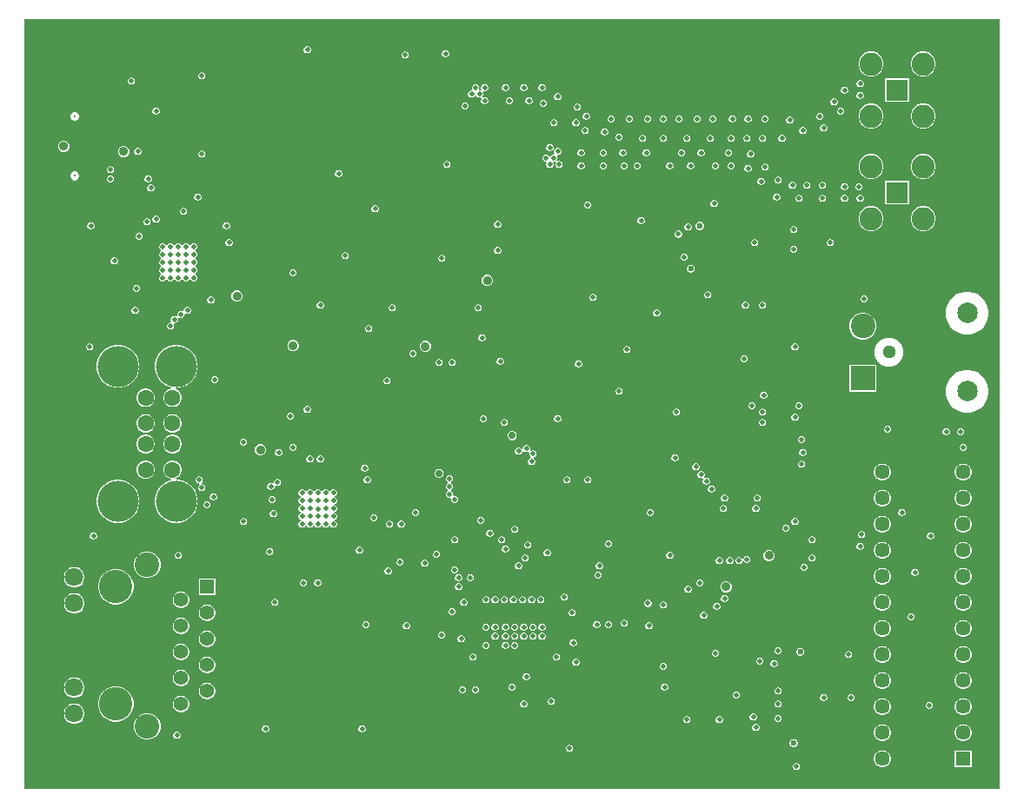
<source format=gbr>
%TF.GenerationSoftware,Altium Limited,Altium Designer,23.8.1 (32)*%
G04 Layer_Physical_Order=2*
G04 Layer_Color=36540*
%FSLAX45Y45*%
%MOMM*%
%TF.SameCoordinates,47205040-CD91-4698-B5C6-F5A5CD4DDF21*%
%TF.FilePolarity,Positive*%
%TF.FileFunction,Copper,L2,Inr,Signal*%
%TF.Part,Single*%
G01*
G75*
%TA.AperFunction,ComponentPad*%
%ADD44C,2.25000*%
%ADD45R,2.10000X2.10000*%
%ADD46R,1.44600X1.44600*%
%ADD47C,1.44600*%
%ADD48C,1.99500*%
%ADD49C,1.29500*%
%ADD50C,2.40000*%
%ADD51R,2.40000X2.40000*%
%ADD52C,4.00000*%
%ADD53C,1.60000*%
%ADD54C,0.32500*%
%ADD55R,1.40800X1.40800*%
%ADD56C,3.25000*%
%ADD57C,1.40800*%
%ADD58C,1.80000*%
%TA.AperFunction,ViaPad*%
%ADD59C,0.50000*%
%ADD60C,0.90000*%
%ADD61C,0.60000*%
%ADD62C,0.70000*%
G36*
X12040000Y2540000D02*
X2540000D01*
Y10040000D01*
X12040000D01*
Y2540000D01*
D02*
G37*
%LPC*%
G36*
X5302862Y9775900D02*
X5288938D01*
X5276074Y9770572D01*
X5266228Y9760726D01*
X5260900Y9747862D01*
Y9733938D01*
X5266228Y9721074D01*
X5276074Y9711228D01*
X5288938Y9705900D01*
X5302862D01*
X5315726Y9711228D01*
X5325572Y9721074D01*
X5330900Y9733938D01*
Y9747862D01*
X5325572Y9760726D01*
X5315726Y9770572D01*
X5302862Y9775900D01*
D02*
G37*
G36*
X6649062Y9737800D02*
X6635138D01*
X6622274Y9732472D01*
X6612428Y9722626D01*
X6607100Y9709762D01*
Y9695838D01*
X6612428Y9682974D01*
X6622274Y9673128D01*
X6635138Y9667800D01*
X6649062D01*
X6661926Y9673128D01*
X6671772Y9682974D01*
X6677100Y9695838D01*
Y9709762D01*
X6671772Y9722626D01*
X6661926Y9732472D01*
X6649062Y9737800D01*
D02*
G37*
G36*
X6255362Y9725100D02*
X6241438D01*
X6228574Y9719772D01*
X6218728Y9709926D01*
X6213400Y9697062D01*
Y9683138D01*
X6218728Y9670274D01*
X6228574Y9660428D01*
X6241438Y9655100D01*
X6255362D01*
X6268226Y9660428D01*
X6278072Y9670274D01*
X6283400Y9683138D01*
Y9697062D01*
X6278072Y9709926D01*
X6268226Y9719772D01*
X6255362Y9725100D01*
D02*
G37*
G36*
X11310127Y9726500D02*
X11277873D01*
X11246717Y9718152D01*
X11218783Y9702025D01*
X11195976Y9679217D01*
X11179848Y9651283D01*
X11171500Y9620128D01*
Y9587873D01*
X11179848Y9556717D01*
X11195976Y9528783D01*
X11218783Y9505976D01*
X11246717Y9489848D01*
X11277873Y9481500D01*
X11310127D01*
X11341283Y9489848D01*
X11369217Y9505976D01*
X11392024Y9528783D01*
X11408152Y9556717D01*
X11416500Y9587873D01*
Y9620128D01*
X11408152Y9651283D01*
X11392024Y9679217D01*
X11369217Y9702025D01*
X11341283Y9718152D01*
X11310127Y9726500D01*
D02*
G37*
G36*
X10802127D02*
X10769873D01*
X10738717Y9718152D01*
X10710783Y9702025D01*
X10687976Y9679217D01*
X10671848Y9651283D01*
X10663500Y9620128D01*
Y9587873D01*
X10671848Y9556717D01*
X10687976Y9528783D01*
X10710783Y9505976D01*
X10738717Y9489848D01*
X10769873Y9481500D01*
X10802127D01*
X10833283Y9489848D01*
X10861217Y9505976D01*
X10884024Y9528783D01*
X10900152Y9556717D01*
X10908500Y9587873D01*
Y9620128D01*
X10900152Y9651283D01*
X10884024Y9679217D01*
X10861217Y9702025D01*
X10833283Y9718152D01*
X10802127Y9726500D01*
D02*
G37*
G36*
X4274162Y9521900D02*
X4260238D01*
X4247374Y9516572D01*
X4237528Y9506726D01*
X4232200Y9493862D01*
Y9479938D01*
X4237528Y9467074D01*
X4247374Y9457228D01*
X4260238Y9451900D01*
X4274162D01*
X4287026Y9457228D01*
X4296872Y9467074D01*
X4302200Y9479938D01*
Y9493862D01*
X4296872Y9506726D01*
X4287026Y9516572D01*
X4274162Y9521900D01*
D02*
G37*
G36*
X3588362Y9471100D02*
X3574438D01*
X3561574Y9465772D01*
X3551728Y9455926D01*
X3546400Y9443062D01*
Y9429138D01*
X3551728Y9416274D01*
X3561574Y9406428D01*
X3574438Y9401100D01*
X3588362D01*
X3601226Y9406428D01*
X3611072Y9416274D01*
X3616400Y9429138D01*
Y9443062D01*
X3611072Y9455926D01*
X3601226Y9465772D01*
X3588362Y9471100D01*
D02*
G37*
G36*
X10687662Y9445700D02*
X10673738D01*
X10660874Y9440372D01*
X10651028Y9430526D01*
X10645700Y9417662D01*
Y9403738D01*
X10651028Y9390874D01*
X10660874Y9381028D01*
X10673738Y9375700D01*
X10687662D01*
X10700526Y9381028D01*
X10710372Y9390874D01*
X10715700Y9403738D01*
Y9417662D01*
X10710372Y9430526D01*
X10700526Y9440372D01*
X10687662Y9445700D01*
D02*
G37*
G36*
X7030062Y9407600D02*
X7016138D01*
X7003274Y9402272D01*
X6993428Y9392426D01*
X6988100Y9379562D01*
Y9365638D01*
X6993428Y9352774D01*
X6994787Y9351416D01*
X6987593Y9340649D01*
X6979262Y9344100D01*
X6972979D01*
X6970742Y9346230D01*
X6965539Y9356800D01*
X6969200Y9365638D01*
Y9379562D01*
X6963872Y9392426D01*
X6954026Y9402272D01*
X6941162Y9407600D01*
X6927238D01*
X6914374Y9402272D01*
X6904528Y9392426D01*
X6899200Y9379562D01*
Y9365638D01*
X6902861Y9356800D01*
X6897658Y9346230D01*
X6895421Y9344100D01*
X6889138D01*
X6876274Y9338772D01*
X6866428Y9328926D01*
X6861100Y9316062D01*
Y9302138D01*
X6866428Y9289274D01*
X6876274Y9279428D01*
X6889138Y9274100D01*
X6903062D01*
X6915926Y9279428D01*
X6925772Y9289274D01*
X6927327Y9293029D01*
X6941073D01*
X6942628Y9289274D01*
X6952474Y9279428D01*
X6965338Y9274100D01*
X6979262D01*
X6987593Y9277551D01*
X6994787Y9266784D01*
X6993428Y9265426D01*
X6988100Y9252562D01*
Y9238638D01*
X6993428Y9225774D01*
X7003274Y9215928D01*
X7016138Y9210600D01*
X7030062D01*
X7042926Y9215928D01*
X7052772Y9225774D01*
X7058100Y9238638D01*
Y9252562D01*
X7052772Y9265426D01*
X7042926Y9275272D01*
X7030062Y9280600D01*
X7016138D01*
X7007807Y9277149D01*
X7000613Y9287916D01*
X7001972Y9289274D01*
X7007300Y9302138D01*
Y9316062D01*
X7001972Y9328926D01*
X7000613Y9330284D01*
X7007807Y9341051D01*
X7016138Y9337600D01*
X7030062D01*
X7042926Y9342928D01*
X7052772Y9352774D01*
X7058100Y9365638D01*
Y9379562D01*
X7052772Y9392426D01*
X7042926Y9402272D01*
X7030062Y9407600D01*
D02*
G37*
G36*
X7588862D02*
X7574938D01*
X7562074Y9402272D01*
X7552228Y9392426D01*
X7546900Y9379562D01*
Y9365638D01*
X7552228Y9352774D01*
X7562074Y9342928D01*
X7574938Y9337600D01*
X7588862D01*
X7601726Y9342928D01*
X7611572Y9352774D01*
X7616900Y9365638D01*
Y9379562D01*
X7611572Y9392426D01*
X7601726Y9402272D01*
X7588862Y9407600D01*
D02*
G37*
G36*
X7411062D02*
X7397138D01*
X7384274Y9402272D01*
X7374428Y9392426D01*
X7369100Y9379562D01*
Y9365638D01*
X7374428Y9352774D01*
X7384274Y9342928D01*
X7397138Y9337600D01*
X7411062D01*
X7423926Y9342928D01*
X7433772Y9352774D01*
X7439100Y9365638D01*
Y9379562D01*
X7433772Y9392426D01*
X7423926Y9402272D01*
X7411062Y9407600D01*
D02*
G37*
G36*
X7233262D02*
X7219338D01*
X7206474Y9402272D01*
X7196628Y9392426D01*
X7191300Y9379562D01*
Y9365638D01*
X7196628Y9352774D01*
X7206474Y9342928D01*
X7219338Y9337600D01*
X7233262D01*
X7246126Y9342928D01*
X7255972Y9352774D01*
X7261300Y9365638D01*
Y9379562D01*
X7255972Y9392426D01*
X7246126Y9402272D01*
X7233262Y9407600D01*
D02*
G37*
G36*
X10535262Y9382200D02*
X10521338D01*
X10508474Y9376872D01*
X10498628Y9367026D01*
X10493300Y9354162D01*
Y9340238D01*
X10498628Y9327374D01*
X10508474Y9317528D01*
X10521338Y9312200D01*
X10535262D01*
X10548126Y9317528D01*
X10557972Y9327374D01*
X10563300Y9340238D01*
Y9354162D01*
X10557972Y9367026D01*
X10548126Y9376872D01*
X10535262Y9382200D01*
D02*
G37*
G36*
X10687662Y9331400D02*
X10673738D01*
X10660874Y9326072D01*
X10651028Y9316226D01*
X10645700Y9303362D01*
Y9289438D01*
X10651028Y9276574D01*
X10660874Y9266728D01*
X10673738Y9261400D01*
X10687662D01*
X10700526Y9266728D01*
X10710372Y9276574D01*
X10715700Y9289438D01*
Y9303362D01*
X10710372Y9316226D01*
X10700526Y9326072D01*
X10687662Y9331400D01*
D02*
G37*
G36*
X7741262Y9318700D02*
X7727338D01*
X7714474Y9313372D01*
X7704628Y9303526D01*
X7699300Y9290662D01*
Y9276738D01*
X7704628Y9263874D01*
X7714474Y9254028D01*
X7727338Y9248700D01*
X7741262D01*
X7754126Y9254028D01*
X7763972Y9263874D01*
X7769300Y9276738D01*
Y9290662D01*
X7763972Y9303526D01*
X7754126Y9313372D01*
X7741262Y9318700D01*
D02*
G37*
G36*
X11155000Y9465000D02*
X10925000D01*
Y9235000D01*
X11155000D01*
Y9465000D01*
D02*
G37*
G36*
X7461862Y9280600D02*
X7447938D01*
X7435074Y9275272D01*
X7425228Y9265426D01*
X7419900Y9252562D01*
Y9238638D01*
X7425228Y9225774D01*
X7435074Y9215928D01*
X7447938Y9210600D01*
X7461862D01*
X7474726Y9215928D01*
X7484572Y9225774D01*
X7489900Y9238638D01*
Y9252562D01*
X7484572Y9265426D01*
X7474726Y9275272D01*
X7461862Y9280600D01*
D02*
G37*
G36*
X7271362D02*
X7257438D01*
X7244574Y9275272D01*
X7234728Y9265426D01*
X7229400Y9252562D01*
Y9238638D01*
X7234728Y9225774D01*
X7244574Y9215928D01*
X7257438Y9210600D01*
X7271362D01*
X7284226Y9215928D01*
X7294072Y9225774D01*
X7299400Y9238638D01*
Y9252562D01*
X7294072Y9265426D01*
X7284226Y9275272D01*
X7271362Y9280600D01*
D02*
G37*
G36*
X10433662Y9267900D02*
X10419738D01*
X10406874Y9262572D01*
X10397028Y9252726D01*
X10391700Y9239862D01*
Y9225938D01*
X10397028Y9213074D01*
X10406874Y9203228D01*
X10419738Y9197900D01*
X10433662D01*
X10446526Y9203228D01*
X10456372Y9213074D01*
X10461700Y9225938D01*
Y9239862D01*
X10456372Y9252726D01*
X10446526Y9262572D01*
X10433662Y9267900D01*
D02*
G37*
G36*
X7601562Y9255200D02*
X7587638D01*
X7574774Y9249872D01*
X7564928Y9240026D01*
X7559600Y9227162D01*
Y9213238D01*
X7564928Y9200374D01*
X7574774Y9190528D01*
X7587638Y9185200D01*
X7601562D01*
X7614426Y9190528D01*
X7624272Y9200374D01*
X7629600Y9213238D01*
Y9227162D01*
X7624272Y9240026D01*
X7614426Y9249872D01*
X7601562Y9255200D01*
D02*
G37*
G36*
X6839562Y9229800D02*
X6825638D01*
X6812774Y9224472D01*
X6802928Y9214626D01*
X6797600Y9201762D01*
Y9187838D01*
X6802928Y9174974D01*
X6812774Y9165128D01*
X6825638Y9159800D01*
X6839562D01*
X6852426Y9165128D01*
X6862272Y9174974D01*
X6867600Y9187838D01*
Y9201762D01*
X6862272Y9214626D01*
X6852426Y9224472D01*
X6839562Y9229800D01*
D02*
G37*
G36*
X7931762Y9217100D02*
X7917838D01*
X7904974Y9211772D01*
X7895128Y9201926D01*
X7889800Y9189062D01*
Y9175138D01*
X7895128Y9162274D01*
X7904974Y9152428D01*
X7917838Y9147100D01*
X7931762D01*
X7944626Y9152428D01*
X7954472Y9162274D01*
X7959800Y9175138D01*
Y9189062D01*
X7954472Y9201926D01*
X7944626Y9211772D01*
X7931762Y9217100D01*
D02*
G37*
G36*
X10497162Y9179000D02*
X10483238D01*
X10470374Y9173672D01*
X10460528Y9163826D01*
X10455200Y9150962D01*
Y9137038D01*
X10460528Y9124174D01*
X10470374Y9114328D01*
X10483238Y9109000D01*
X10497162D01*
X10510026Y9114328D01*
X10519872Y9124174D01*
X10525200Y9137038D01*
Y9150962D01*
X10519872Y9163826D01*
X10510026Y9173672D01*
X10497162Y9179000D01*
D02*
G37*
G36*
X3829662D02*
X3815738D01*
X3802874Y9173672D01*
X3793028Y9163826D01*
X3787700Y9150962D01*
Y9137038D01*
X3793028Y9124174D01*
X3802874Y9114328D01*
X3815738Y9109000D01*
X3829662D01*
X3842526Y9114328D01*
X3852372Y9124174D01*
X3857700Y9137038D01*
Y9150962D01*
X3852372Y9163826D01*
X3842526Y9173672D01*
X3829662Y9179000D01*
D02*
G37*
G36*
X10293962Y9128200D02*
X10280038D01*
X10267174Y9122872D01*
X10257328Y9113026D01*
X10252000Y9100162D01*
Y9086238D01*
X10257328Y9073374D01*
X10267174Y9063528D01*
X10280038Y9058200D01*
X10293962D01*
X10306826Y9063528D01*
X10316672Y9073374D01*
X10322000Y9086238D01*
Y9100162D01*
X10316672Y9113026D01*
X10306826Y9122872D01*
X10293962Y9128200D01*
D02*
G37*
G36*
X8020662D02*
X8006738D01*
X7993874Y9122872D01*
X7984028Y9113026D01*
X7978700Y9100162D01*
Y9086238D01*
X7984028Y9073374D01*
X7993874Y9063528D01*
X8006738Y9058200D01*
X8020662D01*
X8033526Y9063528D01*
X8043372Y9073374D01*
X8048700Y9086238D01*
Y9100162D01*
X8043372Y9113026D01*
X8033526Y9122872D01*
X8020662Y9128200D01*
D02*
G37*
G36*
X3039554Y9132600D02*
X3022646D01*
X3007025Y9126130D01*
X2995070Y9114174D01*
X2988600Y9098554D01*
Y9081646D01*
X2995070Y9066026D01*
X3007025Y9054070D01*
X3022646Y9047600D01*
X3039554D01*
X3055174Y9054070D01*
X3067130Y9066026D01*
X3073600Y9081646D01*
Y9098554D01*
X3067130Y9114174D01*
X3055174Y9126130D01*
X3039554Y9132600D01*
D02*
G37*
G36*
X9760562Y9102800D02*
X9746638D01*
X9733774Y9097472D01*
X9723928Y9087626D01*
X9718600Y9074762D01*
Y9060838D01*
X9723928Y9047974D01*
X9733774Y9038128D01*
X9746638Y9032800D01*
X9760562D01*
X9773426Y9038128D01*
X9783272Y9047974D01*
X9788600Y9060838D01*
Y9074762D01*
X9783272Y9087626D01*
X9773426Y9097472D01*
X9760562Y9102800D01*
D02*
G37*
G36*
X9595462D02*
X9581538D01*
X9568674Y9097472D01*
X9558828Y9087626D01*
X9553500Y9074762D01*
Y9060838D01*
X9558828Y9047974D01*
X9568674Y9038128D01*
X9581538Y9032800D01*
X9595462D01*
X9608326Y9038128D01*
X9618172Y9047974D01*
X9623500Y9060838D01*
Y9074762D01*
X9618172Y9087626D01*
X9608326Y9097472D01*
X9595462Y9102800D01*
D02*
G37*
G36*
X9443062D02*
X9429138D01*
X9416274Y9097472D01*
X9406428Y9087626D01*
X9401100Y9074762D01*
Y9060838D01*
X9406428Y9047974D01*
X9416274Y9038128D01*
X9429138Y9032800D01*
X9443062D01*
X9455926Y9038128D01*
X9465772Y9047974D01*
X9471100Y9060838D01*
Y9074762D01*
X9465772Y9087626D01*
X9455926Y9097472D01*
X9443062Y9102800D01*
D02*
G37*
G36*
X9252562D02*
X9238638D01*
X9225774Y9097472D01*
X9215928Y9087626D01*
X9210600Y9074762D01*
Y9060838D01*
X9215928Y9047974D01*
X9225774Y9038128D01*
X9238638Y9032800D01*
X9252562D01*
X9265426Y9038128D01*
X9275272Y9047974D01*
X9280600Y9060838D01*
Y9074762D01*
X9275272Y9087626D01*
X9265426Y9097472D01*
X9252562Y9102800D01*
D02*
G37*
G36*
X9100162D02*
X9086238D01*
X9073374Y9097472D01*
X9063528Y9087626D01*
X9058200Y9074762D01*
Y9060838D01*
X9063528Y9047974D01*
X9073374Y9038128D01*
X9086238Y9032800D01*
X9100162D01*
X9113026Y9038128D01*
X9122872Y9047974D01*
X9128200Y9060838D01*
Y9074762D01*
X9122872Y9087626D01*
X9113026Y9097472D01*
X9100162Y9102800D01*
D02*
G37*
G36*
X8922362D02*
X8908438D01*
X8895574Y9097472D01*
X8885728Y9087626D01*
X8880400Y9074762D01*
Y9060838D01*
X8885728Y9047974D01*
X8895574Y9038128D01*
X8908438Y9032800D01*
X8922362D01*
X8935226Y9038128D01*
X8945072Y9047974D01*
X8950400Y9060838D01*
Y9074762D01*
X8945072Y9087626D01*
X8935226Y9097472D01*
X8922362Y9102800D01*
D02*
G37*
G36*
X8769962D02*
X8756038D01*
X8743174Y9097472D01*
X8733328Y9087626D01*
X8728000Y9074762D01*
Y9060838D01*
X8733328Y9047974D01*
X8743174Y9038128D01*
X8756038Y9032800D01*
X8769962D01*
X8782826Y9038128D01*
X8792672Y9047974D01*
X8798000Y9060838D01*
Y9074762D01*
X8792672Y9087626D01*
X8782826Y9097472D01*
X8769962Y9102800D01*
D02*
G37*
G36*
X8617562D02*
X8603638D01*
X8590774Y9097472D01*
X8580928Y9087626D01*
X8575600Y9074762D01*
Y9060838D01*
X8580928Y9047974D01*
X8590774Y9038128D01*
X8603638Y9032800D01*
X8617562D01*
X8630426Y9038128D01*
X8640272Y9047974D01*
X8645600Y9060838D01*
Y9074762D01*
X8640272Y9087626D01*
X8630426Y9097472D01*
X8617562Y9102800D01*
D02*
G37*
G36*
X8439762D02*
X8425838D01*
X8412974Y9097472D01*
X8403128Y9087626D01*
X8397800Y9074762D01*
Y9060838D01*
X8403128Y9047974D01*
X8412974Y9038128D01*
X8425838Y9032800D01*
X8439762D01*
X8452626Y9038128D01*
X8462472Y9047974D01*
X8467800Y9060838D01*
Y9074762D01*
X8462472Y9087626D01*
X8452626Y9097472D01*
X8439762Y9102800D01*
D02*
G37*
G36*
X8261962D02*
X8248038D01*
X8235174Y9097472D01*
X8225328Y9087626D01*
X8220000Y9074762D01*
Y9060838D01*
X8225328Y9047974D01*
X8235174Y9038128D01*
X8248038Y9032800D01*
X8261962D01*
X8274826Y9038128D01*
X8284672Y9047974D01*
X8290000Y9060838D01*
Y9074762D01*
X8284672Y9087626D01*
X8274826Y9097472D01*
X8261962Y9102800D01*
D02*
G37*
G36*
X10001862Y9090100D02*
X9987938D01*
X9975074Y9084772D01*
X9965228Y9074926D01*
X9959900Y9062062D01*
Y9048138D01*
X9965228Y9035274D01*
X9975074Y9025428D01*
X9987938Y9020100D01*
X10001862D01*
X10014726Y9025428D01*
X10024572Y9035274D01*
X10029900Y9048138D01*
Y9062062D01*
X10024572Y9074926D01*
X10014726Y9084772D01*
X10001862Y9090100D01*
D02*
G37*
G36*
X7919062Y9064700D02*
X7905138D01*
X7892274Y9059372D01*
X7882428Y9049526D01*
X7877100Y9036662D01*
Y9022738D01*
X7882428Y9009874D01*
X7892274Y9000028D01*
X7905138Y8994700D01*
X7919062D01*
X7931926Y9000028D01*
X7941772Y9009874D01*
X7947100Y9022738D01*
Y9036662D01*
X7941772Y9049526D01*
X7931926Y9059372D01*
X7919062Y9064700D01*
D02*
G37*
G36*
X7703162D02*
X7689238D01*
X7676374Y9059372D01*
X7666528Y9049526D01*
X7661200Y9036662D01*
Y9022738D01*
X7666528Y9009874D01*
X7676374Y9000028D01*
X7689238Y8994700D01*
X7703162D01*
X7716026Y9000028D01*
X7725872Y9009874D01*
X7731200Y9022738D01*
Y9036662D01*
X7725872Y9049526D01*
X7716026Y9059372D01*
X7703162Y9064700D01*
D02*
G37*
G36*
X11310127Y9218500D02*
X11277873D01*
X11246717Y9210152D01*
X11218783Y9194025D01*
X11195976Y9171217D01*
X11179848Y9143283D01*
X11171500Y9112128D01*
Y9079873D01*
X11179848Y9048717D01*
X11195976Y9020783D01*
X11218783Y8997976D01*
X11246717Y8981848D01*
X11277873Y8973500D01*
X11310127D01*
X11341283Y8981848D01*
X11369217Y8997976D01*
X11392024Y9020783D01*
X11408152Y9048717D01*
X11416500Y9079873D01*
Y9112128D01*
X11408152Y9143283D01*
X11392024Y9171217D01*
X11369217Y9194025D01*
X11341283Y9210152D01*
X11310127Y9218500D01*
D02*
G37*
G36*
X10802127D02*
X10769873D01*
X10738717Y9210152D01*
X10710783Y9194025D01*
X10687976Y9171217D01*
X10671848Y9143283D01*
X10663500Y9112128D01*
Y9079873D01*
X10671848Y9048717D01*
X10687976Y9020783D01*
X10710783Y8997976D01*
X10738717Y8981848D01*
X10769873Y8973500D01*
X10802127D01*
X10833283Y8981848D01*
X10861217Y8997976D01*
X10884024Y9020783D01*
X10900152Y9048717D01*
X10908500Y9079873D01*
Y9112128D01*
X10900152Y9143283D01*
X10884024Y9171217D01*
X10861217Y9194025D01*
X10833283Y9210152D01*
X10802127Y9218500D01*
D02*
G37*
G36*
X10332062Y9013900D02*
X10318138D01*
X10305274Y9008572D01*
X10295428Y8998726D01*
X10290100Y8985862D01*
Y8971938D01*
X10295428Y8959074D01*
X10305274Y8949228D01*
X10318138Y8943900D01*
X10332062D01*
X10344926Y8949228D01*
X10354772Y8959074D01*
X10360100Y8971938D01*
Y8985862D01*
X10354772Y8998726D01*
X10344926Y9008572D01*
X10332062Y9013900D01*
D02*
G37*
G36*
X10128862Y8988500D02*
X10114938D01*
X10102074Y8983172D01*
X10092228Y8973326D01*
X10086900Y8960462D01*
Y8946538D01*
X10092228Y8933674D01*
X10102074Y8923828D01*
X10114938Y8918500D01*
X10128862D01*
X10141726Y8923828D01*
X10151572Y8933674D01*
X10156900Y8946538D01*
Y8960462D01*
X10151572Y8973326D01*
X10141726Y8983172D01*
X10128862Y8988500D01*
D02*
G37*
G36*
X8007962D02*
X7994038D01*
X7981174Y8983172D01*
X7971328Y8973326D01*
X7966000Y8960462D01*
Y8946538D01*
X7971328Y8933674D01*
X7981174Y8923828D01*
X7994038Y8918500D01*
X8007962D01*
X8020826Y8923828D01*
X8030672Y8933674D01*
X8036000Y8946538D01*
Y8960462D01*
X8030672Y8973326D01*
X8020826Y8983172D01*
X8007962Y8988500D01*
D02*
G37*
G36*
X8198462Y8975800D02*
X8184538D01*
X8171674Y8970472D01*
X8161828Y8960626D01*
X8156500Y8947762D01*
Y8933838D01*
X8161828Y8920974D01*
X8171674Y8911128D01*
X8184538Y8905800D01*
X8198462D01*
X8211326Y8911128D01*
X8221172Y8920974D01*
X8226500Y8933838D01*
Y8947762D01*
X8221172Y8960626D01*
X8211326Y8970472D01*
X8198462Y8975800D01*
D02*
G37*
G36*
X8338162Y8925000D02*
X8324238D01*
X8311374Y8919672D01*
X8301528Y8909826D01*
X8296200Y8896962D01*
Y8883038D01*
X8301528Y8870174D01*
X8311374Y8860328D01*
X8324238Y8855000D01*
X8338162D01*
X8351026Y8860328D01*
X8360872Y8870174D01*
X8366200Y8883038D01*
Y8896962D01*
X8360872Y8909826D01*
X8351026Y8919672D01*
X8338162Y8925000D01*
D02*
G37*
G36*
X9925662Y8912300D02*
X9911738D01*
X9898874Y8906972D01*
X9889028Y8897126D01*
X9883700Y8884262D01*
Y8870338D01*
X9889028Y8857474D01*
X9898874Y8847628D01*
X9911738Y8842300D01*
X9925662D01*
X9938526Y8847628D01*
X9948372Y8857474D01*
X9953700Y8870338D01*
Y8884262D01*
X9948372Y8897126D01*
X9938526Y8906972D01*
X9925662Y8912300D01*
D02*
G37*
G36*
X9735162D02*
X9721238D01*
X9708374Y8906972D01*
X9698528Y8897126D01*
X9693200Y8884262D01*
Y8870338D01*
X9698528Y8857474D01*
X9708374Y8847628D01*
X9721238Y8842300D01*
X9735162D01*
X9748026Y8847628D01*
X9757872Y8857474D01*
X9763200Y8870338D01*
Y8884262D01*
X9757872Y8897126D01*
X9748026Y8906972D01*
X9735162Y8912300D01*
D02*
G37*
G36*
X9582762D02*
X9568838D01*
X9555974Y8906972D01*
X9546128Y8897126D01*
X9540800Y8884262D01*
Y8870338D01*
X9546128Y8857474D01*
X9555974Y8847628D01*
X9568838Y8842300D01*
X9582762D01*
X9595626Y8847628D01*
X9605472Y8857474D01*
X9610800Y8870338D01*
Y8884262D01*
X9605472Y8897126D01*
X9595626Y8906972D01*
X9582762Y8912300D01*
D02*
G37*
G36*
X9430362D02*
X9416438D01*
X9403574Y8906972D01*
X9393728Y8897126D01*
X9388400Y8884262D01*
Y8870338D01*
X9393728Y8857474D01*
X9403574Y8847628D01*
X9416438Y8842300D01*
X9430362D01*
X9443226Y8847628D01*
X9453072Y8857474D01*
X9458400Y8870338D01*
Y8884262D01*
X9453072Y8897126D01*
X9443226Y8906972D01*
X9430362Y8912300D01*
D02*
G37*
G36*
X9227162D02*
X9213238D01*
X9200374Y8906972D01*
X9190528Y8897126D01*
X9185200Y8884262D01*
Y8870338D01*
X9190528Y8857474D01*
X9200374Y8847628D01*
X9213238Y8842300D01*
X9227162D01*
X9240026Y8847628D01*
X9249872Y8857474D01*
X9255200Y8870338D01*
Y8884262D01*
X9249872Y8897126D01*
X9240026Y8906972D01*
X9227162Y8912300D01*
D02*
G37*
G36*
X8998562D02*
X8984638D01*
X8971774Y8906972D01*
X8961928Y8897126D01*
X8956600Y8884262D01*
Y8870338D01*
X8961928Y8857474D01*
X8971774Y8847628D01*
X8984638Y8842300D01*
X8998562D01*
X9011426Y8847628D01*
X9021272Y8857474D01*
X9026600Y8870338D01*
Y8884262D01*
X9021272Y8897126D01*
X9011426Y8906972D01*
X8998562Y8912300D01*
D02*
G37*
G36*
X8769962D02*
X8756038D01*
X8743174Y8906972D01*
X8733328Y8897126D01*
X8728000Y8884262D01*
Y8870338D01*
X8733328Y8857474D01*
X8743174Y8847628D01*
X8756038Y8842300D01*
X8769962D01*
X8782826Y8847628D01*
X8792672Y8857474D01*
X8798000Y8870338D01*
Y8884262D01*
X8792672Y8897126D01*
X8782826Y8906972D01*
X8769962Y8912300D01*
D02*
G37*
G36*
X8566762D02*
X8552838D01*
X8539974Y8906972D01*
X8530128Y8897126D01*
X8524800Y8884262D01*
Y8870338D01*
X8530128Y8857474D01*
X8539974Y8847628D01*
X8552838Y8842300D01*
X8566762D01*
X8579626Y8847628D01*
X8589472Y8857474D01*
X8594800Y8870338D01*
Y8884262D01*
X8589472Y8897126D01*
X8579626Y8906972D01*
X8566762Y8912300D01*
D02*
G37*
G36*
X7665062Y8823400D02*
X7651138D01*
X7638274Y8818072D01*
X7628428Y8808226D01*
X7623100Y8795362D01*
Y8781438D01*
X7628428Y8768574D01*
X7638274Y8758728D01*
X7651138Y8753400D01*
X7665062D01*
X7677926Y8758728D01*
X7687772Y8768574D01*
X7693100Y8781438D01*
Y8795362D01*
X7687772Y8808226D01*
X7677926Y8818072D01*
X7665062Y8823400D01*
D02*
G37*
G36*
X2931940Y8856100D02*
X2910060D01*
X2889845Y8847727D01*
X2874373Y8832255D01*
X2866000Y8812040D01*
Y8790160D01*
X2874373Y8769945D01*
X2889845Y8754473D01*
X2910060Y8746100D01*
X2931940D01*
X2952155Y8754473D01*
X2967627Y8769945D01*
X2976000Y8790160D01*
Y8812040D01*
X2967627Y8832255D01*
X2952155Y8847727D01*
X2931940Y8856100D01*
D02*
G37*
G36*
X3651862Y8785300D02*
X3637938D01*
X3625074Y8779972D01*
X3615228Y8770126D01*
X3609900Y8757262D01*
Y8743338D01*
X3615228Y8730474D01*
X3625074Y8720628D01*
X3637938Y8715300D01*
X3651862D01*
X3664726Y8720628D01*
X3674572Y8730474D01*
X3679900Y8743338D01*
Y8757262D01*
X3674572Y8770126D01*
X3664726Y8779972D01*
X3651862Y8785300D01*
D02*
G37*
G36*
X7741262D02*
X7727338D01*
X7714474Y8779972D01*
X7704628Y8770126D01*
X7699300Y8757262D01*
Y8743338D01*
X7702961Y8734500D01*
X7697758Y8723930D01*
X7695521Y8721800D01*
X7689238D01*
X7676374Y8716472D01*
X7666528Y8706626D01*
X7664973Y8702871D01*
X7651227D01*
X7649672Y8706626D01*
X7639826Y8716472D01*
X7626962Y8721800D01*
X7613038D01*
X7600174Y8716472D01*
X7590328Y8706626D01*
X7585000Y8693762D01*
Y8679838D01*
X7590328Y8666974D01*
X7600174Y8657128D01*
X7613038Y8651800D01*
X7619321D01*
X7621558Y8649670D01*
X7626761Y8639100D01*
X7623100Y8630262D01*
Y8616338D01*
X7628428Y8603474D01*
X7638274Y8593628D01*
X7651138Y8588300D01*
X7665062D01*
X7677926Y8593628D01*
X7687772Y8603474D01*
X7693100Y8616338D01*
Y8630262D01*
X7689439Y8639100D01*
X7694642Y8649670D01*
X7696879Y8651800D01*
X7703162D01*
X7711493Y8655251D01*
X7718687Y8644484D01*
X7717328Y8643126D01*
X7712000Y8630262D01*
Y8616338D01*
X7717328Y8603474D01*
X7727174Y8593628D01*
X7740038Y8588300D01*
X7753962D01*
X7766826Y8593628D01*
X7776672Y8603474D01*
X7782000Y8616338D01*
Y8630262D01*
X7776672Y8643126D01*
X7766826Y8652972D01*
X7753962Y8658300D01*
X7740038D01*
X7731707Y8654849D01*
X7724513Y8665616D01*
X7725872Y8666974D01*
X7731200Y8679838D01*
Y8693762D01*
X7727539Y8702600D01*
X7732742Y8713170D01*
X7734979Y8715300D01*
X7741262D01*
X7754126Y8720628D01*
X7763972Y8730474D01*
X7769300Y8743338D01*
Y8757262D01*
X7763972Y8770126D01*
X7754126Y8779972D01*
X7741262Y8785300D01*
D02*
G37*
G36*
X9404962Y8772600D02*
X9391038D01*
X9378174Y8767272D01*
X9368328Y8757426D01*
X9363000Y8744562D01*
Y8730638D01*
X9368328Y8717774D01*
X9378174Y8707928D01*
X9391038Y8702600D01*
X9404962D01*
X9417826Y8707928D01*
X9427672Y8717774D01*
X9433000Y8730638D01*
Y8744562D01*
X9427672Y8757426D01*
X9417826Y8767272D01*
X9404962Y8772600D01*
D02*
G37*
G36*
X9138262D02*
X9124338D01*
X9111474Y8767272D01*
X9101628Y8757426D01*
X9096300Y8744562D01*
Y8730638D01*
X9101628Y8717774D01*
X9111474Y8707928D01*
X9124338Y8702600D01*
X9138262D01*
X9151126Y8707928D01*
X9160972Y8717774D01*
X9166300Y8730638D01*
Y8744562D01*
X9160972Y8757426D01*
X9151126Y8767272D01*
X9138262Y8772600D01*
D02*
G37*
G36*
X8947762D02*
X8933838D01*
X8920974Y8767272D01*
X8911128Y8757426D01*
X8905800Y8744562D01*
Y8730638D01*
X8911128Y8717774D01*
X8920974Y8707928D01*
X8933838Y8702600D01*
X8947762D01*
X8960626Y8707928D01*
X8970472Y8717774D01*
X8975800Y8730638D01*
Y8744562D01*
X8970472Y8757426D01*
X8960626Y8767272D01*
X8947762Y8772600D01*
D02*
G37*
G36*
X8604862D02*
X8590938D01*
X8578074Y8767272D01*
X8568228Y8757426D01*
X8562900Y8744562D01*
Y8730638D01*
X8568228Y8717774D01*
X8578074Y8707928D01*
X8590938Y8702600D01*
X8604862D01*
X8617726Y8707928D01*
X8627572Y8717774D01*
X8632900Y8730638D01*
Y8744562D01*
X8627572Y8757426D01*
X8617726Y8767272D01*
X8604862Y8772600D01*
D02*
G37*
G36*
X8376262D02*
X8362338D01*
X8349474Y8767272D01*
X8339628Y8757426D01*
X8334300Y8744562D01*
Y8730638D01*
X8339628Y8717774D01*
X8349474Y8707928D01*
X8362338Y8702600D01*
X8376262D01*
X8389126Y8707928D01*
X8398972Y8717774D01*
X8404300Y8730638D01*
Y8744562D01*
X8398972Y8757426D01*
X8389126Y8767272D01*
X8376262Y8772600D01*
D02*
G37*
G36*
X8185762D02*
X8171838D01*
X8158974Y8767272D01*
X8149128Y8757426D01*
X8143800Y8744562D01*
Y8730638D01*
X8149128Y8717774D01*
X8158974Y8707928D01*
X8171838Y8702600D01*
X8185762D01*
X8198626Y8707928D01*
X8208472Y8717774D01*
X8213800Y8730638D01*
Y8744562D01*
X8208472Y8757426D01*
X8198626Y8767272D01*
X8185762Y8772600D01*
D02*
G37*
G36*
X7969862D02*
X7955938D01*
X7943074Y8767272D01*
X7933228Y8757426D01*
X7927900Y8744562D01*
Y8730638D01*
X7933228Y8717774D01*
X7943074Y8707928D01*
X7955938Y8702600D01*
X7969862D01*
X7982726Y8707928D01*
X7992572Y8717774D01*
X7997900Y8730638D01*
Y8744562D01*
X7992572Y8757426D01*
X7982726Y8767272D01*
X7969862Y8772600D01*
D02*
G37*
G36*
X3516140Y8805300D02*
X3494260D01*
X3474045Y8796927D01*
X3458573Y8781455D01*
X3450200Y8761240D01*
Y8739360D01*
X3458573Y8719145D01*
X3474045Y8703673D01*
X3494260Y8695300D01*
X3516140D01*
X3536355Y8703673D01*
X3551827Y8719145D01*
X3560200Y8739360D01*
Y8761240D01*
X3551827Y8781455D01*
X3536355Y8796927D01*
X3516140Y8805300D01*
D02*
G37*
G36*
X9620862Y8759900D02*
X9606938D01*
X9594074Y8754572D01*
X9584228Y8744726D01*
X9578900Y8731862D01*
Y8717938D01*
X9584228Y8705074D01*
X9594074Y8695228D01*
X9606938Y8689900D01*
X9620862D01*
X9633726Y8695228D01*
X9643572Y8705074D01*
X9648900Y8717938D01*
Y8731862D01*
X9643572Y8744726D01*
X9633726Y8754572D01*
X9620862Y8759900D01*
D02*
G37*
G36*
X4274162D02*
X4260238D01*
X4247374Y8754572D01*
X4237528Y8744726D01*
X4232200Y8731862D01*
Y8717938D01*
X4237528Y8705074D01*
X4247374Y8695228D01*
X4260238Y8689900D01*
X4274162D01*
X4287026Y8695228D01*
X4296872Y8705074D01*
X4302200Y8717938D01*
Y8731862D01*
X4296872Y8744726D01*
X4287026Y8754572D01*
X4274162Y8759900D01*
D02*
G37*
G36*
X6661762Y8658300D02*
X6647838D01*
X6634974Y8652972D01*
X6625128Y8643126D01*
X6619800Y8630262D01*
Y8616338D01*
X6625128Y8603474D01*
X6634974Y8593628D01*
X6647838Y8588300D01*
X6661762D01*
X6674626Y8593628D01*
X6684472Y8603474D01*
X6689800Y8616338D01*
Y8630262D01*
X6684472Y8643126D01*
X6674626Y8652972D01*
X6661762Y8658300D01*
D02*
G37*
G36*
X9430362Y8645600D02*
X9416438D01*
X9403574Y8640272D01*
X9393728Y8630426D01*
X9388400Y8617562D01*
Y8603638D01*
X9393728Y8590774D01*
X9403574Y8580928D01*
X9416438Y8575600D01*
X9430362D01*
X9443226Y8580928D01*
X9453072Y8590774D01*
X9458400Y8603638D01*
Y8617562D01*
X9453072Y8630426D01*
X9443226Y8640272D01*
X9430362Y8645600D01*
D02*
G37*
G36*
X9277962D02*
X9264038D01*
X9251174Y8640272D01*
X9241328Y8630426D01*
X9236000Y8617562D01*
Y8603638D01*
X9241328Y8590774D01*
X9251174Y8580928D01*
X9264038Y8575600D01*
X9277962D01*
X9290826Y8580928D01*
X9300672Y8590774D01*
X9306000Y8603638D01*
Y8617562D01*
X9300672Y8630426D01*
X9290826Y8640272D01*
X9277962Y8645600D01*
D02*
G37*
G36*
X9036662D02*
X9022738D01*
X9009874Y8640272D01*
X9000028Y8630426D01*
X8994700Y8617562D01*
Y8603638D01*
X9000028Y8590774D01*
X9009874Y8580928D01*
X9022738Y8575600D01*
X9036662D01*
X9049526Y8580928D01*
X9059372Y8590774D01*
X9064700Y8603638D01*
Y8617562D01*
X9059372Y8630426D01*
X9049526Y8640272D01*
X9036662Y8645600D01*
D02*
G37*
G36*
X8833462D02*
X8819538D01*
X8806674Y8640272D01*
X8796828Y8630426D01*
X8791500Y8617562D01*
Y8603638D01*
X8796828Y8590774D01*
X8806674Y8580928D01*
X8819538Y8575600D01*
X8833462D01*
X8846326Y8580928D01*
X8856172Y8590774D01*
X8861500Y8603638D01*
Y8617562D01*
X8856172Y8630426D01*
X8846326Y8640272D01*
X8833462Y8645600D01*
D02*
G37*
G36*
X8515962D02*
X8502038D01*
X8489174Y8640272D01*
X8479328Y8630426D01*
X8474000Y8617562D01*
Y8603638D01*
X8479328Y8590774D01*
X8489174Y8580928D01*
X8502038Y8575600D01*
X8515962D01*
X8528826Y8580928D01*
X8538672Y8590774D01*
X8544000Y8603638D01*
Y8617562D01*
X8538672Y8630426D01*
X8528826Y8640272D01*
X8515962Y8645600D01*
D02*
G37*
G36*
X8388962D02*
X8375038D01*
X8362174Y8640272D01*
X8352328Y8630426D01*
X8347000Y8617562D01*
Y8603638D01*
X8352328Y8590774D01*
X8362174Y8580928D01*
X8375038Y8575600D01*
X8388962D01*
X8401826Y8580928D01*
X8411672Y8590774D01*
X8417000Y8603638D01*
Y8617562D01*
X8411672Y8630426D01*
X8401826Y8640272D01*
X8388962Y8645600D01*
D02*
G37*
G36*
X8185762D02*
X8171838D01*
X8158974Y8640272D01*
X8149128Y8630426D01*
X8143800Y8617562D01*
Y8603638D01*
X8149128Y8590774D01*
X8158974Y8580928D01*
X8171838Y8575600D01*
X8185762D01*
X8198626Y8580928D01*
X8208472Y8590774D01*
X8213800Y8603638D01*
Y8617562D01*
X8208472Y8630426D01*
X8198626Y8640272D01*
X8185762Y8645600D01*
D02*
G37*
G36*
X7969862D02*
X7955938D01*
X7943074Y8640272D01*
X7933228Y8630426D01*
X7927900Y8617562D01*
Y8603638D01*
X7933228Y8590774D01*
X7943074Y8580928D01*
X7955938Y8575600D01*
X7969862D01*
X7982726Y8580928D01*
X7992572Y8590774D01*
X7997900Y8603638D01*
Y8617562D01*
X7992572Y8630426D01*
X7982726Y8640272D01*
X7969862Y8645600D01*
D02*
G37*
G36*
X9760562Y8632900D02*
X9746638D01*
X9733774Y8627572D01*
X9723928Y8617726D01*
X9718600Y8604862D01*
Y8590938D01*
X9723928Y8578074D01*
X9733774Y8568228D01*
X9746638Y8562900D01*
X9760562D01*
X9773426Y8568228D01*
X9783272Y8578074D01*
X9788600Y8590938D01*
Y8604862D01*
X9783272Y8617726D01*
X9773426Y8627572D01*
X9760562Y8632900D01*
D02*
G37*
G36*
X9595462Y8620200D02*
X9581538D01*
X9568674Y8614872D01*
X9558828Y8605026D01*
X9553500Y8592162D01*
Y8578238D01*
X9558828Y8565374D01*
X9568674Y8555528D01*
X9581538Y8550200D01*
X9595462D01*
X9608326Y8555528D01*
X9618172Y8565374D01*
X9623500Y8578238D01*
Y8592162D01*
X9618172Y8605026D01*
X9608326Y8614872D01*
X9595462Y8620200D01*
D02*
G37*
G36*
X3385162Y8607500D02*
X3371238D01*
X3358374Y8602172D01*
X3348528Y8592326D01*
X3343200Y8579462D01*
Y8565538D01*
X3348528Y8552674D01*
X3358374Y8542828D01*
X3371238Y8537500D01*
X3385162D01*
X3398026Y8542828D01*
X3407872Y8552674D01*
X3413200Y8565538D01*
Y8579462D01*
X3407872Y8592326D01*
X3398026Y8602172D01*
X3385162Y8607500D01*
D02*
G37*
G36*
X5607662Y8569400D02*
X5593738D01*
X5580874Y8564072D01*
X5571028Y8554226D01*
X5565700Y8541362D01*
Y8527438D01*
X5571028Y8514574D01*
X5580874Y8504728D01*
X5593738Y8499400D01*
X5607662D01*
X5620526Y8504728D01*
X5630372Y8514574D01*
X5635700Y8527438D01*
Y8541362D01*
X5630372Y8554226D01*
X5620526Y8564072D01*
X5607662Y8569400D01*
D02*
G37*
G36*
X11310127Y8726500D02*
X11277873D01*
X11246717Y8718152D01*
X11218783Y8702025D01*
X11195976Y8679217D01*
X11179848Y8651283D01*
X11171500Y8620128D01*
Y8587873D01*
X11179848Y8556717D01*
X11195976Y8528783D01*
X11218783Y8505976D01*
X11246717Y8489848D01*
X11277873Y8481500D01*
X11310127D01*
X11341283Y8489848D01*
X11369217Y8505976D01*
X11392024Y8528783D01*
X11408152Y8556717D01*
X11416500Y8587873D01*
Y8620128D01*
X11408152Y8651283D01*
X11392024Y8679217D01*
X11369217Y8702025D01*
X11341283Y8718152D01*
X11310127Y8726500D01*
D02*
G37*
G36*
X10802127D02*
X10769873D01*
X10738717Y8718152D01*
X10710783Y8702025D01*
X10687976Y8679217D01*
X10671848Y8651283D01*
X10663500Y8620128D01*
Y8587873D01*
X10671848Y8556717D01*
X10687976Y8528783D01*
X10710783Y8505976D01*
X10738717Y8489848D01*
X10769873Y8481500D01*
X10802127D01*
X10833283Y8489848D01*
X10861217Y8505976D01*
X10884024Y8528783D01*
X10900152Y8556717D01*
X10908500Y8587873D01*
Y8620128D01*
X10900152Y8651283D01*
X10884024Y8679217D01*
X10861217Y8702025D01*
X10833283Y8718152D01*
X10802127Y8726500D01*
D02*
G37*
G36*
X3039554Y8554600D02*
X3022646D01*
X3007025Y8548130D01*
X2995070Y8536174D01*
X2988600Y8520554D01*
Y8503646D01*
X2995070Y8488026D01*
X3007025Y8476070D01*
X3022646Y8469600D01*
X3039554D01*
X3055174Y8476070D01*
X3067130Y8488026D01*
X3073600Y8503646D01*
Y8520554D01*
X3067130Y8536174D01*
X3055174Y8548130D01*
X3039554Y8554600D01*
D02*
G37*
G36*
X3753462Y8518600D02*
X3739538D01*
X3726674Y8513272D01*
X3716828Y8503426D01*
X3711500Y8490562D01*
Y8476638D01*
X3716828Y8463774D01*
X3726674Y8453928D01*
X3739538Y8448600D01*
X3753462D01*
X3766326Y8453928D01*
X3776172Y8463774D01*
X3781500Y8476638D01*
Y8490562D01*
X3776172Y8503426D01*
X3766326Y8513272D01*
X3753462Y8518600D01*
D02*
G37*
G36*
X3385162D02*
X3371238D01*
X3358374Y8513272D01*
X3348528Y8503426D01*
X3343200Y8490562D01*
Y8476638D01*
X3348528Y8463774D01*
X3358374Y8453928D01*
X3371238Y8448600D01*
X3385162D01*
X3398026Y8453928D01*
X3407872Y8463774D01*
X3413200Y8476638D01*
Y8490562D01*
X3407872Y8503426D01*
X3398026Y8513272D01*
X3385162Y8518600D01*
D02*
G37*
G36*
X9887562Y8505900D02*
X9873638D01*
X9860774Y8500572D01*
X9850928Y8490726D01*
X9845600Y8477862D01*
Y8463938D01*
X9850928Y8451074D01*
X9860774Y8441228D01*
X9873638Y8435900D01*
X9887562D01*
X9900426Y8441228D01*
X9910272Y8451074D01*
X9915600Y8463938D01*
Y8477862D01*
X9910272Y8490726D01*
X9900426Y8500572D01*
X9887562Y8505900D01*
D02*
G37*
G36*
X9722462Y8493200D02*
X9708538D01*
X9695674Y8487872D01*
X9685828Y8478026D01*
X9680500Y8465162D01*
Y8451238D01*
X9685828Y8438374D01*
X9695674Y8428528D01*
X9708538Y8423200D01*
X9722462D01*
X9735326Y8428528D01*
X9745172Y8438374D01*
X9750500Y8451238D01*
Y8465162D01*
X9745172Y8478026D01*
X9735326Y8487872D01*
X9722462Y8493200D01*
D02*
G37*
G36*
X10319362Y8455100D02*
X10305438D01*
X10292574Y8449772D01*
X10282728Y8439926D01*
X10277400Y8427062D01*
Y8413138D01*
X10282728Y8400274D01*
X10292574Y8390428D01*
X10305438Y8385100D01*
X10319362D01*
X10332226Y8390428D01*
X10342072Y8400274D01*
X10347400Y8413138D01*
Y8427062D01*
X10342072Y8439926D01*
X10332226Y8449772D01*
X10319362Y8455100D01*
D02*
G37*
G36*
X10166962D02*
X10153038D01*
X10140174Y8449772D01*
X10130328Y8439926D01*
X10125000Y8427062D01*
Y8413138D01*
X10130328Y8400274D01*
X10140174Y8390428D01*
X10153038Y8385100D01*
X10166962D01*
X10179826Y8390428D01*
X10189672Y8400274D01*
X10195000Y8413138D01*
Y8427062D01*
X10189672Y8439926D01*
X10179826Y8449772D01*
X10166962Y8455100D01*
D02*
G37*
G36*
X10027262D02*
X10013338D01*
X10000474Y8449772D01*
X9990628Y8439926D01*
X9985300Y8427062D01*
Y8413138D01*
X9990628Y8400274D01*
X10000474Y8390428D01*
X10013338Y8385100D01*
X10027262D01*
X10040126Y8390428D01*
X10049972Y8400274D01*
X10055300Y8413138D01*
Y8427062D01*
X10049972Y8439926D01*
X10040126Y8449772D01*
X10027262Y8455100D01*
D02*
G37*
G36*
X10674962Y8442400D02*
X10661038D01*
X10648174Y8437072D01*
X10638328Y8427226D01*
X10633000Y8414362D01*
Y8400438D01*
X10638328Y8387574D01*
X10648174Y8377728D01*
X10661038Y8372400D01*
X10674962D01*
X10687826Y8377728D01*
X10697672Y8387574D01*
X10703000Y8400438D01*
Y8414362D01*
X10697672Y8427226D01*
X10687826Y8437072D01*
X10674962Y8442400D01*
D02*
G37*
G36*
X10535262D02*
X10521338D01*
X10508474Y8437072D01*
X10498628Y8427226D01*
X10493300Y8414362D01*
Y8400438D01*
X10498628Y8387574D01*
X10508474Y8377728D01*
X10521338Y8372400D01*
X10535262D01*
X10548126Y8377728D01*
X10557972Y8387574D01*
X10563300Y8400438D01*
Y8414362D01*
X10557972Y8427226D01*
X10548126Y8437072D01*
X10535262Y8442400D01*
D02*
G37*
G36*
X3778862Y8429700D02*
X3764938D01*
X3752074Y8424372D01*
X3742228Y8414526D01*
X3736900Y8401662D01*
Y8387738D01*
X3742228Y8374874D01*
X3752074Y8365028D01*
X3764938Y8359700D01*
X3778862D01*
X3791726Y8365028D01*
X3801572Y8374874D01*
X3806900Y8387738D01*
Y8401662D01*
X3801572Y8414526D01*
X3791726Y8424372D01*
X3778862Y8429700D01*
D02*
G37*
G36*
X9874862Y8340800D02*
X9860938D01*
X9848074Y8335472D01*
X9838228Y8325626D01*
X9832900Y8312762D01*
Y8298838D01*
X9838228Y8285974D01*
X9848074Y8276128D01*
X9860938Y8270800D01*
X9874862D01*
X9887726Y8276128D01*
X9897572Y8285974D01*
X9902900Y8298838D01*
Y8312762D01*
X9897572Y8325626D01*
X9887726Y8335472D01*
X9874862Y8340800D01*
D02*
G37*
G36*
X4236062D02*
X4222138D01*
X4209274Y8335472D01*
X4199428Y8325626D01*
X4194100Y8312762D01*
Y8298838D01*
X4199428Y8285974D01*
X4209274Y8276128D01*
X4222138Y8270800D01*
X4236062D01*
X4248926Y8276128D01*
X4258772Y8285974D01*
X4264100Y8298838D01*
Y8312762D01*
X4258772Y8325626D01*
X4248926Y8335472D01*
X4236062Y8340800D01*
D02*
G37*
G36*
X10687662Y8328100D02*
X10673738D01*
X10660874Y8322772D01*
X10651028Y8312926D01*
X10645700Y8300062D01*
Y8286138D01*
X10651028Y8273274D01*
X10660874Y8263428D01*
X10673738Y8258100D01*
X10687662D01*
X10700526Y8263428D01*
X10710372Y8273274D01*
X10715700Y8286138D01*
Y8300062D01*
X10710372Y8312926D01*
X10700526Y8322772D01*
X10687662Y8328100D01*
D02*
G37*
G36*
X10535262D02*
X10521338D01*
X10508474Y8322772D01*
X10498628Y8312926D01*
X10493300Y8300062D01*
Y8286138D01*
X10498628Y8273274D01*
X10508474Y8263428D01*
X10521338Y8258100D01*
X10535262D01*
X10548126Y8263428D01*
X10557972Y8273274D01*
X10563300Y8286138D01*
Y8300062D01*
X10557972Y8312926D01*
X10548126Y8322772D01*
X10535262Y8328100D01*
D02*
G37*
G36*
X10319362D02*
X10305438D01*
X10292574Y8322772D01*
X10282728Y8312926D01*
X10277400Y8300062D01*
Y8286138D01*
X10282728Y8273274D01*
X10292574Y8263428D01*
X10305438Y8258100D01*
X10319362D01*
X10332226Y8263428D01*
X10342072Y8273274D01*
X10347400Y8286138D01*
Y8300062D01*
X10342072Y8312926D01*
X10332226Y8322772D01*
X10319362Y8328100D01*
D02*
G37*
G36*
X10090762D02*
X10076838D01*
X10063974Y8322772D01*
X10054128Y8312926D01*
X10048800Y8300062D01*
Y8286138D01*
X10054128Y8273274D01*
X10063974Y8263428D01*
X10076838Y8258100D01*
X10090762D01*
X10103626Y8263428D01*
X10113472Y8273274D01*
X10118800Y8286138D01*
Y8300062D01*
X10113472Y8312926D01*
X10103626Y8322772D01*
X10090762Y8328100D01*
D02*
G37*
G36*
X11155000Y8465000D02*
X10925000D01*
Y8235000D01*
X11155000D01*
Y8465000D01*
D02*
G37*
G36*
X9265262Y8277300D02*
X9251338D01*
X9238474Y8271972D01*
X9228628Y8262126D01*
X9223300Y8249262D01*
Y8235338D01*
X9228628Y8222474D01*
X9238474Y8212628D01*
X9251338Y8207300D01*
X9265262D01*
X9278126Y8212628D01*
X9287972Y8222474D01*
X9293300Y8235338D01*
Y8249262D01*
X9287972Y8262126D01*
X9278126Y8271972D01*
X9265262Y8277300D01*
D02*
G37*
G36*
X8033362Y8264600D02*
X8019438D01*
X8006574Y8259272D01*
X7996728Y8249426D01*
X7991400Y8236562D01*
Y8222638D01*
X7996728Y8209774D01*
X8006574Y8199928D01*
X8019438Y8194600D01*
X8033362D01*
X8046226Y8199928D01*
X8056072Y8209774D01*
X8061400Y8222638D01*
Y8236562D01*
X8056072Y8249426D01*
X8046226Y8259272D01*
X8033362Y8264600D01*
D02*
G37*
G36*
X5963262Y8226500D02*
X5949338D01*
X5936474Y8221172D01*
X5926628Y8211326D01*
X5921300Y8198462D01*
Y8184538D01*
X5926628Y8171674D01*
X5936474Y8161828D01*
X5949338Y8156500D01*
X5963262D01*
X5976126Y8161828D01*
X5985972Y8171674D01*
X5991300Y8184538D01*
Y8198462D01*
X5985972Y8211326D01*
X5976126Y8221172D01*
X5963262Y8226500D01*
D02*
G37*
G36*
X4096362Y8201100D02*
X4082438D01*
X4069574Y8195772D01*
X4059728Y8185926D01*
X4054400Y8173062D01*
Y8159138D01*
X4059728Y8146274D01*
X4069574Y8136428D01*
X4082438Y8131100D01*
X4096362D01*
X4109226Y8136428D01*
X4119072Y8146274D01*
X4124400Y8159138D01*
Y8173062D01*
X4119072Y8185926D01*
X4109226Y8195772D01*
X4096362Y8201100D01*
D02*
G37*
G36*
X3829662Y8124900D02*
X3815738D01*
X3802874Y8119572D01*
X3793028Y8109726D01*
X3787700Y8096862D01*
Y8082938D01*
X3793028Y8070074D01*
X3802874Y8060228D01*
X3815738Y8054900D01*
X3829662D01*
X3842526Y8060228D01*
X3852372Y8070074D01*
X3857700Y8082938D01*
Y8096862D01*
X3852372Y8109726D01*
X3842526Y8119572D01*
X3829662Y8124900D01*
D02*
G37*
G36*
X8554062Y8112200D02*
X8540138D01*
X8527274Y8106872D01*
X8517428Y8097026D01*
X8512100Y8084162D01*
Y8070238D01*
X8517428Y8057374D01*
X8527274Y8047528D01*
X8540138Y8042200D01*
X8554062D01*
X8566926Y8047528D01*
X8576772Y8057374D01*
X8582100Y8070238D01*
Y8084162D01*
X8576772Y8097026D01*
X8566926Y8106872D01*
X8554062Y8112200D01*
D02*
G37*
G36*
X3740762Y8099500D02*
X3726838D01*
X3713974Y8094172D01*
X3704128Y8084326D01*
X3698800Y8071462D01*
Y8057538D01*
X3704128Y8044674D01*
X3713974Y8034828D01*
X3726838Y8029500D01*
X3740762D01*
X3753626Y8034828D01*
X3763472Y8044674D01*
X3768800Y8057538D01*
Y8071462D01*
X3763472Y8084326D01*
X3753626Y8094172D01*
X3740762Y8099500D01*
D02*
G37*
G36*
X7157062Y8074100D02*
X7143138D01*
X7130274Y8068772D01*
X7120428Y8058926D01*
X7115100Y8046062D01*
Y8032138D01*
X7120428Y8019274D01*
X7130274Y8009428D01*
X7143138Y8004100D01*
X7157062D01*
X7169926Y8009428D01*
X7179772Y8019274D01*
X7185100Y8032138D01*
Y8046062D01*
X7179772Y8058926D01*
X7169926Y8068772D01*
X7157062Y8074100D01*
D02*
G37*
G36*
X4515462Y8061400D02*
X4501538D01*
X4488674Y8056072D01*
X4478828Y8046226D01*
X4473500Y8033362D01*
Y8019438D01*
X4478828Y8006574D01*
X4488674Y7996728D01*
X4501538Y7991400D01*
X4515462D01*
X4528326Y7996728D01*
X4538172Y8006574D01*
X4543500Y8019438D01*
Y8033362D01*
X4538172Y8046226D01*
X4528326Y8056072D01*
X4515462Y8061400D01*
D02*
G37*
G36*
X3194662D02*
X3180738D01*
X3167874Y8056072D01*
X3158028Y8046226D01*
X3152700Y8033362D01*
Y8019438D01*
X3158028Y8006574D01*
X3167874Y7996728D01*
X3180738Y7991400D01*
X3194662D01*
X3207526Y7996728D01*
X3217372Y8006574D01*
X3222700Y8019438D01*
Y8033362D01*
X3217372Y8046226D01*
X3207526Y8056072D01*
X3194662Y8061400D01*
D02*
G37*
G36*
X9126557Y8066400D02*
X9110643D01*
X9095942Y8060310D01*
X9084690Y8049058D01*
X9078600Y8034357D01*
Y8018443D01*
X9084690Y8003742D01*
X9095942Y7992490D01*
X9110643Y7986400D01*
X9126557D01*
X9141258Y7992490D01*
X9152510Y8003742D01*
X9158600Y8018443D01*
Y8034357D01*
X9152510Y8049058D01*
X9141258Y8060310D01*
X9126557Y8066400D01*
D02*
G37*
G36*
X9011262Y8048700D02*
X8997338D01*
X8984474Y8043372D01*
X8974628Y8033526D01*
X8969300Y8020662D01*
Y8006738D01*
X8974628Y7993874D01*
X8984474Y7984028D01*
X8997338Y7978700D01*
X9011262D01*
X9024126Y7984028D01*
X9033972Y7993874D01*
X9039300Y8006738D01*
Y8020662D01*
X9033972Y8033526D01*
X9024126Y8043372D01*
X9011262Y8048700D01*
D02*
G37*
G36*
X11310127Y8218500D02*
X11277873D01*
X11246717Y8210152D01*
X11218783Y8194025D01*
X11195976Y8171217D01*
X11179848Y8143283D01*
X11171500Y8112128D01*
Y8079873D01*
X11179848Y8048717D01*
X11195976Y8020783D01*
X11218783Y7997976D01*
X11246717Y7981848D01*
X11277873Y7973500D01*
X11310127D01*
X11341283Y7981848D01*
X11369217Y7997976D01*
X11392024Y8020783D01*
X11408152Y8048717D01*
X11416500Y8079873D01*
Y8112128D01*
X11408152Y8143283D01*
X11392024Y8171217D01*
X11369217Y8194025D01*
X11341283Y8210152D01*
X11310127Y8218500D01*
D02*
G37*
G36*
X10802127D02*
X10769873D01*
X10738717Y8210152D01*
X10710783Y8194025D01*
X10687976Y8171217D01*
X10671848Y8143283D01*
X10663500Y8112128D01*
Y8079873D01*
X10671848Y8048717D01*
X10687976Y8020783D01*
X10710783Y7997976D01*
X10738717Y7981848D01*
X10769873Y7973500D01*
X10802127D01*
X10833283Y7981848D01*
X10861217Y7997976D01*
X10884024Y8020783D01*
X10900152Y8048717D01*
X10908500Y8079873D01*
Y8112128D01*
X10900152Y8143283D01*
X10884024Y8171217D01*
X10861217Y8194025D01*
X10833283Y8210152D01*
X10802127Y8218500D01*
D02*
G37*
G36*
X10039962Y8023300D02*
X10026038D01*
X10013174Y8017972D01*
X10003328Y8008126D01*
X9998000Y7995262D01*
Y7981338D01*
X10003328Y7968474D01*
X10013174Y7958628D01*
X10026038Y7953300D01*
X10039962D01*
X10052826Y7958628D01*
X10062672Y7968474D01*
X10068000Y7981338D01*
Y7995262D01*
X10062672Y8008126D01*
X10052826Y8017972D01*
X10039962Y8023300D01*
D02*
G37*
G36*
X8917262Y7980100D02*
X8903338D01*
X8890474Y7974771D01*
X8880628Y7964926D01*
X8875300Y7952062D01*
Y7938138D01*
X8880628Y7925274D01*
X8890474Y7915428D01*
X8903338Y7910100D01*
X8917262D01*
X8930126Y7915428D01*
X8939971Y7925274D01*
X8945300Y7938138D01*
Y7952062D01*
X8939971Y7964926D01*
X8930126Y7974771D01*
X8917262Y7980100D01*
D02*
G37*
G36*
X3664562Y7959800D02*
X3650638D01*
X3637774Y7954472D01*
X3627928Y7944626D01*
X3622600Y7931762D01*
Y7917838D01*
X3627928Y7904974D01*
X3637774Y7895128D01*
X3650638Y7889800D01*
X3664562D01*
X3677426Y7895128D01*
X3687272Y7904974D01*
X3692600Y7917838D01*
Y7931762D01*
X3687272Y7944626D01*
X3677426Y7954472D01*
X3664562Y7959800D01*
D02*
G37*
G36*
X4197962Y7858200D02*
X4184038D01*
X4171174Y7852872D01*
X4161328Y7843026D01*
X4159773Y7839271D01*
X4146027D01*
X4144472Y7843026D01*
X4134626Y7852872D01*
X4121762Y7858200D01*
X4107838D01*
X4094974Y7852872D01*
X4085128Y7843026D01*
X4083573Y7839271D01*
X4069827D01*
X4068272Y7843026D01*
X4058426Y7852872D01*
X4045562Y7858200D01*
X4031638D01*
X4018774Y7852872D01*
X4008928Y7843026D01*
X4007373Y7839271D01*
X3993627D01*
X3992072Y7843026D01*
X3982226Y7852872D01*
X3969362Y7858200D01*
X3955438D01*
X3942574Y7852872D01*
X3932728Y7843026D01*
X3931173Y7839271D01*
X3917427D01*
X3915872Y7843026D01*
X3906026Y7852872D01*
X3893162Y7858200D01*
X3879238D01*
X3866374Y7852872D01*
X3856528Y7843026D01*
X3851200Y7830162D01*
Y7816238D01*
X3856528Y7803374D01*
X3866374Y7793528D01*
X3870129Y7791973D01*
Y7778227D01*
X3866374Y7776672D01*
X3856528Y7766826D01*
X3851200Y7753962D01*
Y7740038D01*
X3856528Y7727174D01*
X3866374Y7717328D01*
X3870129Y7715773D01*
Y7702027D01*
X3866374Y7700472D01*
X3856528Y7690626D01*
X3851200Y7677762D01*
Y7663838D01*
X3856528Y7650974D01*
X3866374Y7641128D01*
X3870129Y7639573D01*
Y7625827D01*
X3866374Y7624272D01*
X3856528Y7614426D01*
X3851200Y7601562D01*
Y7587638D01*
X3856528Y7574774D01*
X3866374Y7564928D01*
X3870129Y7563373D01*
Y7549627D01*
X3866374Y7548072D01*
X3856528Y7538226D01*
X3851200Y7525362D01*
Y7511438D01*
X3856528Y7498574D01*
X3866374Y7488728D01*
X3879238Y7483400D01*
X3893162D01*
X3906026Y7488728D01*
X3915872Y7498574D01*
X3917427Y7502329D01*
X3931173D01*
X3932728Y7498574D01*
X3942574Y7488728D01*
X3955438Y7483400D01*
X3969362D01*
X3982226Y7488728D01*
X3992072Y7498574D01*
X3993627Y7502329D01*
X4007373D01*
X4008928Y7498574D01*
X4018774Y7488728D01*
X4031638Y7483400D01*
X4045562D01*
X4058426Y7488728D01*
X4068272Y7498574D01*
X4069827Y7502329D01*
X4083573D01*
X4085128Y7498574D01*
X4094974Y7488728D01*
X4107838Y7483400D01*
X4121762D01*
X4134626Y7488728D01*
X4144472Y7498574D01*
X4146027Y7502329D01*
X4159773D01*
X4161328Y7498574D01*
X4171174Y7488728D01*
X4184038Y7483400D01*
X4197962D01*
X4210826Y7488728D01*
X4220672Y7498574D01*
X4226000Y7511438D01*
Y7525362D01*
X4220672Y7538226D01*
X4210826Y7548072D01*
X4207071Y7549627D01*
Y7563373D01*
X4210826Y7564928D01*
X4220672Y7574774D01*
X4226000Y7587638D01*
Y7601562D01*
X4220672Y7614426D01*
X4210826Y7624272D01*
X4207071Y7625827D01*
Y7639573D01*
X4210826Y7641128D01*
X4220672Y7650974D01*
X4226000Y7663838D01*
Y7677762D01*
X4220672Y7690626D01*
X4210826Y7700472D01*
X4207071Y7702027D01*
Y7715773D01*
X4210826Y7717328D01*
X4220672Y7727174D01*
X4226000Y7740038D01*
Y7753962D01*
X4220672Y7766826D01*
X4210826Y7776672D01*
X4207071Y7778227D01*
Y7791973D01*
X4210826Y7793528D01*
X4220672Y7803374D01*
X4226000Y7816238D01*
Y7830162D01*
X4220672Y7843026D01*
X4210826Y7852872D01*
X4197962Y7858200D01*
D02*
G37*
G36*
X10395562Y7896300D02*
X10381638D01*
X10368774Y7890972D01*
X10358928Y7881126D01*
X10353600Y7868262D01*
Y7854338D01*
X10358928Y7841474D01*
X10368774Y7831628D01*
X10381638Y7826300D01*
X10395562D01*
X10408426Y7831628D01*
X10418272Y7841474D01*
X10423600Y7854338D01*
Y7868262D01*
X10418272Y7881126D01*
X10408426Y7890972D01*
X10395562Y7896300D01*
D02*
G37*
G36*
X9658962D02*
X9645038D01*
X9632174Y7890972D01*
X9622328Y7881126D01*
X9617000Y7868262D01*
Y7854338D01*
X9622328Y7841474D01*
X9632174Y7831628D01*
X9645038Y7826300D01*
X9658962D01*
X9671826Y7831628D01*
X9681672Y7841474D01*
X9687000Y7854338D01*
Y7868262D01*
X9681672Y7881126D01*
X9671826Y7890972D01*
X9658962Y7896300D01*
D02*
G37*
G36*
X4540862D02*
X4526938D01*
X4514074Y7890972D01*
X4504228Y7881126D01*
X4498900Y7868262D01*
Y7854338D01*
X4504228Y7841474D01*
X4514074Y7831628D01*
X4526938Y7826300D01*
X4540862D01*
X4553726Y7831628D01*
X4563572Y7841474D01*
X4568900Y7854338D01*
Y7868262D01*
X4563572Y7881126D01*
X4553726Y7890972D01*
X4540862Y7896300D01*
D02*
G37*
G36*
X10039962Y7832800D02*
X10026038D01*
X10013174Y7827472D01*
X10003328Y7817626D01*
X9998000Y7804762D01*
Y7790838D01*
X10003328Y7777974D01*
X10013174Y7768128D01*
X10026038Y7762800D01*
X10039962D01*
X10052826Y7768128D01*
X10062672Y7777974D01*
X10068000Y7790838D01*
Y7804762D01*
X10062672Y7817626D01*
X10052826Y7827472D01*
X10039962Y7832800D01*
D02*
G37*
G36*
X7157062Y7820100D02*
X7143138D01*
X7130274Y7814772D01*
X7120428Y7804926D01*
X7115100Y7792062D01*
Y7778138D01*
X7120428Y7765274D01*
X7130274Y7755428D01*
X7143138Y7750100D01*
X7157062D01*
X7169926Y7755428D01*
X7179772Y7765274D01*
X7185100Y7778138D01*
Y7792062D01*
X7179772Y7804926D01*
X7169926Y7814772D01*
X7157062Y7820100D01*
D02*
G37*
G36*
X5671162Y7769300D02*
X5657238D01*
X5644374Y7763972D01*
X5634528Y7754126D01*
X5629200Y7741262D01*
Y7727338D01*
X5634528Y7714474D01*
X5644374Y7704628D01*
X5657238Y7699300D01*
X5671162D01*
X5684026Y7704628D01*
X5693872Y7714474D01*
X5699200Y7727338D01*
Y7741262D01*
X5693872Y7754126D01*
X5684026Y7763972D01*
X5671162Y7769300D01*
D02*
G37*
G36*
X8973162Y7756600D02*
X8959238D01*
X8946374Y7751272D01*
X8936528Y7741426D01*
X8931200Y7728562D01*
Y7714638D01*
X8936528Y7701774D01*
X8946374Y7691928D01*
X8959238Y7686600D01*
X8973162D01*
X8986026Y7691928D01*
X8995872Y7701774D01*
X9001200Y7714638D01*
Y7728562D01*
X8995872Y7741426D01*
X8986026Y7751272D01*
X8973162Y7756600D01*
D02*
G37*
G36*
X6610962Y7743900D02*
X6597038D01*
X6584174Y7738572D01*
X6574328Y7728726D01*
X6569000Y7715862D01*
Y7701938D01*
X6574328Y7689074D01*
X6584174Y7679228D01*
X6597038Y7673900D01*
X6610962D01*
X6623826Y7679228D01*
X6633672Y7689074D01*
X6639000Y7701938D01*
Y7715862D01*
X6633672Y7728726D01*
X6623826Y7738572D01*
X6610962Y7743900D01*
D02*
G37*
G36*
X3423262Y7718500D02*
X3409338D01*
X3396474Y7713172D01*
X3386628Y7703326D01*
X3381300Y7690462D01*
Y7676538D01*
X3386628Y7663674D01*
X3396474Y7653828D01*
X3409338Y7648500D01*
X3423262D01*
X3436126Y7653828D01*
X3445972Y7663674D01*
X3451300Y7676538D01*
Y7690462D01*
X3445972Y7703326D01*
X3436126Y7713172D01*
X3423262Y7718500D01*
D02*
G37*
G36*
X9037657Y7647300D02*
X9021743D01*
X9007042Y7641210D01*
X8995790Y7629958D01*
X8989700Y7615257D01*
Y7599343D01*
X8995790Y7584642D01*
X9007042Y7573390D01*
X9021743Y7567300D01*
X9037657D01*
X9052358Y7573390D01*
X9063610Y7584642D01*
X9069700Y7599343D01*
Y7615257D01*
X9063610Y7629958D01*
X9052358Y7641210D01*
X9037657Y7647300D01*
D02*
G37*
G36*
X5163162Y7604200D02*
X5149238D01*
X5136374Y7598872D01*
X5126528Y7589026D01*
X5121200Y7576162D01*
Y7562238D01*
X5126528Y7549374D01*
X5136374Y7539528D01*
X5149238Y7534200D01*
X5163162D01*
X5176026Y7539528D01*
X5185872Y7549374D01*
X5191200Y7562238D01*
Y7576162D01*
X5185872Y7589026D01*
X5176026Y7598872D01*
X5163162Y7604200D01*
D02*
G37*
G36*
X7059440Y7548000D02*
X7037560D01*
X7017345Y7539627D01*
X7001873Y7524155D01*
X6993500Y7503940D01*
Y7482060D01*
X7001873Y7461845D01*
X7017345Y7446373D01*
X7037560Y7438000D01*
X7059440D01*
X7079655Y7446373D01*
X7095127Y7461845D01*
X7103500Y7482060D01*
Y7503940D01*
X7095127Y7524155D01*
X7079655Y7539627D01*
X7059440Y7548000D01*
D02*
G37*
G36*
X3639162Y7451800D02*
X3625238D01*
X3612374Y7446472D01*
X3602528Y7436626D01*
X3597200Y7423762D01*
Y7409838D01*
X3602528Y7396974D01*
X3612374Y7387128D01*
X3625238Y7381800D01*
X3639162D01*
X3652026Y7387128D01*
X3661872Y7396974D01*
X3667200Y7409838D01*
Y7423762D01*
X3661872Y7436626D01*
X3652026Y7446472D01*
X3639162Y7451800D01*
D02*
G37*
G36*
X9201762Y7388300D02*
X9187838D01*
X9174974Y7382972D01*
X9165128Y7373126D01*
X9159800Y7360262D01*
Y7346338D01*
X9165128Y7333474D01*
X9174974Y7323628D01*
X9187838Y7318300D01*
X9201762D01*
X9214626Y7323628D01*
X9224472Y7333474D01*
X9229800Y7346338D01*
Y7360262D01*
X9224472Y7373126D01*
X9214626Y7382972D01*
X9201762Y7388300D01*
D02*
G37*
G36*
X8084162Y7362900D02*
X8070238D01*
X8057374Y7357572D01*
X8047528Y7347726D01*
X8042200Y7334862D01*
Y7320938D01*
X8047528Y7308074D01*
X8057374Y7298228D01*
X8070238Y7292900D01*
X8084162D01*
X8097026Y7298228D01*
X8106872Y7308074D01*
X8112200Y7320938D01*
Y7334862D01*
X8106872Y7347726D01*
X8097026Y7357572D01*
X8084162Y7362900D01*
D02*
G37*
G36*
X4621040Y7395600D02*
X4599160D01*
X4578945Y7387227D01*
X4563473Y7371755D01*
X4555100Y7351540D01*
Y7329660D01*
X4563473Y7309445D01*
X4578945Y7293973D01*
X4599160Y7285600D01*
X4621040D01*
X4641255Y7293973D01*
X4656727Y7309445D01*
X4665100Y7329660D01*
Y7351540D01*
X4656727Y7371755D01*
X4641255Y7387227D01*
X4621040Y7395600D01*
D02*
G37*
G36*
X10725762Y7350200D02*
X10711838D01*
X10698974Y7344872D01*
X10689128Y7335026D01*
X10683800Y7322162D01*
Y7308238D01*
X10689128Y7295374D01*
X10698974Y7285528D01*
X10711838Y7280200D01*
X10725762D01*
X10738626Y7285528D01*
X10748472Y7295374D01*
X10753800Y7308238D01*
Y7322162D01*
X10748472Y7335026D01*
X10738626Y7344872D01*
X10725762Y7350200D01*
D02*
G37*
G36*
X4363062Y7337500D02*
X4349138D01*
X4336274Y7332172D01*
X4326428Y7322326D01*
X4321100Y7309462D01*
Y7295538D01*
X4326428Y7282674D01*
X4336274Y7272828D01*
X4349138Y7267500D01*
X4363062D01*
X4375926Y7272828D01*
X4385772Y7282674D01*
X4391100Y7295538D01*
Y7309462D01*
X4385772Y7322326D01*
X4375926Y7332172D01*
X4363062Y7337500D01*
D02*
G37*
G36*
X9735162Y7286700D02*
X9721238D01*
X9708374Y7281372D01*
X9698528Y7271526D01*
X9693200Y7258662D01*
Y7244738D01*
X9698528Y7231874D01*
X9708374Y7222028D01*
X9721238Y7216700D01*
X9735162D01*
X9748026Y7222028D01*
X9757872Y7231874D01*
X9763200Y7244738D01*
Y7258662D01*
X9757872Y7271526D01*
X9748026Y7281372D01*
X9735162Y7286700D01*
D02*
G37*
G36*
X9570062D02*
X9556138D01*
X9543274Y7281372D01*
X9533428Y7271526D01*
X9528100Y7258662D01*
Y7244738D01*
X9533428Y7231874D01*
X9543274Y7222028D01*
X9556138Y7216700D01*
X9570062D01*
X9582926Y7222028D01*
X9592772Y7231874D01*
X9598100Y7244738D01*
Y7258662D01*
X9592772Y7271526D01*
X9582926Y7281372D01*
X9570062Y7286700D01*
D02*
G37*
G36*
X5429862D02*
X5415938D01*
X5403074Y7281372D01*
X5393228Y7271526D01*
X5387900Y7258662D01*
Y7244738D01*
X5393228Y7231874D01*
X5403074Y7222028D01*
X5415938Y7216700D01*
X5429862D01*
X5442726Y7222028D01*
X5452572Y7231874D01*
X5457900Y7244738D01*
Y7258662D01*
X5452572Y7271526D01*
X5442726Y7281372D01*
X5429862Y7286700D01*
D02*
G37*
G36*
X4134462Y7235900D02*
X4120538D01*
X4107674Y7230572D01*
X4097828Y7220726D01*
X4092500Y7207862D01*
Y7201579D01*
X4090370Y7199343D01*
X4079800Y7194139D01*
X4070962Y7197800D01*
X4057038D01*
X4044174Y7192472D01*
X4034329Y7182626D01*
X4029000Y7169762D01*
Y7155838D01*
X4032451Y7147507D01*
X4021685Y7140313D01*
X4020326Y7141672D01*
X4007462Y7147000D01*
X3993538D01*
X3980674Y7141672D01*
X3970828Y7131826D01*
X3965500Y7118962D01*
Y7105038D01*
X3969161Y7096200D01*
X3963958Y7085630D01*
X3961721Y7083500D01*
X3955438D01*
X3942574Y7078172D01*
X3932728Y7068326D01*
X3927400Y7055462D01*
Y7041538D01*
X3932728Y7028674D01*
X3942574Y7018828D01*
X3955438Y7013500D01*
X3969362D01*
X3982226Y7018828D01*
X3992072Y7028674D01*
X3997400Y7041538D01*
Y7055462D01*
X3993739Y7064300D01*
X3998942Y7074870D01*
X4001179Y7077000D01*
X4007462D01*
X4020326Y7082328D01*
X4030172Y7092174D01*
X4035500Y7105038D01*
Y7118962D01*
X4032049Y7127293D01*
X4042816Y7134487D01*
X4044174Y7133128D01*
X4057038Y7127800D01*
X4070962D01*
X4083826Y7133128D01*
X4093672Y7142974D01*
X4099000Y7155838D01*
Y7162121D01*
X4101130Y7164357D01*
X4111700Y7169561D01*
X4120538Y7165900D01*
X4134462D01*
X4147326Y7171228D01*
X4157172Y7181074D01*
X4162500Y7193938D01*
Y7207862D01*
X4157172Y7220726D01*
X4147326Y7230572D01*
X4134462Y7235900D01*
D02*
G37*
G36*
X6966562Y7261300D02*
X6952638D01*
X6939774Y7255972D01*
X6929928Y7246126D01*
X6924600Y7233262D01*
Y7219338D01*
X6929928Y7206474D01*
X6939774Y7196628D01*
X6952638Y7191300D01*
X6966562D01*
X6979426Y7196628D01*
X6989272Y7206474D01*
X6994600Y7219338D01*
Y7233262D01*
X6989272Y7246126D01*
X6979426Y7255972D01*
X6966562Y7261300D01*
D02*
G37*
G36*
X6128362D02*
X6114438D01*
X6101574Y7255972D01*
X6091728Y7246126D01*
X6086400Y7233262D01*
Y7219338D01*
X6091728Y7206474D01*
X6101574Y7196628D01*
X6114438Y7191300D01*
X6128362D01*
X6141226Y7196628D01*
X6151072Y7206474D01*
X6156400Y7219338D01*
Y7233262D01*
X6151072Y7246126D01*
X6141226Y7255972D01*
X6128362Y7261300D01*
D02*
G37*
G36*
X3626462Y7235900D02*
X3612538D01*
X3599674Y7230572D01*
X3589828Y7220726D01*
X3584500Y7207862D01*
Y7193938D01*
X3589828Y7181074D01*
X3599674Y7171228D01*
X3612538Y7165900D01*
X3626462D01*
X3639326Y7171228D01*
X3649172Y7181074D01*
X3654500Y7193938D01*
Y7207862D01*
X3649172Y7220726D01*
X3639326Y7230572D01*
X3626462Y7235900D01*
D02*
G37*
G36*
X8706462Y7210500D02*
X8692538D01*
X8679674Y7205172D01*
X8669828Y7195326D01*
X8664500Y7182462D01*
Y7168538D01*
X8669828Y7155674D01*
X8679674Y7145828D01*
X8692538Y7140500D01*
X8706462D01*
X8719326Y7145828D01*
X8729172Y7155674D01*
X8734500Y7168538D01*
Y7182462D01*
X8729172Y7195326D01*
X8719326Y7205172D01*
X8706462Y7210500D01*
D02*
G37*
G36*
X5899762Y7058100D02*
X5885838D01*
X5872974Y7052772D01*
X5863128Y7042926D01*
X5857800Y7030062D01*
Y7016138D01*
X5863128Y7003274D01*
X5872974Y6993428D01*
X5885838Y6988100D01*
X5899762D01*
X5912626Y6993428D01*
X5922472Y7003274D01*
X5927800Y7016138D01*
Y7030062D01*
X5922472Y7042926D01*
X5912626Y7052772D01*
X5899762Y7058100D01*
D02*
G37*
G36*
X11742734Y7385000D02*
X11701466D01*
X11660991Y7376949D01*
X11622864Y7361156D01*
X11588552Y7338229D01*
X11559371Y7309048D01*
X11536444Y7274736D01*
X11520651Y7236609D01*
X11512600Y7196134D01*
Y7154866D01*
X11520651Y7114391D01*
X11536444Y7076264D01*
X11559371Y7041952D01*
X11588552Y7012771D01*
X11622864Y6989844D01*
X11660991Y6974051D01*
X11701466Y6966000D01*
X11742734D01*
X11783209Y6974051D01*
X11821336Y6989844D01*
X11855648Y7012771D01*
X11884829Y7041952D01*
X11907756Y7076264D01*
X11923549Y7114391D01*
X11931600Y7154866D01*
Y7196134D01*
X11923549Y7236609D01*
X11907756Y7274736D01*
X11884829Y7309048D01*
X11855648Y7338229D01*
X11821336Y7361156D01*
X11783209Y7376949D01*
X11742734Y7385000D01*
D02*
G37*
G36*
X10723215Y7178500D02*
X10688985D01*
X10655922Y7169641D01*
X10626278Y7152526D01*
X10602074Y7128322D01*
X10584959Y7098678D01*
X10576100Y7065615D01*
Y7031385D01*
X10584959Y6998322D01*
X10602074Y6968678D01*
X10626278Y6944474D01*
X10655922Y6927359D01*
X10688985Y6918500D01*
X10723215D01*
X10756278Y6927359D01*
X10785922Y6944474D01*
X10810126Y6968678D01*
X10827241Y6998322D01*
X10836100Y7031385D01*
Y7065615D01*
X10827241Y7098678D01*
X10810126Y7128322D01*
X10785922Y7152526D01*
X10756278Y7169641D01*
X10723215Y7178500D01*
D02*
G37*
G36*
X7004662Y6969200D02*
X6990738D01*
X6977874Y6963872D01*
X6968028Y6954026D01*
X6962700Y6941162D01*
Y6927238D01*
X6968028Y6914374D01*
X6977874Y6904528D01*
X6990738Y6899200D01*
X7004662D01*
X7017526Y6904528D01*
X7027372Y6914374D01*
X7032700Y6927238D01*
Y6941162D01*
X7027372Y6954026D01*
X7017526Y6963872D01*
X7004662Y6969200D01*
D02*
G37*
G36*
X10052662Y6880300D02*
X10038738D01*
X10025874Y6874972D01*
X10016028Y6865126D01*
X10010700Y6852262D01*
Y6838338D01*
X10016028Y6825474D01*
X10025874Y6815628D01*
X10038738Y6810300D01*
X10052662D01*
X10065526Y6815628D01*
X10075372Y6825474D01*
X10080700Y6838338D01*
Y6852262D01*
X10075372Y6865126D01*
X10065526Y6874972D01*
X10052662Y6880300D01*
D02*
G37*
G36*
X3181962D02*
X3168038D01*
X3155174Y6874972D01*
X3145328Y6865126D01*
X3140000Y6852262D01*
Y6838338D01*
X3145328Y6825474D01*
X3155174Y6815628D01*
X3168038Y6810300D01*
X3181962D01*
X3194826Y6815628D01*
X3204672Y6825474D01*
X3210000Y6838338D01*
Y6852262D01*
X3204672Y6865126D01*
X3194826Y6874972D01*
X3181962Y6880300D01*
D02*
G37*
G36*
X5167140Y6913000D02*
X5145260D01*
X5125045Y6904627D01*
X5109573Y6889155D01*
X5101200Y6868940D01*
Y6847060D01*
X5109573Y6826845D01*
X5125045Y6811373D01*
X5145260Y6803000D01*
X5167140D01*
X5187355Y6811373D01*
X5202827Y6826845D01*
X5211200Y6847060D01*
Y6868940D01*
X5202827Y6889155D01*
X5187355Y6904627D01*
X5167140Y6913000D01*
D02*
G37*
G36*
X6456190Y6906650D02*
X6434310D01*
X6414095Y6898277D01*
X6398623Y6882805D01*
X6390250Y6862590D01*
Y6840710D01*
X6398623Y6820495D01*
X6414095Y6805023D01*
X6434310Y6796650D01*
X6456190D01*
X6476405Y6805023D01*
X6491877Y6820495D01*
X6500250Y6840710D01*
Y6862590D01*
X6491877Y6882805D01*
X6476405Y6898277D01*
X6456190Y6906650D01*
D02*
G37*
G36*
X8414362Y6854900D02*
X8400438D01*
X8387574Y6849572D01*
X8377728Y6839726D01*
X8372400Y6826862D01*
Y6812938D01*
X8377728Y6800074D01*
X8387574Y6790228D01*
X8400438Y6784900D01*
X8414362D01*
X8427226Y6790228D01*
X8437072Y6800074D01*
X8442400Y6812938D01*
Y6826862D01*
X8437072Y6839726D01*
X8427226Y6849572D01*
X8414362Y6854900D01*
D02*
G37*
G36*
X6331562Y6816800D02*
X6317638D01*
X6304774Y6811472D01*
X6294928Y6801626D01*
X6289600Y6788762D01*
Y6774838D01*
X6294928Y6761974D01*
X6304774Y6752128D01*
X6317638Y6746800D01*
X6331562D01*
X6344426Y6752128D01*
X6354272Y6761974D01*
X6359600Y6774838D01*
Y6788762D01*
X6354272Y6801626D01*
X6344426Y6811472D01*
X6331562Y6816800D01*
D02*
G37*
G36*
X9557362Y6766000D02*
X9543438D01*
X9530574Y6760672D01*
X9520728Y6750826D01*
X9515400Y6737962D01*
Y6724038D01*
X9520728Y6711174D01*
X9530574Y6701328D01*
X9543438Y6696000D01*
X9557362D01*
X9570226Y6701328D01*
X9580072Y6711174D01*
X9585400Y6724038D01*
Y6737962D01*
X9580072Y6750826D01*
X9570226Y6760672D01*
X9557362Y6766000D01*
D02*
G37*
G36*
X7182462Y6740600D02*
X7168538D01*
X7155674Y6735272D01*
X7145828Y6725426D01*
X7140500Y6712562D01*
Y6698638D01*
X7145828Y6685774D01*
X7155674Y6675928D01*
X7168538Y6670600D01*
X7182462D01*
X7195326Y6675928D01*
X7205172Y6685774D01*
X7210500Y6698638D01*
Y6712562D01*
X7205172Y6725426D01*
X7195326Y6735272D01*
X7182462Y6740600D01*
D02*
G37*
G36*
X6712562Y6727900D02*
X6698638D01*
X6685774Y6722572D01*
X6675928Y6712726D01*
X6670600Y6699862D01*
Y6685938D01*
X6675928Y6673074D01*
X6685774Y6663228D01*
X6698638Y6657900D01*
X6712562D01*
X6725426Y6663228D01*
X6735272Y6673074D01*
X6740600Y6685938D01*
Y6699862D01*
X6735272Y6712726D01*
X6725426Y6722572D01*
X6712562Y6727900D01*
D02*
G37*
G36*
X6585562D02*
X6571638D01*
X6558774Y6722572D01*
X6548928Y6712726D01*
X6543600Y6699862D01*
Y6685938D01*
X6548928Y6673074D01*
X6558774Y6663228D01*
X6571638Y6657900D01*
X6585562D01*
X6598426Y6663228D01*
X6608272Y6673074D01*
X6613600Y6685938D01*
Y6699862D01*
X6608272Y6712726D01*
X6598426Y6722572D01*
X6585562Y6727900D01*
D02*
G37*
G36*
X10978465Y6934000D02*
X10941735D01*
X10906255Y6924493D01*
X10874445Y6906128D01*
X10848472Y6880155D01*
X10830107Y6848345D01*
X10820600Y6812865D01*
Y6776135D01*
X10830107Y6740655D01*
X10848472Y6708845D01*
X10874445Y6682872D01*
X10906255Y6664507D01*
X10941735Y6655000D01*
X10978465D01*
X11013945Y6664507D01*
X11045755Y6682872D01*
X11071728Y6708845D01*
X11090093Y6740655D01*
X11099600Y6776135D01*
Y6812865D01*
X11090093Y6848345D01*
X11071728Y6880155D01*
X11045755Y6906128D01*
X11013945Y6924493D01*
X10978465Y6934000D01*
D02*
G37*
G36*
X7944462Y6715200D02*
X7930538D01*
X7917674Y6709872D01*
X7907828Y6700026D01*
X7902500Y6687162D01*
Y6673238D01*
X7907828Y6660374D01*
X7917674Y6650528D01*
X7930538Y6645200D01*
X7944462D01*
X7957326Y6650528D01*
X7967172Y6660374D01*
X7972500Y6673238D01*
Y6687162D01*
X7967172Y6700026D01*
X7957326Y6709872D01*
X7944462Y6715200D01*
D02*
G37*
G36*
X4401162Y6562800D02*
X4387238D01*
X4374374Y6557472D01*
X4364528Y6547626D01*
X4359200Y6534762D01*
Y6520838D01*
X4364528Y6507974D01*
X4374374Y6498128D01*
X4387238Y6492800D01*
X4401162D01*
X4414026Y6498128D01*
X4423872Y6507974D01*
X4429200Y6520838D01*
Y6534762D01*
X4423872Y6547626D01*
X4414026Y6557472D01*
X4401162Y6562800D01*
D02*
G37*
G36*
X6077562Y6550100D02*
X6063638D01*
X6050774Y6544772D01*
X6040928Y6534926D01*
X6035600Y6522062D01*
Y6508138D01*
X6040928Y6495274D01*
X6050774Y6485428D01*
X6063638Y6480100D01*
X6077562D01*
X6090426Y6485428D01*
X6100272Y6495274D01*
X6105600Y6508138D01*
Y6522062D01*
X6100272Y6534926D01*
X6090426Y6544772D01*
X6077562Y6550100D01*
D02*
G37*
G36*
X3470683Y6867000D02*
X3429317D01*
X3388745Y6858929D01*
X3350528Y6843099D01*
X3316133Y6820117D01*
X3286882Y6790867D01*
X3263901Y6756472D01*
X3248070Y6718255D01*
X3240000Y6677683D01*
Y6636317D01*
X3248070Y6595745D01*
X3263901Y6557528D01*
X3286882Y6523133D01*
X3316133Y6493882D01*
X3350528Y6470900D01*
X3388745Y6455070D01*
X3429317Y6447000D01*
X3470683D01*
X3511255Y6455070D01*
X3549472Y6470900D01*
X3583867Y6493882D01*
X3613117Y6523133D01*
X3636099Y6557528D01*
X3651929Y6595745D01*
X3660000Y6636317D01*
Y6677683D01*
X3651929Y6718255D01*
X3636099Y6756472D01*
X3613117Y6790867D01*
X3583867Y6820117D01*
X3549472Y6843099D01*
X3511255Y6858929D01*
X3470683Y6867000D01*
D02*
G37*
G36*
X10836100Y6670500D02*
X10576100D01*
Y6410500D01*
X10836100D01*
Y6670500D01*
D02*
G37*
G36*
X8338162Y6448500D02*
X8324238D01*
X8311374Y6443172D01*
X8301528Y6433326D01*
X8296200Y6420462D01*
Y6406538D01*
X8301528Y6393674D01*
X8311374Y6383828D01*
X8324238Y6378500D01*
X8338162D01*
X8351026Y6383828D01*
X8360872Y6393674D01*
X8366200Y6406538D01*
Y6420462D01*
X8360872Y6433326D01*
X8351026Y6443172D01*
X8338162Y6448500D01*
D02*
G37*
G36*
X9747862Y6410400D02*
X9733938D01*
X9721074Y6405072D01*
X9711228Y6395226D01*
X9705900Y6382362D01*
Y6368438D01*
X9711228Y6355574D01*
X9721074Y6345728D01*
X9733938Y6340400D01*
X9747862D01*
X9760726Y6345728D01*
X9770572Y6355574D01*
X9775900Y6368438D01*
Y6382362D01*
X9770572Y6395226D01*
X9760726Y6405072D01*
X9747862Y6410400D01*
D02*
G37*
G36*
X4038683Y6867000D02*
X3997317D01*
X3956745Y6858929D01*
X3918528Y6843099D01*
X3884133Y6820117D01*
X3854882Y6790867D01*
X3831900Y6756472D01*
X3816070Y6718255D01*
X3808000Y6677683D01*
Y6636317D01*
X3816070Y6595745D01*
X3831900Y6557528D01*
X3854882Y6523133D01*
X3884133Y6493882D01*
X3918528Y6470900D01*
X3956745Y6455070D01*
X3966463Y6453137D01*
X3966846Y6451765D01*
X3958125Y6436510D01*
X3948261Y6433866D01*
X3927739Y6422018D01*
X3910982Y6405261D01*
X3899133Y6384739D01*
X3893000Y6361849D01*
Y6338151D01*
X3899133Y6315261D01*
X3910982Y6294739D01*
X3927739Y6277982D01*
X3948261Y6266134D01*
X3971151Y6260000D01*
X3994848D01*
X4017738Y6266134D01*
X4038261Y6277982D01*
X4055018Y6294739D01*
X4066866Y6315261D01*
X4073000Y6338151D01*
Y6361849D01*
X4066866Y6384739D01*
X4055018Y6405261D01*
X4038261Y6422018D01*
X4017738Y6433866D01*
X4016120Y6434300D01*
X4017793Y6447000D01*
X4038683D01*
X4079254Y6455070D01*
X4117472Y6470900D01*
X4151867Y6493882D01*
X4181117Y6523133D01*
X4204099Y6557528D01*
X4219929Y6595745D01*
X4228000Y6636317D01*
Y6677683D01*
X4219929Y6718255D01*
X4204099Y6756472D01*
X4181117Y6790867D01*
X4151867Y6820117D01*
X4117472Y6843099D01*
X4079254Y6858929D01*
X4038683Y6867000D01*
D02*
G37*
G36*
X3732849Y6440000D02*
X3709151D01*
X3686261Y6433866D01*
X3665739Y6422018D01*
X3648982Y6405261D01*
X3637133Y6384739D01*
X3631000Y6361849D01*
Y6338151D01*
X3637133Y6315261D01*
X3648982Y6294739D01*
X3665739Y6277982D01*
X3686261Y6266134D01*
X3709151Y6260000D01*
X3732849D01*
X3755738Y6266134D01*
X3776261Y6277982D01*
X3793018Y6294739D01*
X3804866Y6315261D01*
X3811000Y6338151D01*
Y6361849D01*
X3804866Y6384739D01*
X3793018Y6405261D01*
X3776261Y6422018D01*
X3755738Y6433866D01*
X3732849Y6440000D01*
D02*
G37*
G36*
X10090762Y6308800D02*
X10076838D01*
X10063974Y6303472D01*
X10054128Y6293626D01*
X10048800Y6280762D01*
Y6266838D01*
X10054128Y6253974D01*
X10063974Y6244128D01*
X10076838Y6238800D01*
X10090762D01*
X10103626Y6244128D01*
X10113472Y6253974D01*
X10118800Y6266838D01*
Y6280762D01*
X10113472Y6293626D01*
X10103626Y6303472D01*
X10090762Y6308800D01*
D02*
G37*
G36*
X9633562D02*
X9619638D01*
X9606774Y6303472D01*
X9596928Y6293626D01*
X9591600Y6280762D01*
Y6266838D01*
X9596928Y6253974D01*
X9606774Y6244128D01*
X9619638Y6238800D01*
X9633562D01*
X9646426Y6244128D01*
X9656272Y6253974D01*
X9661600Y6266838D01*
Y6280762D01*
X9656272Y6293626D01*
X9646426Y6303472D01*
X9633562Y6308800D01*
D02*
G37*
G36*
X11742734Y6623000D02*
X11701466D01*
X11660991Y6614949D01*
X11622864Y6599156D01*
X11588552Y6576229D01*
X11559371Y6547048D01*
X11536444Y6512736D01*
X11520651Y6474609D01*
X11512600Y6434134D01*
Y6392866D01*
X11520651Y6352391D01*
X11536444Y6314264D01*
X11559371Y6279952D01*
X11588552Y6250771D01*
X11622864Y6227844D01*
X11660991Y6212051D01*
X11701466Y6204000D01*
X11742734D01*
X11783209Y6212051D01*
X11821336Y6227844D01*
X11855648Y6250771D01*
X11884829Y6279952D01*
X11907756Y6314264D01*
X11923549Y6352391D01*
X11931600Y6392866D01*
Y6434134D01*
X11923549Y6474609D01*
X11907756Y6512736D01*
X11884829Y6547048D01*
X11855648Y6576229D01*
X11821336Y6599156D01*
X11783209Y6614949D01*
X11742734Y6623000D01*
D02*
G37*
G36*
X5302862Y6270700D02*
X5288938D01*
X5276074Y6265372D01*
X5266228Y6255526D01*
X5260900Y6242662D01*
Y6228738D01*
X5266228Y6215874D01*
X5276074Y6206028D01*
X5288938Y6200700D01*
X5302862D01*
X5315726Y6206028D01*
X5325572Y6215874D01*
X5330900Y6228738D01*
Y6242662D01*
X5325572Y6255526D01*
X5315726Y6265372D01*
X5302862Y6270700D01*
D02*
G37*
G36*
X9735162Y6245300D02*
X9721238D01*
X9708374Y6239972D01*
X9698528Y6230126D01*
X9693200Y6217262D01*
Y6203338D01*
X9698528Y6190474D01*
X9708374Y6180628D01*
X9721238Y6175300D01*
X9735162D01*
X9748026Y6180628D01*
X9757872Y6190474D01*
X9763200Y6203338D01*
Y6217262D01*
X9757872Y6230126D01*
X9748026Y6239972D01*
X9735162Y6245300D01*
D02*
G37*
G36*
X8896962D02*
X8883038D01*
X8870174Y6239972D01*
X8860328Y6230126D01*
X8855000Y6217262D01*
Y6203338D01*
X8860328Y6190474D01*
X8870174Y6180628D01*
X8883038Y6175300D01*
X8896962D01*
X8909826Y6180628D01*
X8919672Y6190474D01*
X8925000Y6203338D01*
Y6217262D01*
X8919672Y6230126D01*
X8909826Y6239972D01*
X8896962Y6245300D01*
D02*
G37*
G36*
X5137762Y6207200D02*
X5123838D01*
X5110974Y6201872D01*
X5101128Y6192026D01*
X5095800Y6179162D01*
Y6165238D01*
X5101128Y6152374D01*
X5110974Y6142528D01*
X5123838Y6137200D01*
X5137762D01*
X5150626Y6142528D01*
X5160472Y6152374D01*
X5165800Y6165238D01*
Y6179162D01*
X5160472Y6192026D01*
X5150626Y6201872D01*
X5137762Y6207200D01*
D02*
G37*
G36*
X10052662Y6194500D02*
X10038738D01*
X10025874Y6189172D01*
X10016028Y6179326D01*
X10010700Y6166462D01*
Y6152538D01*
X10016028Y6139674D01*
X10025874Y6129828D01*
X10038738Y6124500D01*
X10052662D01*
X10065526Y6129828D01*
X10075372Y6139674D01*
X10080700Y6152538D01*
Y6166462D01*
X10075372Y6179326D01*
X10065526Y6189172D01*
X10052662Y6194500D01*
D02*
G37*
G36*
X7741262Y6181800D02*
X7727338D01*
X7714474Y6176472D01*
X7704628Y6166626D01*
X7699300Y6153762D01*
Y6139838D01*
X7704628Y6126974D01*
X7714474Y6117128D01*
X7727338Y6111800D01*
X7741262D01*
X7754126Y6117128D01*
X7763972Y6126974D01*
X7769300Y6139838D01*
Y6153762D01*
X7763972Y6166626D01*
X7754126Y6176472D01*
X7741262Y6181800D01*
D02*
G37*
G36*
X7017362D02*
X7003438D01*
X6990574Y6176472D01*
X6980728Y6166626D01*
X6975400Y6153762D01*
Y6139838D01*
X6980728Y6126974D01*
X6990574Y6117128D01*
X7003438Y6111800D01*
X7017362D01*
X7030226Y6117128D01*
X7040072Y6126974D01*
X7045400Y6139838D01*
Y6153762D01*
X7040072Y6166626D01*
X7030226Y6176472D01*
X7017362Y6181800D01*
D02*
G37*
G36*
X9735162Y6143700D02*
X9721238D01*
X9708374Y6138372D01*
X9698528Y6128526D01*
X9693200Y6115662D01*
Y6101738D01*
X9698528Y6088874D01*
X9708374Y6079028D01*
X9721238Y6073700D01*
X9735162D01*
X9748026Y6079028D01*
X9757872Y6088874D01*
X9763200Y6101738D01*
Y6115662D01*
X9757872Y6128526D01*
X9748026Y6138372D01*
X9735162Y6143700D01*
D02*
G37*
G36*
X7220562D02*
X7206638D01*
X7193774Y6138372D01*
X7183928Y6128526D01*
X7178600Y6115662D01*
Y6101738D01*
X7183928Y6088874D01*
X7193774Y6079028D01*
X7206638Y6073700D01*
X7220562D01*
X7233426Y6079028D01*
X7243272Y6088874D01*
X7248600Y6101738D01*
Y6115662D01*
X7243272Y6128526D01*
X7233426Y6138372D01*
X7220562Y6143700D01*
D02*
G37*
G36*
X10954362Y6080200D02*
X10940438D01*
X10927574Y6074872D01*
X10917728Y6065026D01*
X10912400Y6052162D01*
Y6038238D01*
X10917728Y6025374D01*
X10927574Y6015528D01*
X10940438Y6010200D01*
X10954362D01*
X10967226Y6015528D01*
X10977072Y6025374D01*
X10982400Y6038238D01*
Y6052162D01*
X10977072Y6065026D01*
X10967226Y6074872D01*
X10954362Y6080200D01*
D02*
G37*
G36*
X3994848Y6190000D02*
X3971151D01*
X3948261Y6183866D01*
X3927739Y6172018D01*
X3910982Y6155261D01*
X3899133Y6134739D01*
X3893000Y6111849D01*
Y6088151D01*
X3899133Y6065261D01*
X3910982Y6044739D01*
X3927739Y6027982D01*
X3948261Y6016134D01*
X3971151Y6010000D01*
X3994848D01*
X4017738Y6016134D01*
X4038261Y6027982D01*
X4055018Y6044739D01*
X4066866Y6065261D01*
X4073000Y6088151D01*
Y6111849D01*
X4066866Y6134739D01*
X4055018Y6155261D01*
X4038261Y6172018D01*
X4017738Y6183866D01*
X3994848Y6190000D01*
D02*
G37*
G36*
X3732849D02*
X3709151D01*
X3686261Y6183866D01*
X3665739Y6172018D01*
X3648982Y6155261D01*
X3637133Y6134739D01*
X3631000Y6111849D01*
Y6088151D01*
X3637133Y6065261D01*
X3648982Y6044739D01*
X3665739Y6027982D01*
X3686261Y6016134D01*
X3709151Y6010000D01*
X3732849D01*
X3755738Y6016134D01*
X3776261Y6027982D01*
X3793018Y6044739D01*
X3804866Y6065261D01*
X3811000Y6088151D01*
Y6111849D01*
X3804866Y6134739D01*
X3793018Y6155261D01*
X3776261Y6172018D01*
X3755738Y6183866D01*
X3732849Y6190000D01*
D02*
G37*
G36*
X11665562Y6054800D02*
X11651638D01*
X11638774Y6049472D01*
X11628928Y6039626D01*
X11623600Y6026762D01*
Y6012838D01*
X11628928Y5999974D01*
X11638774Y5990128D01*
X11651638Y5984800D01*
X11665562D01*
X11678426Y5990128D01*
X11688272Y5999974D01*
X11693600Y6012838D01*
Y6026762D01*
X11688272Y6039626D01*
X11678426Y6049472D01*
X11665562Y6054800D01*
D02*
G37*
G36*
X11525862D02*
X11511938D01*
X11499074Y6049472D01*
X11489228Y6039626D01*
X11483900Y6026762D01*
Y6012838D01*
X11489228Y5999974D01*
X11499074Y5990128D01*
X11511938Y5984800D01*
X11525862D01*
X11538726Y5990128D01*
X11548572Y5999974D01*
X11553900Y6012838D01*
Y6026762D01*
X11548572Y6039626D01*
X11538726Y6049472D01*
X11525862Y6054800D01*
D02*
G37*
G36*
X7298751Y6026700D02*
X7280849D01*
X7264310Y6019849D01*
X7251651Y6007190D01*
X7244800Y5990651D01*
Y5972749D01*
X7251651Y5956210D01*
X7264310Y5943551D01*
X7280849Y5936700D01*
X7298751D01*
X7315290Y5943551D01*
X7327949Y5956210D01*
X7334800Y5972749D01*
Y5990651D01*
X7327949Y6007190D01*
X7315290Y6019849D01*
X7298751Y6026700D01*
D02*
G37*
G36*
X10116162Y5978600D02*
X10102238D01*
X10089374Y5973272D01*
X10079528Y5963426D01*
X10074200Y5950562D01*
Y5936638D01*
X10079528Y5923774D01*
X10089374Y5913928D01*
X10102238Y5908600D01*
X10116162D01*
X10129026Y5913928D01*
X10138872Y5923774D01*
X10144200Y5936638D01*
Y5950562D01*
X10138872Y5963426D01*
X10129026Y5973272D01*
X10116162Y5978600D01*
D02*
G37*
G36*
X4680562Y5953200D02*
X4666638D01*
X4653774Y5947872D01*
X4643928Y5938026D01*
X4638600Y5925162D01*
Y5911238D01*
X4643928Y5898374D01*
X4653774Y5888528D01*
X4666638Y5883200D01*
X4680562D01*
X4693426Y5888528D01*
X4703272Y5898374D01*
X4708600Y5911238D01*
Y5925162D01*
X4703272Y5938026D01*
X4693426Y5947872D01*
X4680562Y5953200D01*
D02*
G37*
G36*
X7436462Y5889700D02*
X7422538D01*
X7409674Y5884372D01*
X7399828Y5874526D01*
X7394500Y5861662D01*
Y5854191D01*
X7387259Y5851010D01*
X7381800Y5850297D01*
X7373126Y5858972D01*
X7360262Y5864300D01*
X7346338D01*
X7333474Y5858972D01*
X7323628Y5849126D01*
X7318300Y5836262D01*
Y5822338D01*
X7323628Y5809474D01*
X7333474Y5799628D01*
X7346338Y5794300D01*
X7360262D01*
X7373126Y5799628D01*
X7382972Y5809474D01*
X7388300Y5822338D01*
Y5829809D01*
X7395541Y5832990D01*
X7401000Y5833703D01*
X7409674Y5825028D01*
X7422538Y5819700D01*
X7436462D01*
X7449326Y5825028D01*
X7450684Y5826387D01*
X7461451Y5819193D01*
X7458000Y5810862D01*
Y5796938D01*
X7463328Y5784074D01*
X7472394Y5775009D01*
X7472650Y5771670D01*
X7470579Y5761557D01*
X7460474Y5757372D01*
X7450628Y5747526D01*
X7445300Y5734662D01*
Y5720738D01*
X7450628Y5707874D01*
X7460474Y5698028D01*
X7473338Y5692700D01*
X7487262D01*
X7500126Y5698028D01*
X7509972Y5707874D01*
X7515300Y5720738D01*
Y5734662D01*
X7509972Y5747526D01*
X7500906Y5756591D01*
X7500650Y5759930D01*
X7502721Y5770043D01*
X7512826Y5774228D01*
X7522672Y5784074D01*
X7528000Y5796938D01*
Y5810862D01*
X7522672Y5823726D01*
X7512826Y5833572D01*
X7499962Y5838900D01*
X7486038D01*
X7473174Y5833572D01*
X7471816Y5832213D01*
X7461049Y5839407D01*
X7464500Y5847738D01*
Y5861662D01*
X7459172Y5874526D01*
X7449326Y5884372D01*
X7436462Y5889700D01*
D02*
G37*
G36*
X11690962Y5902400D02*
X11677038D01*
X11664174Y5897072D01*
X11654328Y5887226D01*
X11649000Y5874362D01*
Y5860438D01*
X11654328Y5847574D01*
X11664174Y5837728D01*
X11677038Y5832400D01*
X11690962D01*
X11703826Y5837728D01*
X11713672Y5847574D01*
X11719000Y5860438D01*
Y5874362D01*
X11713672Y5887226D01*
X11703826Y5897072D01*
X11690962Y5902400D01*
D02*
G37*
G36*
X5163162D02*
X5149238D01*
X5136374Y5897072D01*
X5126528Y5887226D01*
X5121200Y5874362D01*
Y5860438D01*
X5126528Y5847574D01*
X5136374Y5837728D01*
X5149238Y5832400D01*
X5163162D01*
X5176026Y5837728D01*
X5185872Y5847574D01*
X5191200Y5860438D01*
Y5874362D01*
X5185872Y5887226D01*
X5176026Y5897072D01*
X5163162Y5902400D01*
D02*
G37*
G36*
X3994848Y5990000D02*
X3971151D01*
X3948261Y5983866D01*
X3927739Y5972018D01*
X3910982Y5955261D01*
X3899133Y5934738D01*
X3893000Y5911848D01*
Y5888151D01*
X3899133Y5865261D01*
X3910982Y5844739D01*
X3927739Y5827982D01*
X3948261Y5816133D01*
X3971151Y5810000D01*
X3994848D01*
X4017738Y5816133D01*
X4038261Y5827982D01*
X4055018Y5844739D01*
X4066866Y5865261D01*
X4073000Y5888151D01*
Y5911848D01*
X4066866Y5934738D01*
X4055018Y5955261D01*
X4038261Y5972018D01*
X4017738Y5983866D01*
X3994848Y5990000D01*
D02*
G37*
G36*
X3732849D02*
X3709151D01*
X3686261Y5983866D01*
X3665739Y5972018D01*
X3648982Y5955261D01*
X3637133Y5934738D01*
X3631000Y5911848D01*
Y5888151D01*
X3637133Y5865261D01*
X3648982Y5844739D01*
X3665739Y5827982D01*
X3686261Y5816133D01*
X3709151Y5810000D01*
X3732849D01*
X3755738Y5816133D01*
X3776261Y5827982D01*
X3793018Y5844739D01*
X3804866Y5865261D01*
X3811000Y5888151D01*
Y5911848D01*
X3804866Y5934738D01*
X3793018Y5955261D01*
X3776261Y5972018D01*
X3755738Y5983866D01*
X3732849Y5990000D01*
D02*
G37*
G36*
X4849640Y5897000D02*
X4827760D01*
X4807545Y5888627D01*
X4792073Y5873155D01*
X4783700Y5852940D01*
Y5831060D01*
X4792073Y5810845D01*
X4807545Y5795373D01*
X4827760Y5787000D01*
X4849640D01*
X4869855Y5795373D01*
X4885327Y5810845D01*
X4893700Y5831060D01*
Y5852940D01*
X4885327Y5873155D01*
X4869855Y5888627D01*
X4849640Y5897000D01*
D02*
G37*
G36*
X10128862Y5851600D02*
X10114938D01*
X10102074Y5846272D01*
X10092228Y5836426D01*
X10086900Y5823562D01*
Y5809638D01*
X10092228Y5796774D01*
X10102074Y5786928D01*
X10114938Y5781600D01*
X10128862D01*
X10141726Y5786928D01*
X10151572Y5796774D01*
X10156900Y5809638D01*
Y5823562D01*
X10151572Y5836426D01*
X10141726Y5846272D01*
X10128862Y5851600D01*
D02*
G37*
G36*
X5023462D02*
X5009538D01*
X4996674Y5846272D01*
X4986828Y5836426D01*
X4981500Y5823562D01*
Y5809638D01*
X4986828Y5796774D01*
X4996674Y5786928D01*
X5009538Y5781600D01*
X5023462D01*
X5036326Y5786928D01*
X5046172Y5796774D01*
X5051500Y5809638D01*
Y5823562D01*
X5046172Y5836426D01*
X5036326Y5846272D01*
X5023462Y5851600D01*
D02*
G37*
G36*
X8884262Y5800800D02*
X8870338D01*
X8857474Y5795472D01*
X8847628Y5785626D01*
X8842300Y5772762D01*
Y5758838D01*
X8847628Y5745974D01*
X8857474Y5736128D01*
X8870338Y5730800D01*
X8884262D01*
X8897126Y5736128D01*
X8906972Y5745974D01*
X8912300Y5758838D01*
Y5772762D01*
X8906972Y5785626D01*
X8897126Y5795472D01*
X8884262Y5800800D01*
D02*
G37*
G36*
X5429862Y5788100D02*
X5415938D01*
X5403074Y5782772D01*
X5393228Y5772926D01*
X5387900Y5760062D01*
Y5746138D01*
X5393228Y5733274D01*
X5403074Y5723428D01*
X5415938Y5718100D01*
X5429862D01*
X5442726Y5723428D01*
X5452572Y5733274D01*
X5457900Y5746138D01*
Y5760062D01*
X5452572Y5772926D01*
X5442726Y5782772D01*
X5429862Y5788100D01*
D02*
G37*
G36*
X5328262D02*
X5314338D01*
X5301474Y5782772D01*
X5291628Y5772926D01*
X5286300Y5760062D01*
Y5746138D01*
X5291628Y5733274D01*
X5301474Y5723428D01*
X5314338Y5718100D01*
X5328262D01*
X5341126Y5723428D01*
X5350972Y5733274D01*
X5356300Y5746138D01*
Y5760062D01*
X5350972Y5772926D01*
X5341126Y5782772D01*
X5328262Y5788100D01*
D02*
G37*
G36*
X10116162Y5737300D02*
X10102238D01*
X10089374Y5731972D01*
X10079528Y5722126D01*
X10074200Y5709262D01*
Y5695338D01*
X10079528Y5682474D01*
X10089374Y5672628D01*
X10102238Y5667300D01*
X10116162D01*
X10129026Y5672628D01*
X10138872Y5682474D01*
X10144200Y5695338D01*
Y5709262D01*
X10138872Y5722126D01*
X10129026Y5731972D01*
X10116162Y5737300D01*
D02*
G37*
G36*
X9087462Y5711900D02*
X9073538D01*
X9060674Y5706572D01*
X9050828Y5696726D01*
X9045500Y5683862D01*
Y5669938D01*
X9050828Y5657074D01*
X9060674Y5647228D01*
X9073538Y5641900D01*
X9087462D01*
X9100326Y5647228D01*
X9110172Y5657074D01*
X9115500Y5669938D01*
Y5683862D01*
X9110172Y5696726D01*
X9100326Y5706572D01*
X9087462Y5711900D01*
D02*
G37*
G36*
X5861662Y5699200D02*
X5847738D01*
X5834874Y5693872D01*
X5825028Y5684026D01*
X5819700Y5671162D01*
Y5657238D01*
X5825028Y5644374D01*
X5834874Y5634528D01*
X5847738Y5629200D01*
X5861662D01*
X5874526Y5634528D01*
X5884372Y5644374D01*
X5889700Y5657238D01*
Y5671162D01*
X5884372Y5684026D01*
X5874526Y5693872D01*
X5861662Y5699200D01*
D02*
G37*
G36*
X6587551Y5658400D02*
X6569649D01*
X6553110Y5651549D01*
X6540451Y5638890D01*
X6533600Y5622351D01*
Y5604449D01*
X6540451Y5587910D01*
X6553110Y5575251D01*
X6569649Y5568400D01*
X6587551D01*
X6604090Y5575251D01*
X6616749Y5587910D01*
X6623600Y5604449D01*
Y5622351D01*
X6616749Y5638890D01*
X6604090Y5651549D01*
X6587551Y5658400D01*
D02*
G37*
G36*
X3732849Y5740000D02*
X3709151D01*
X3686261Y5733866D01*
X3665739Y5722018D01*
X3648982Y5705261D01*
X3637133Y5684738D01*
X3631000Y5661848D01*
Y5638151D01*
X3637133Y5615261D01*
X3648982Y5594739D01*
X3665739Y5577982D01*
X3686261Y5566133D01*
X3709151Y5560000D01*
X3732849D01*
X3755738Y5566133D01*
X3776261Y5577982D01*
X3793018Y5594739D01*
X3804866Y5615261D01*
X3811000Y5638151D01*
Y5661848D01*
X3804866Y5684738D01*
X3793018Y5705261D01*
X3776261Y5722018D01*
X3755738Y5733866D01*
X3732849Y5740000D01*
D02*
G37*
G36*
X11694835Y5708400D02*
X11673165D01*
X11652233Y5702791D01*
X11633467Y5691956D01*
X11618144Y5676633D01*
X11607309Y5657867D01*
X11601700Y5636935D01*
Y5615265D01*
X11607309Y5594333D01*
X11618144Y5575567D01*
X11633467Y5560244D01*
X11652233Y5549409D01*
X11673165Y5543800D01*
X11694835D01*
X11715767Y5549409D01*
X11734533Y5560244D01*
X11749856Y5575567D01*
X11760691Y5594333D01*
X11766300Y5615265D01*
Y5636935D01*
X11760691Y5657867D01*
X11749856Y5676633D01*
X11734533Y5691956D01*
X11715767Y5702791D01*
X11694835Y5708400D01*
D02*
G37*
G36*
X10907835D02*
X10886165D01*
X10865234Y5702791D01*
X10846467Y5691956D01*
X10831144Y5676633D01*
X10820309Y5657867D01*
X10814700Y5636935D01*
Y5615265D01*
X10820309Y5594333D01*
X10831144Y5575567D01*
X10846467Y5560244D01*
X10865234Y5549409D01*
X10886165Y5543800D01*
X10907835D01*
X10928767Y5549409D01*
X10947533Y5560244D01*
X10962856Y5575567D01*
X10973691Y5594333D01*
X10979300Y5615265D01*
Y5636935D01*
X10973691Y5657867D01*
X10962856Y5676633D01*
X10947533Y5691956D01*
X10928767Y5702791D01*
X10907835Y5708400D01*
D02*
G37*
G36*
X5010762Y5559500D02*
X4996838D01*
X4983974Y5554172D01*
X4974128Y5544326D01*
X4968800Y5531462D01*
Y5525179D01*
X4966670Y5522942D01*
X4956100Y5517739D01*
X4947262Y5521400D01*
X4933338D01*
X4920474Y5516072D01*
X4910628Y5506226D01*
X4905300Y5493362D01*
Y5479438D01*
X4910628Y5466574D01*
X4920474Y5456728D01*
X4933338Y5451400D01*
X4947262D01*
X4960126Y5456728D01*
X4969972Y5466574D01*
X4975300Y5479438D01*
Y5485721D01*
X4977430Y5487958D01*
X4988000Y5493161D01*
X4996838Y5489500D01*
X5010762D01*
X5023626Y5494828D01*
X5033472Y5504674D01*
X5038800Y5517538D01*
Y5531462D01*
X5033472Y5544326D01*
X5023626Y5554172D01*
X5010762Y5559500D01*
D02*
G37*
G36*
X8033362Y5584900D02*
X8019438D01*
X8006574Y5579572D01*
X7996728Y5569726D01*
X7991400Y5556862D01*
Y5542938D01*
X7996728Y5530074D01*
X8006574Y5520228D01*
X8019438Y5514900D01*
X8033362D01*
X8046226Y5520228D01*
X8056072Y5530074D01*
X8061400Y5542938D01*
Y5556862D01*
X8056072Y5569726D01*
X8046226Y5579572D01*
X8033362Y5584900D01*
D02*
G37*
G36*
X7830162D02*
X7816238D01*
X7803374Y5579572D01*
X7793528Y5569726D01*
X7788200Y5556862D01*
Y5542938D01*
X7793528Y5530074D01*
X7803374Y5520228D01*
X7816238Y5514900D01*
X7830162D01*
X7843026Y5520228D01*
X7852872Y5530074D01*
X7858200Y5542938D01*
Y5556862D01*
X7852872Y5569726D01*
X7843026Y5579572D01*
X7830162Y5584900D01*
D02*
G37*
G36*
X5887062D02*
X5873138D01*
X5860274Y5579572D01*
X5850428Y5569726D01*
X5845100Y5556862D01*
Y5542938D01*
X5850428Y5530074D01*
X5860274Y5520228D01*
X5873138Y5514900D01*
X5887062D01*
X5899926Y5520228D01*
X5909772Y5530074D01*
X5915100Y5542938D01*
Y5556862D01*
X5909772Y5569726D01*
X5899926Y5579572D01*
X5887062Y5584900D01*
D02*
G37*
G36*
X9138262Y5635700D02*
X9124338D01*
X9111474Y5630372D01*
X9101628Y5620526D01*
X9096300Y5607662D01*
Y5593738D01*
X9101628Y5580874D01*
X9111474Y5571028D01*
X9124338Y5565700D01*
X9138262D01*
X9146593Y5569151D01*
X9153787Y5558384D01*
X9152428Y5557026D01*
X9147100Y5544162D01*
Y5530238D01*
X9152428Y5517374D01*
X9162274Y5507528D01*
X9175138Y5502200D01*
X9189062D01*
X9201926Y5507528D01*
X9211772Y5517374D01*
X9217100Y5530238D01*
Y5544162D01*
X9211772Y5557026D01*
X9201926Y5566872D01*
X9189062Y5572200D01*
X9175138D01*
X9166807Y5568749D01*
X9159613Y5579516D01*
X9160972Y5580874D01*
X9166300Y5593738D01*
Y5607662D01*
X9160972Y5620526D01*
X9151126Y5630372D01*
X9138262Y5635700D01*
D02*
G37*
G36*
X5556862Y5457900D02*
X5542938D01*
X5530074Y5452572D01*
X5520228Y5442726D01*
X5518673Y5438971D01*
X5504927D01*
X5503372Y5442726D01*
X5493526Y5452572D01*
X5480662Y5457900D01*
X5466738D01*
X5453874Y5452572D01*
X5444028Y5442726D01*
X5442473Y5438971D01*
X5428727D01*
X5427172Y5442726D01*
X5417326Y5452572D01*
X5404462Y5457900D01*
X5390538D01*
X5377674Y5452572D01*
X5367828Y5442726D01*
X5366273Y5438971D01*
X5352527D01*
X5350972Y5442726D01*
X5341126Y5452572D01*
X5328262Y5457900D01*
X5314338D01*
X5301474Y5452572D01*
X5291628Y5442726D01*
X5290073Y5438971D01*
X5276327D01*
X5274772Y5442726D01*
X5264926Y5452572D01*
X5252062Y5457900D01*
X5238138D01*
X5225274Y5452572D01*
X5215428Y5442726D01*
X5210100Y5429862D01*
Y5415938D01*
X5215428Y5403074D01*
X5225274Y5393228D01*
X5229029Y5391673D01*
Y5377927D01*
X5225274Y5376372D01*
X5215428Y5366526D01*
X5210100Y5353662D01*
Y5339738D01*
X5215428Y5326874D01*
X5225274Y5317028D01*
X5229029Y5315473D01*
Y5301727D01*
X5225274Y5300172D01*
X5215428Y5290326D01*
X5210100Y5277462D01*
Y5263538D01*
X5215428Y5250674D01*
X5225274Y5240828D01*
X5229029Y5239273D01*
Y5225527D01*
X5225274Y5223972D01*
X5215428Y5214126D01*
X5210100Y5201262D01*
Y5187338D01*
X5215428Y5174474D01*
X5225274Y5164628D01*
X5229029Y5163073D01*
Y5149327D01*
X5225274Y5147772D01*
X5215428Y5137926D01*
X5210100Y5125062D01*
Y5111138D01*
X5215428Y5098274D01*
X5225274Y5088428D01*
X5238138Y5083100D01*
X5252062D01*
X5264926Y5088428D01*
X5274772Y5098274D01*
X5276327Y5102029D01*
X5290073D01*
X5291628Y5098274D01*
X5301474Y5088428D01*
X5314338Y5083100D01*
X5328262D01*
X5341126Y5088428D01*
X5350972Y5098274D01*
X5352527Y5102029D01*
X5366273D01*
X5367828Y5098274D01*
X5377674Y5088428D01*
X5390538Y5083100D01*
X5404462D01*
X5417326Y5088428D01*
X5427172Y5098274D01*
X5428727Y5102029D01*
X5442473D01*
X5444028Y5098274D01*
X5453874Y5088428D01*
X5466738Y5083100D01*
X5480662D01*
X5493526Y5088428D01*
X5503372Y5098274D01*
X5504927Y5102029D01*
X5518673D01*
X5520228Y5098274D01*
X5530074Y5088428D01*
X5542938Y5083100D01*
X5556862D01*
X5569726Y5088428D01*
X5579572Y5098274D01*
X5584900Y5111138D01*
Y5125062D01*
X5579572Y5137926D01*
X5569726Y5147772D01*
X5565971Y5149327D01*
Y5163073D01*
X5569726Y5164628D01*
X5579572Y5174474D01*
X5584900Y5187338D01*
Y5201262D01*
X5579572Y5214126D01*
X5569726Y5223972D01*
X5565971Y5225527D01*
Y5239273D01*
X5569726Y5240828D01*
X5579572Y5250674D01*
X5584900Y5263538D01*
Y5277462D01*
X5579572Y5290326D01*
X5569726Y5300172D01*
X5565971Y5301727D01*
Y5315473D01*
X5569726Y5317028D01*
X5579572Y5326874D01*
X5584900Y5339738D01*
Y5353662D01*
X5579572Y5366526D01*
X5569726Y5376372D01*
X5565971Y5377927D01*
Y5391673D01*
X5569726Y5393228D01*
X5579572Y5403074D01*
X5584900Y5415938D01*
Y5429862D01*
X5579572Y5442726D01*
X5569726Y5452572D01*
X5556862Y5457900D01*
D02*
G37*
G36*
X4248762Y5584900D02*
X4234838D01*
X4221974Y5579572D01*
X4212128Y5569726D01*
X4206800Y5556862D01*
Y5542938D01*
X4212128Y5530074D01*
X4221974Y5520228D01*
X4234838Y5514900D01*
X4242309D01*
X4245490Y5507659D01*
X4246203Y5502200D01*
X4237528Y5493526D01*
X4232200Y5480662D01*
Y5466738D01*
X4237528Y5453874D01*
X4247374Y5444028D01*
X4260238Y5438700D01*
X4274162D01*
X4287026Y5444028D01*
X4296872Y5453874D01*
X4302200Y5466738D01*
Y5480662D01*
X4296872Y5493526D01*
X4287026Y5503372D01*
X4274162Y5508700D01*
X4266691D01*
X4263510Y5515941D01*
X4262797Y5521400D01*
X4271472Y5530074D01*
X4276800Y5542938D01*
Y5556862D01*
X4271472Y5569726D01*
X4261626Y5579572D01*
X4248762Y5584900D01*
D02*
G37*
G36*
X9239862Y5496000D02*
X9225938D01*
X9213074Y5490672D01*
X9203228Y5480826D01*
X9197900Y5467962D01*
Y5454038D01*
X9203228Y5441174D01*
X9213074Y5431328D01*
X9225938Y5426000D01*
X9239862D01*
X9252726Y5431328D01*
X9262572Y5441174D01*
X9267900Y5454038D01*
Y5467962D01*
X9262572Y5480826D01*
X9252726Y5490672D01*
X9239862Y5496000D01*
D02*
G37*
G36*
X4388462Y5419800D02*
X4374538D01*
X4361674Y5414472D01*
X4351828Y5404626D01*
X4346500Y5391762D01*
Y5377838D01*
X4351828Y5364974D01*
X4361674Y5355128D01*
X4374538Y5349800D01*
X4388462D01*
X4401326Y5355128D01*
X4411172Y5364974D01*
X4416500Y5377838D01*
Y5391762D01*
X4411172Y5404626D01*
X4401326Y5414472D01*
X4388462Y5419800D01*
D02*
G37*
G36*
X9684362Y5407100D02*
X9670438D01*
X9657574Y5401772D01*
X9647728Y5391926D01*
X9642400Y5379062D01*
Y5365138D01*
X9647728Y5352274D01*
X9657574Y5342428D01*
X9670438Y5337100D01*
X9684362D01*
X9697226Y5342428D01*
X9707072Y5352274D01*
X9712400Y5365138D01*
Y5379062D01*
X9707072Y5391926D01*
X9697226Y5401772D01*
X9684362Y5407100D01*
D02*
G37*
G36*
X9366862D02*
X9352938D01*
X9340074Y5401772D01*
X9330228Y5391926D01*
X9324900Y5379062D01*
Y5365138D01*
X9330228Y5352274D01*
X9340074Y5342428D01*
X9352938Y5337100D01*
X9366862D01*
X9379726Y5342428D01*
X9389572Y5352274D01*
X9394900Y5365138D01*
Y5379062D01*
X9389572Y5391926D01*
X9379726Y5401772D01*
X9366862Y5407100D01*
D02*
G37*
G36*
X6687162Y5597600D02*
X6673238D01*
X6660374Y5592272D01*
X6650528Y5582426D01*
X6645200Y5569562D01*
Y5555638D01*
X6650528Y5542774D01*
X6660374Y5532928D01*
X6664129Y5531373D01*
Y5517627D01*
X6660374Y5516072D01*
X6650528Y5506226D01*
X6645200Y5493362D01*
Y5479438D01*
X6650528Y5466574D01*
X6660374Y5456728D01*
X6664129Y5455173D01*
Y5441427D01*
X6660374Y5439872D01*
X6650528Y5430026D01*
X6645200Y5417162D01*
Y5403238D01*
X6650528Y5390374D01*
X6660374Y5380528D01*
X6673238Y5375200D01*
X6685914D01*
X6691290Y5370490D01*
X6696000Y5365114D01*
Y5352438D01*
X6701328Y5339574D01*
X6711174Y5329728D01*
X6724038Y5324400D01*
X6737962D01*
X6750826Y5329728D01*
X6760672Y5339574D01*
X6766000Y5352438D01*
Y5366362D01*
X6760672Y5379226D01*
X6750826Y5389072D01*
X6737962Y5394400D01*
X6725286D01*
X6719910Y5399110D01*
X6715200Y5404486D01*
Y5417162D01*
X6709872Y5430026D01*
X6700026Y5439872D01*
X6696271Y5441427D01*
Y5455173D01*
X6700026Y5456728D01*
X6709872Y5466574D01*
X6715200Y5479438D01*
Y5493362D01*
X6709872Y5506226D01*
X6700026Y5516072D01*
X6696271Y5517627D01*
Y5531373D01*
X6700026Y5532928D01*
X6709872Y5542774D01*
X6715200Y5555638D01*
Y5569562D01*
X6709872Y5582426D01*
X6700026Y5592272D01*
X6687162Y5597600D01*
D02*
G37*
G36*
X4959962Y5394400D02*
X4946038D01*
X4933174Y5389072D01*
X4923328Y5379226D01*
X4918000Y5366362D01*
Y5352438D01*
X4923328Y5339574D01*
X4933174Y5329728D01*
X4946038Y5324400D01*
X4959962D01*
X4972826Y5329728D01*
X4982672Y5339574D01*
X4988000Y5352438D01*
Y5366362D01*
X4982672Y5379226D01*
X4972826Y5389072D01*
X4959962Y5394400D01*
D02*
G37*
G36*
X11694835Y5454400D02*
X11673165D01*
X11652233Y5448791D01*
X11633467Y5437956D01*
X11618144Y5422633D01*
X11607309Y5403867D01*
X11601700Y5382935D01*
Y5361265D01*
X11607309Y5340333D01*
X11618144Y5321567D01*
X11633467Y5306244D01*
X11652233Y5295409D01*
X11673165Y5289800D01*
X11694835D01*
X11715767Y5295409D01*
X11734533Y5306244D01*
X11749856Y5321567D01*
X11760691Y5340333D01*
X11766300Y5361265D01*
Y5382935D01*
X11760691Y5403867D01*
X11749856Y5422633D01*
X11734533Y5437956D01*
X11715767Y5448791D01*
X11694835Y5454400D01*
D02*
G37*
G36*
X10907835D02*
X10886165D01*
X10865234Y5448791D01*
X10846467Y5437956D01*
X10831144Y5422633D01*
X10820309Y5403867D01*
X10814700Y5382935D01*
Y5361265D01*
X10820309Y5340333D01*
X10831144Y5321567D01*
X10846467Y5306244D01*
X10865234Y5295409D01*
X10886165Y5289800D01*
X10907835D01*
X10928767Y5295409D01*
X10947533Y5306244D01*
X10962856Y5321567D01*
X10973691Y5340333D01*
X10979300Y5361265D01*
Y5382935D01*
X10973691Y5403867D01*
X10962856Y5422633D01*
X10947533Y5437956D01*
X10928767Y5448791D01*
X10907835Y5454400D01*
D02*
G37*
G36*
X4324962Y5343600D02*
X4311038D01*
X4298174Y5338272D01*
X4288328Y5328426D01*
X4283000Y5315562D01*
Y5301638D01*
X4288328Y5288774D01*
X4298174Y5278928D01*
X4311038Y5273600D01*
X4324962D01*
X4337826Y5278928D01*
X4347672Y5288774D01*
X4353000Y5301638D01*
Y5315562D01*
X4347672Y5328426D01*
X4337826Y5338272D01*
X4324962Y5343600D01*
D02*
G37*
G36*
X9671662Y5305500D02*
X9657738D01*
X9644874Y5300172D01*
X9635028Y5290326D01*
X9629700Y5277462D01*
Y5263538D01*
X9635028Y5250674D01*
X9644874Y5240828D01*
X9657738Y5235500D01*
X9671662D01*
X9684526Y5240828D01*
X9694372Y5250674D01*
X9699700Y5263538D01*
Y5277462D01*
X9694372Y5290326D01*
X9684526Y5300172D01*
X9671662Y5305500D01*
D02*
G37*
G36*
X9354162D02*
X9340238D01*
X9327374Y5300172D01*
X9317528Y5290326D01*
X9312200Y5277462D01*
Y5263538D01*
X9317528Y5250674D01*
X9327374Y5240828D01*
X9340238Y5235500D01*
X9354162D01*
X9367026Y5240828D01*
X9376872Y5250674D01*
X9382200Y5263538D01*
Y5277462D01*
X9376872Y5290326D01*
X9367026Y5300172D01*
X9354162Y5305500D01*
D02*
G37*
G36*
X11094062Y5267400D02*
X11080138D01*
X11067274Y5262072D01*
X11057428Y5252226D01*
X11052100Y5239362D01*
Y5225438D01*
X11057428Y5212574D01*
X11067274Y5202728D01*
X11080138Y5197400D01*
X11094062D01*
X11106926Y5202728D01*
X11116772Y5212574D01*
X11122100Y5225438D01*
Y5239362D01*
X11116772Y5252226D01*
X11106926Y5262072D01*
X11094062Y5267400D01*
D02*
G37*
G36*
X8642962D02*
X8629038D01*
X8616174Y5262072D01*
X8606328Y5252226D01*
X8601000Y5239362D01*
Y5225438D01*
X8606328Y5212574D01*
X8616174Y5202728D01*
X8629038Y5197400D01*
X8642962D01*
X8655826Y5202728D01*
X8665672Y5212574D01*
X8671000Y5225438D01*
Y5239362D01*
X8665672Y5252226D01*
X8655826Y5262072D01*
X8642962Y5267400D01*
D02*
G37*
G36*
X6356962D02*
X6343038D01*
X6330174Y5262072D01*
X6320328Y5252226D01*
X6315000Y5239362D01*
Y5225438D01*
X6320328Y5212574D01*
X6330174Y5202728D01*
X6343038Y5197400D01*
X6356962D01*
X6369826Y5202728D01*
X6379672Y5212574D01*
X6385000Y5225438D01*
Y5239362D01*
X6379672Y5252226D01*
X6369826Y5262072D01*
X6356962Y5267400D01*
D02*
G37*
G36*
X4972662Y5254700D02*
X4958738D01*
X4945874Y5249372D01*
X4936028Y5239526D01*
X4930700Y5226662D01*
Y5212738D01*
X4936028Y5199874D01*
X4945874Y5190028D01*
X4958738Y5184700D01*
X4972662D01*
X4985526Y5190028D01*
X4995372Y5199874D01*
X5000700Y5212738D01*
Y5226662D01*
X4995372Y5239526D01*
X4985526Y5249372D01*
X4972662Y5254700D01*
D02*
G37*
G36*
X5950562Y5216600D02*
X5936638D01*
X5923774Y5211272D01*
X5913928Y5201426D01*
X5908600Y5188562D01*
Y5174638D01*
X5913928Y5161774D01*
X5923774Y5151928D01*
X5936638Y5146600D01*
X5950562D01*
X5963426Y5151928D01*
X5973272Y5161774D01*
X5978600Y5174638D01*
Y5188562D01*
X5973272Y5201426D01*
X5963426Y5211272D01*
X5950562Y5216600D01*
D02*
G37*
G36*
X3994848Y5740000D02*
X3971151D01*
X3948261Y5733866D01*
X3927739Y5722018D01*
X3910982Y5705261D01*
X3899133Y5684738D01*
X3893000Y5661848D01*
Y5638151D01*
X3899133Y5615261D01*
X3910982Y5594739D01*
X3927739Y5577982D01*
X3948261Y5566133D01*
X3958125Y5563490D01*
X3966846Y5548235D01*
X3966463Y5546863D01*
X3956745Y5544929D01*
X3918528Y5529099D01*
X3884133Y5506118D01*
X3854882Y5476867D01*
X3831900Y5442472D01*
X3816070Y5404255D01*
X3808000Y5363683D01*
Y5322317D01*
X3816070Y5281745D01*
X3831900Y5243528D01*
X3854882Y5209133D01*
X3884133Y5179882D01*
X3918528Y5156901D01*
X3956745Y5141070D01*
X3997317Y5133000D01*
X4038683D01*
X4079254Y5141070D01*
X4117472Y5156901D01*
X4151867Y5179882D01*
X4181117Y5209133D01*
X4204099Y5243528D01*
X4219929Y5281745D01*
X4228000Y5322317D01*
Y5363683D01*
X4219929Y5404255D01*
X4204099Y5442472D01*
X4181117Y5476867D01*
X4151867Y5506118D01*
X4117472Y5529099D01*
X4079254Y5544929D01*
X4038683Y5553000D01*
X4017793D01*
X4016120Y5565700D01*
X4017738Y5566133D01*
X4038261Y5577982D01*
X4055018Y5594739D01*
X4066866Y5615261D01*
X4073000Y5638151D01*
Y5661848D01*
X4066866Y5684738D01*
X4055018Y5705261D01*
X4038261Y5722018D01*
X4017738Y5733866D01*
X3994848Y5740000D01*
D02*
G37*
G36*
X3470683Y5553000D02*
X3429317D01*
X3388745Y5544929D01*
X3350528Y5529099D01*
X3316133Y5506118D01*
X3286882Y5476867D01*
X3263901Y5442472D01*
X3248070Y5404255D01*
X3240000Y5363683D01*
Y5322317D01*
X3248070Y5281745D01*
X3263901Y5243528D01*
X3286882Y5209133D01*
X3316133Y5179882D01*
X3350528Y5156901D01*
X3388745Y5141070D01*
X3429317Y5133000D01*
X3470683D01*
X3511255Y5141070D01*
X3549472Y5156901D01*
X3583867Y5179882D01*
X3613117Y5209133D01*
X3636099Y5243528D01*
X3651929Y5281745D01*
X3660000Y5322317D01*
Y5363683D01*
X3651929Y5404255D01*
X3636099Y5442472D01*
X3613117Y5476867D01*
X3583867Y5506118D01*
X3549472Y5529099D01*
X3511255Y5544929D01*
X3470683Y5553000D01*
D02*
G37*
G36*
X6991962Y5191200D02*
X6978038D01*
X6965174Y5185872D01*
X6955328Y5176026D01*
X6950000Y5163162D01*
Y5149238D01*
X6955328Y5136374D01*
X6965174Y5126528D01*
X6978038Y5121200D01*
X6991962D01*
X7004826Y5126528D01*
X7014672Y5136374D01*
X7020000Y5149238D01*
Y5163162D01*
X7014672Y5176026D01*
X7004826Y5185872D01*
X6991962Y5191200D01*
D02*
G37*
G36*
X10052662Y5178500D02*
X10038738D01*
X10025874Y5173172D01*
X10016028Y5163326D01*
X10010700Y5150462D01*
Y5136538D01*
X10016028Y5123674D01*
X10025874Y5113828D01*
X10038738Y5108500D01*
X10052662D01*
X10065526Y5113828D01*
X10075372Y5123674D01*
X10080700Y5136538D01*
Y5150462D01*
X10075372Y5163326D01*
X10065526Y5173172D01*
X10052662Y5178500D01*
D02*
G37*
G36*
X4680562D02*
X4666638D01*
X4653774Y5173172D01*
X4643928Y5163326D01*
X4638600Y5150462D01*
Y5136538D01*
X4643928Y5123674D01*
X4653774Y5113828D01*
X4666638Y5108500D01*
X4680562D01*
X4693426Y5113828D01*
X4703272Y5123674D01*
X4708600Y5136538D01*
Y5150462D01*
X4703272Y5163326D01*
X4693426Y5173172D01*
X4680562Y5178500D01*
D02*
G37*
G36*
X6217262Y5153100D02*
X6203338D01*
X6190474Y5147772D01*
X6180628Y5137926D01*
X6175300Y5125062D01*
Y5111138D01*
X6180628Y5098274D01*
X6190474Y5088428D01*
X6203338Y5083100D01*
X6217262D01*
X6230126Y5088428D01*
X6239972Y5098274D01*
X6245300Y5111138D01*
Y5125062D01*
X6239972Y5137926D01*
X6230126Y5147772D01*
X6217262Y5153100D01*
D02*
G37*
G36*
X6102962D02*
X6089038D01*
X6076174Y5147772D01*
X6066328Y5137926D01*
X6061000Y5125062D01*
Y5111138D01*
X6066328Y5098274D01*
X6076174Y5088428D01*
X6089038Y5083100D01*
X6102962D01*
X6115826Y5088428D01*
X6125672Y5098274D01*
X6131000Y5111138D01*
Y5125062D01*
X6125672Y5137926D01*
X6115826Y5147772D01*
X6102962Y5153100D01*
D02*
G37*
G36*
X9963762Y5115000D02*
X9949838D01*
X9936974Y5109672D01*
X9927128Y5099826D01*
X9921800Y5086962D01*
Y5073038D01*
X9927128Y5060174D01*
X9936974Y5050328D01*
X9949838Y5045000D01*
X9963762D01*
X9976626Y5050328D01*
X9986472Y5060174D01*
X9991800Y5073038D01*
Y5086962D01*
X9986472Y5099826D01*
X9976626Y5109672D01*
X9963762Y5115000D01*
D02*
G37*
G36*
X11694835Y5200400D02*
X11673165D01*
X11652233Y5194791D01*
X11633467Y5183956D01*
X11618144Y5168633D01*
X11607309Y5149867D01*
X11601700Y5128935D01*
Y5107265D01*
X11607309Y5086333D01*
X11618144Y5067567D01*
X11633467Y5052244D01*
X11652233Y5041409D01*
X11673165Y5035800D01*
X11694835D01*
X11715767Y5041409D01*
X11734533Y5052244D01*
X11749856Y5067567D01*
X11760691Y5086333D01*
X11766300Y5107265D01*
Y5128935D01*
X11760691Y5149867D01*
X11749856Y5168633D01*
X11734533Y5183956D01*
X11715767Y5194791D01*
X11694835Y5200400D01*
D02*
G37*
G36*
X10907835D02*
X10886165D01*
X10865234Y5194791D01*
X10846467Y5183956D01*
X10831144Y5168633D01*
X10820309Y5149867D01*
X10814700Y5128935D01*
Y5107265D01*
X10820309Y5086333D01*
X10831144Y5067567D01*
X10846467Y5052244D01*
X10865234Y5041409D01*
X10886165Y5035800D01*
X10907835D01*
X10928767Y5041409D01*
X10947533Y5052244D01*
X10962856Y5067567D01*
X10973691Y5086333D01*
X10979300Y5107265D01*
Y5128935D01*
X10973691Y5149867D01*
X10962856Y5168633D01*
X10947533Y5183956D01*
X10928767Y5194791D01*
X10907835Y5200400D01*
D02*
G37*
G36*
X7322162Y5102300D02*
X7308238D01*
X7295374Y5096972D01*
X7285528Y5087126D01*
X7280200Y5074262D01*
Y5060338D01*
X7285528Y5047474D01*
X7295374Y5037628D01*
X7308238Y5032300D01*
X7322162D01*
X7335026Y5037628D01*
X7344872Y5047474D01*
X7350200Y5060338D01*
Y5074262D01*
X7344872Y5087126D01*
X7335026Y5096972D01*
X7322162Y5102300D01*
D02*
G37*
G36*
X7080862Y5064200D02*
X7066938D01*
X7054074Y5058872D01*
X7044228Y5049026D01*
X7038900Y5036162D01*
Y5022238D01*
X7044228Y5009374D01*
X7054074Y4999528D01*
X7066938Y4994200D01*
X7080862D01*
X7093726Y4999528D01*
X7103572Y5009374D01*
X7108900Y5022238D01*
Y5036162D01*
X7103572Y5049026D01*
X7093726Y5058872D01*
X7080862Y5064200D01*
D02*
G37*
G36*
X10700362Y5051500D02*
X10686438D01*
X10673574Y5046172D01*
X10663728Y5036326D01*
X10658400Y5023462D01*
Y5009538D01*
X10663728Y4996674D01*
X10673574Y4986828D01*
X10686438Y4981500D01*
X10700362D01*
X10713226Y4986828D01*
X10723072Y4996674D01*
X10728400Y5009538D01*
Y5023462D01*
X10723072Y5036326D01*
X10713226Y5046172D01*
X10700362Y5051500D01*
D02*
G37*
G36*
X11373462Y5038800D02*
X11359538D01*
X11346674Y5033472D01*
X11336828Y5023626D01*
X11331500Y5010762D01*
Y4996838D01*
X11336828Y4983974D01*
X11346674Y4974128D01*
X11359538Y4968800D01*
X11373462D01*
X11386326Y4974128D01*
X11396172Y4983974D01*
X11401500Y4996838D01*
Y5010762D01*
X11396172Y5023626D01*
X11386326Y5033472D01*
X11373462Y5038800D01*
D02*
G37*
G36*
X3220062D02*
X3206138D01*
X3193274Y5033472D01*
X3183428Y5023626D01*
X3178100Y5010762D01*
Y4996838D01*
X3183428Y4983974D01*
X3193274Y4974128D01*
X3206138Y4968800D01*
X3220062D01*
X3232926Y4974128D01*
X3242772Y4983974D01*
X3248100Y4996838D01*
Y5010762D01*
X3242772Y5023626D01*
X3232926Y5033472D01*
X3220062Y5038800D01*
D02*
G37*
G36*
X10217762Y5000700D02*
X10203838D01*
X10190974Y4995372D01*
X10181128Y4985526D01*
X10175800Y4972662D01*
Y4958738D01*
X10181128Y4945874D01*
X10190974Y4936028D01*
X10203838Y4930700D01*
X10217762D01*
X10230626Y4936028D01*
X10240472Y4945874D01*
X10245800Y4958738D01*
Y4972662D01*
X10240472Y4985526D01*
X10230626Y4995372D01*
X10217762Y5000700D01*
D02*
G37*
G36*
X7195162D02*
X7181238D01*
X7168374Y4995372D01*
X7158528Y4985526D01*
X7153200Y4972662D01*
Y4958738D01*
X7158528Y4945874D01*
X7168374Y4936028D01*
X7181238Y4930700D01*
X7195162D01*
X7208026Y4936028D01*
X7217872Y4945874D01*
X7223200Y4958738D01*
Y4972662D01*
X7217872Y4985526D01*
X7208026Y4995372D01*
X7195162Y5000700D01*
D02*
G37*
G36*
X6737962D02*
X6724038D01*
X6711174Y4995372D01*
X6701328Y4985526D01*
X6696000Y4972662D01*
Y4958738D01*
X6701328Y4945874D01*
X6711174Y4936028D01*
X6724038Y4930700D01*
X6737962D01*
X6750826Y4936028D01*
X6760672Y4945874D01*
X6766000Y4958738D01*
Y4972662D01*
X6760672Y4985526D01*
X6750826Y4995372D01*
X6737962Y5000700D01*
D02*
G37*
G36*
X8236562Y4962600D02*
X8222638D01*
X8209774Y4957272D01*
X8199928Y4947426D01*
X8194600Y4934562D01*
Y4920638D01*
X8199928Y4907774D01*
X8209774Y4897928D01*
X8222638Y4892600D01*
X8236562D01*
X8249426Y4897928D01*
X8259272Y4907774D01*
X8264600Y4920638D01*
Y4934562D01*
X8259272Y4947426D01*
X8249426Y4957272D01*
X8236562Y4962600D01*
D02*
G37*
G36*
X7449162Y4949900D02*
X7435238D01*
X7422374Y4944572D01*
X7412528Y4934726D01*
X7407200Y4921862D01*
Y4907938D01*
X7412528Y4895074D01*
X7422374Y4885228D01*
X7435238Y4879900D01*
X7449162D01*
X7462026Y4885228D01*
X7471872Y4895074D01*
X7477200Y4907938D01*
Y4921862D01*
X7471872Y4934726D01*
X7462026Y4944572D01*
X7449162Y4949900D01*
D02*
G37*
G36*
X10687662Y4937200D02*
X10673738D01*
X10660874Y4931872D01*
X10651028Y4922026D01*
X10645700Y4909162D01*
Y4895238D01*
X10651028Y4882374D01*
X10660874Y4872528D01*
X10673738Y4867200D01*
X10687662D01*
X10700526Y4872528D01*
X10710372Y4882374D01*
X10715700Y4895238D01*
Y4909162D01*
X10710372Y4922026D01*
X10700526Y4931872D01*
X10687662Y4937200D01*
D02*
G37*
G36*
X7233262Y4911800D02*
X7219338D01*
X7206474Y4906472D01*
X7196628Y4896626D01*
X7191300Y4883762D01*
Y4869838D01*
X7196628Y4856974D01*
X7206474Y4847128D01*
X7219338Y4841800D01*
X7233262D01*
X7246126Y4847128D01*
X7255972Y4856974D01*
X7261300Y4869838D01*
Y4883762D01*
X7255972Y4896626D01*
X7246126Y4906472D01*
X7233262Y4911800D01*
D02*
G37*
G36*
X5810862Y4899100D02*
X5796938D01*
X5784074Y4893772D01*
X5774228Y4883926D01*
X5768900Y4871062D01*
Y4857138D01*
X5774228Y4844274D01*
X5784074Y4834428D01*
X5796938Y4829100D01*
X5810862D01*
X5823726Y4834428D01*
X5833572Y4844274D01*
X5838900Y4857138D01*
Y4871062D01*
X5833572Y4883926D01*
X5823726Y4893772D01*
X5810862Y4899100D01*
D02*
G37*
G36*
X4935562Y4886400D02*
X4921638D01*
X4908774Y4881072D01*
X4898928Y4871226D01*
X4893600Y4858362D01*
Y4844438D01*
X4898928Y4831574D01*
X4908774Y4821728D01*
X4921638Y4816400D01*
X4935562D01*
X4948426Y4821728D01*
X4958272Y4831574D01*
X4963600Y4844438D01*
Y4858362D01*
X4958272Y4871226D01*
X4948426Y4881072D01*
X4935562Y4886400D01*
D02*
G37*
G36*
X7639662Y4873700D02*
X7625738D01*
X7612874Y4868372D01*
X7603028Y4858526D01*
X7597700Y4845662D01*
Y4831738D01*
X7603028Y4818874D01*
X7612874Y4809028D01*
X7625738Y4803700D01*
X7639662D01*
X7652526Y4809028D01*
X7662372Y4818874D01*
X7667700Y4831738D01*
Y4845662D01*
X7662372Y4858526D01*
X7652526Y4868372D01*
X7639662Y4873700D01*
D02*
G37*
G36*
X6560162Y4861000D02*
X6546238D01*
X6533374Y4855672D01*
X6523528Y4845826D01*
X6518200Y4832962D01*
Y4819038D01*
X6523528Y4806174D01*
X6533374Y4796328D01*
X6546238Y4791000D01*
X6560162D01*
X6573026Y4796328D01*
X6582872Y4806174D01*
X6588200Y4819038D01*
Y4832962D01*
X6582872Y4845826D01*
X6573026Y4855672D01*
X6560162Y4861000D01*
D02*
G37*
G36*
X9582762Y4810200D02*
X9568838D01*
X9555974Y4804872D01*
X9546128Y4795026D01*
X9541943Y4784921D01*
X9531830Y4782850D01*
X9528491Y4783106D01*
X9519426Y4792172D01*
X9506562Y4797500D01*
X9492638D01*
X9479774Y4792172D01*
X9469928Y4782326D01*
X9464600Y4769462D01*
Y4755538D01*
X9469928Y4742674D01*
X9479774Y4732828D01*
X9492638Y4727500D01*
X9506562D01*
X9519426Y4732828D01*
X9529272Y4742674D01*
X9533457Y4752779D01*
X9543570Y4754850D01*
X9546909Y4754594D01*
X9555974Y4745528D01*
X9568838Y4740200D01*
X9582762D01*
X9595626Y4745528D01*
X9605472Y4755374D01*
X9610800Y4768238D01*
Y4782162D01*
X9605472Y4795026D01*
X9595626Y4804872D01*
X9582762Y4810200D01*
D02*
G37*
G36*
X11694835Y4946400D02*
X11673165D01*
X11652233Y4940791D01*
X11633467Y4929956D01*
X11618144Y4914633D01*
X11607309Y4895867D01*
X11601700Y4874935D01*
Y4853265D01*
X11607309Y4832333D01*
X11618144Y4813567D01*
X11633467Y4798244D01*
X11652233Y4787409D01*
X11673165Y4781800D01*
X11694835D01*
X11715767Y4787409D01*
X11734533Y4798244D01*
X11749856Y4813567D01*
X11760691Y4832333D01*
X11766300Y4853265D01*
Y4874935D01*
X11760691Y4895867D01*
X11749856Y4914633D01*
X11734533Y4929956D01*
X11715767Y4940791D01*
X11694835Y4946400D01*
D02*
G37*
G36*
X10907835D02*
X10886165D01*
X10865234Y4940791D01*
X10846467Y4929956D01*
X10831144Y4914633D01*
X10820309Y4895867D01*
X10814700Y4874935D01*
Y4853265D01*
X10820309Y4832333D01*
X10831144Y4813567D01*
X10846467Y4798244D01*
X10865234Y4787409D01*
X10886165Y4781800D01*
X10907835D01*
X10928767Y4787409D01*
X10947533Y4798244D01*
X10962856Y4813567D01*
X10973691Y4832333D01*
X10979300Y4853265D01*
Y4874935D01*
X10973691Y4895867D01*
X10962856Y4914633D01*
X10947533Y4929956D01*
X10928767Y4940791D01*
X10907835Y4946400D01*
D02*
G37*
G36*
X8833462Y4848300D02*
X8819538D01*
X8806674Y4842972D01*
X8796828Y4833126D01*
X8791500Y4820262D01*
Y4806338D01*
X8796828Y4793474D01*
X8806674Y4783628D01*
X8819538Y4778300D01*
X8833462D01*
X8846326Y4783628D01*
X8856172Y4793474D01*
X8861500Y4806338D01*
Y4820262D01*
X8856172Y4833126D01*
X8846326Y4842972D01*
X8833462Y4848300D01*
D02*
G37*
G36*
X4045562D02*
X4031638D01*
X4018774Y4842972D01*
X4008928Y4833126D01*
X4003600Y4820262D01*
Y4806338D01*
X4008928Y4793474D01*
X4018774Y4783628D01*
X4031638Y4778300D01*
X4045562D01*
X4058426Y4783628D01*
X4068272Y4793474D01*
X4073600Y4806338D01*
Y4820262D01*
X4068272Y4833126D01*
X4058426Y4842972D01*
X4045562Y4848300D01*
D02*
G37*
G36*
X9802640Y4868300D02*
X9780760D01*
X9760545Y4859927D01*
X9745073Y4844455D01*
X9736700Y4824240D01*
Y4802360D01*
X9745073Y4782145D01*
X9760545Y4766673D01*
X9780760Y4758300D01*
X9802640D01*
X9822855Y4766673D01*
X9838327Y4782145D01*
X9846700Y4802360D01*
Y4824240D01*
X9838327Y4844455D01*
X9822855Y4859927D01*
X9802640Y4868300D01*
D02*
G37*
G36*
X10217762Y4822900D02*
X10203838D01*
X10190974Y4817572D01*
X10181128Y4807726D01*
X10175800Y4794862D01*
Y4780938D01*
X10181128Y4768074D01*
X10190974Y4758228D01*
X10203838Y4752900D01*
X10217762D01*
X10230626Y4758228D01*
X10240472Y4768074D01*
X10245800Y4780938D01*
Y4794862D01*
X10240472Y4807726D01*
X10230626Y4817572D01*
X10217762Y4822900D01*
D02*
G37*
G36*
X7423762D02*
X7409838D01*
X7396974Y4817572D01*
X7387128Y4807726D01*
X7381800Y4794862D01*
Y4780938D01*
X7387128Y4768074D01*
X7396974Y4758228D01*
X7409838Y4752900D01*
X7423762D01*
X7436626Y4758228D01*
X7446472Y4768074D01*
X7451800Y4780938D01*
Y4794862D01*
X7446472Y4807726D01*
X7436626Y4817572D01*
X7423762Y4822900D01*
D02*
G37*
G36*
X9417662Y4797500D02*
X9403738D01*
X9390874Y4792172D01*
X9381028Y4782326D01*
X9375700Y4769462D01*
Y4755538D01*
X9381028Y4742674D01*
X9390874Y4732828D01*
X9403738Y4727500D01*
X9417662D01*
X9430526Y4732828D01*
X9440372Y4742674D01*
X9445700Y4755538D01*
Y4769462D01*
X9440372Y4782326D01*
X9430526Y4792172D01*
X9417662Y4797500D01*
D02*
G37*
G36*
X9316062D02*
X9302138D01*
X9289274Y4792172D01*
X9279428Y4782326D01*
X9274100Y4769462D01*
Y4755538D01*
X9279428Y4742674D01*
X9289274Y4732828D01*
X9302138Y4727500D01*
X9316062D01*
X9328926Y4732828D01*
X9338772Y4742674D01*
X9344100Y4755538D01*
Y4769462D01*
X9338772Y4782326D01*
X9328926Y4792172D01*
X9316062Y4797500D01*
D02*
G37*
G36*
X6204562Y4784800D02*
X6190638D01*
X6177774Y4779472D01*
X6167928Y4769626D01*
X6162600Y4756762D01*
Y4742838D01*
X6167928Y4729974D01*
X6177774Y4720128D01*
X6190638Y4714800D01*
X6204562D01*
X6217426Y4720128D01*
X6227272Y4729974D01*
X6232600Y4742838D01*
Y4756762D01*
X6227272Y4769626D01*
X6217426Y4779472D01*
X6204562Y4784800D01*
D02*
G37*
G36*
X6445862Y4772100D02*
X6431938D01*
X6419074Y4766772D01*
X6409228Y4756926D01*
X6403900Y4744062D01*
Y4730138D01*
X6409228Y4717274D01*
X6419074Y4707428D01*
X6431938Y4702100D01*
X6445862D01*
X6458726Y4707428D01*
X6468572Y4717274D01*
X6473900Y4730138D01*
Y4744062D01*
X6468572Y4756926D01*
X6458726Y4766772D01*
X6445862Y4772100D01*
D02*
G37*
G36*
X8147662Y4746700D02*
X8133738D01*
X8120874Y4741372D01*
X8111028Y4731526D01*
X8105700Y4718662D01*
Y4704738D01*
X8111028Y4691874D01*
X8120874Y4682028D01*
X8133738Y4676700D01*
X8147662D01*
X8160526Y4682028D01*
X8170372Y4691874D01*
X8175700Y4704738D01*
Y4718662D01*
X8170372Y4731526D01*
X8160526Y4741372D01*
X8147662Y4746700D01*
D02*
G37*
G36*
X7360262D02*
X7346338D01*
X7333474Y4741372D01*
X7323628Y4731526D01*
X7318300Y4718662D01*
Y4704738D01*
X7323628Y4691874D01*
X7333474Y4682028D01*
X7346338Y4676700D01*
X7360262D01*
X7373126Y4682028D01*
X7382972Y4691874D01*
X7388300Y4704738D01*
Y4718662D01*
X7382972Y4731526D01*
X7373126Y4741372D01*
X7360262Y4746700D01*
D02*
G37*
G36*
X10141562Y4734000D02*
X10127638D01*
X10114774Y4728672D01*
X10104928Y4718826D01*
X10099600Y4705962D01*
Y4692038D01*
X10104928Y4679174D01*
X10114774Y4669328D01*
X10127638Y4664000D01*
X10141562D01*
X10154426Y4669328D01*
X10164272Y4679174D01*
X10169600Y4692038D01*
Y4705962D01*
X10164272Y4718826D01*
X10154426Y4728672D01*
X10141562Y4734000D01*
D02*
G37*
G36*
X6737962Y4708600D02*
X6724038D01*
X6711174Y4703272D01*
X6701328Y4693426D01*
X6696000Y4680562D01*
Y4666638D01*
X6701328Y4653774D01*
X6711174Y4643928D01*
X6724038Y4638600D01*
X6737962D01*
X6750826Y4643928D01*
X6760672Y4653774D01*
X6766000Y4666638D01*
Y4680562D01*
X6760672Y4693426D01*
X6750826Y4703272D01*
X6737962Y4708600D01*
D02*
G37*
G36*
X6090262Y4695900D02*
X6076338D01*
X6063474Y4690572D01*
X6053628Y4680726D01*
X6048300Y4667862D01*
Y4653938D01*
X6053628Y4641074D01*
X6063474Y4631228D01*
X6076338Y4625900D01*
X6090262D01*
X6103126Y4631228D01*
X6112972Y4641074D01*
X6118300Y4653938D01*
Y4667862D01*
X6112972Y4680726D01*
X6103126Y4690572D01*
X6090262Y4695900D01*
D02*
G37*
G36*
X11221062Y4683200D02*
X11207138D01*
X11194274Y4677872D01*
X11184428Y4668026D01*
X11179100Y4655162D01*
Y4641238D01*
X11184428Y4628374D01*
X11194274Y4618528D01*
X11207138Y4613200D01*
X11221062D01*
X11233926Y4618528D01*
X11243772Y4628374D01*
X11249100Y4641238D01*
Y4655162D01*
X11243772Y4668026D01*
X11233926Y4677872D01*
X11221062Y4683200D01*
D02*
G37*
G36*
X3753115Y4852500D02*
X3718885D01*
X3685822Y4843641D01*
X3656178Y4826526D01*
X3631974Y4802322D01*
X3614859Y4772678D01*
X3606000Y4739615D01*
Y4705385D01*
X3614859Y4672322D01*
X3631974Y4642678D01*
X3656178Y4618474D01*
X3685822Y4601359D01*
X3718885Y4592500D01*
X3753115D01*
X3786178Y4601359D01*
X3815822Y4618474D01*
X3840026Y4642678D01*
X3857141Y4672322D01*
X3866000Y4705385D01*
Y4739615D01*
X3857141Y4772678D01*
X3840026Y4802322D01*
X3815822Y4826526D01*
X3786178Y4843641D01*
X3753115Y4852500D01*
D02*
G37*
G36*
X8134962Y4657800D02*
X8121038D01*
X8108174Y4652472D01*
X8098328Y4642626D01*
X8093000Y4629762D01*
Y4615838D01*
X8098328Y4602974D01*
X8108174Y4593128D01*
X8121038Y4587800D01*
X8134962D01*
X8147826Y4593128D01*
X8157672Y4602974D01*
X8163000Y4615838D01*
Y4629762D01*
X8157672Y4642626D01*
X8147826Y4652472D01*
X8134962Y4657800D01*
D02*
G37*
G36*
X6890362Y4632400D02*
X6876438D01*
X6863574Y4627072D01*
X6853728Y4617226D01*
X6848400Y4604362D01*
Y4590438D01*
X6853728Y4577574D01*
X6863574Y4567728D01*
X6876438Y4562400D01*
X6890362D01*
X6903226Y4567728D01*
X6913072Y4577574D01*
X6918400Y4590438D01*
Y4604362D01*
X6913072Y4617226D01*
X6903226Y4627072D01*
X6890362Y4632400D01*
D02*
G37*
G36*
X6776062D02*
X6762138D01*
X6749274Y4627072D01*
X6739428Y4617226D01*
X6734100Y4604362D01*
Y4590438D01*
X6739428Y4577574D01*
X6749274Y4567728D01*
X6762138Y4562400D01*
X6776062D01*
X6788926Y4567728D01*
X6798772Y4577574D01*
X6804100Y4590438D01*
Y4604362D01*
X6798772Y4617226D01*
X6788926Y4627072D01*
X6776062Y4632400D01*
D02*
G37*
G36*
X11694835Y4692400D02*
X11673165D01*
X11652233Y4686791D01*
X11633467Y4675956D01*
X11618144Y4660633D01*
X11607309Y4641867D01*
X11601700Y4620935D01*
Y4599265D01*
X11607309Y4578333D01*
X11618144Y4559567D01*
X11633467Y4544244D01*
X11652233Y4533409D01*
X11673165Y4527800D01*
X11694835D01*
X11715767Y4533409D01*
X11734533Y4544244D01*
X11749856Y4559567D01*
X11760691Y4578333D01*
X11766300Y4599265D01*
Y4620935D01*
X11760691Y4641867D01*
X11749856Y4660633D01*
X11734533Y4675956D01*
X11715767Y4686791D01*
X11694835Y4692400D01*
D02*
G37*
G36*
X10907835D02*
X10886165D01*
X10865234Y4686791D01*
X10846467Y4675956D01*
X10831144Y4660633D01*
X10820309Y4641867D01*
X10814700Y4620935D01*
Y4599265D01*
X10820309Y4578333D01*
X10831144Y4559567D01*
X10846467Y4544244D01*
X10865234Y4533409D01*
X10886165Y4527800D01*
X10907835D01*
X10928767Y4533409D01*
X10947533Y4544244D01*
X10962856Y4559567D01*
X10973691Y4578333D01*
X10979300Y4599265D01*
Y4620935D01*
X10973691Y4641867D01*
X10962856Y4660633D01*
X10947533Y4675956D01*
X10928767Y4686791D01*
X10907835Y4692400D01*
D02*
G37*
G36*
X9125562Y4581600D02*
X9111638D01*
X9098774Y4576272D01*
X9088928Y4566426D01*
X9083600Y4553562D01*
Y4539638D01*
X9088928Y4526774D01*
X9098774Y4516928D01*
X9111638Y4511600D01*
X9125562D01*
X9138426Y4516928D01*
X9148272Y4526774D01*
X9153600Y4539638D01*
Y4553562D01*
X9148272Y4566426D01*
X9138426Y4576272D01*
X9125562Y4581600D01*
D02*
G37*
G36*
X5404462D02*
X5390538D01*
X5377674Y4576272D01*
X5367828Y4566426D01*
X5362500Y4553562D01*
Y4539638D01*
X5367828Y4526774D01*
X5377674Y4516928D01*
X5390538Y4511600D01*
X5404462D01*
X5417326Y4516928D01*
X5427172Y4526774D01*
X5432500Y4539638D01*
Y4553562D01*
X5427172Y4566426D01*
X5417326Y4576272D01*
X5404462Y4581600D01*
D02*
G37*
G36*
X5264762D02*
X5250838D01*
X5237974Y4576272D01*
X5228128Y4566426D01*
X5222800Y4553562D01*
Y4539638D01*
X5228128Y4526774D01*
X5237974Y4516928D01*
X5250838Y4511600D01*
X5264762D01*
X5277626Y4516928D01*
X5287472Y4526774D01*
X5292800Y4539638D01*
Y4553562D01*
X5287472Y4566426D01*
X5277626Y4576272D01*
X5264762Y4581600D01*
D02*
G37*
G36*
X3038165Y4701500D02*
X3011835D01*
X2986402Y4694685D01*
X2963599Y4681520D01*
X2944980Y4662901D01*
X2931815Y4640098D01*
X2925000Y4614665D01*
Y4588335D01*
X2931815Y4562902D01*
X2944980Y4540099D01*
X2963599Y4521480D01*
X2986402Y4508315D01*
X3011835Y4501500D01*
X3038165D01*
X3063598Y4508315D01*
X3086401Y4521480D01*
X3105020Y4540099D01*
X3118185Y4562902D01*
X3125000Y4588335D01*
Y4614665D01*
X3118185Y4640098D01*
X3105020Y4662901D01*
X3086401Y4681520D01*
X3063598Y4694685D01*
X3038165Y4701500D01*
D02*
G37*
G36*
X6776062Y4543500D02*
X6762138D01*
X6749274Y4538172D01*
X6739428Y4528326D01*
X6734100Y4515462D01*
Y4501538D01*
X6739428Y4488674D01*
X6749274Y4478828D01*
X6762138Y4473500D01*
X6776062D01*
X6788926Y4478828D01*
X6798772Y4488674D01*
X6804100Y4501538D01*
Y4515462D01*
X6798772Y4528326D01*
X6788926Y4538172D01*
X6776062Y4543500D01*
D02*
G37*
G36*
X9383540Y4563500D02*
X9361660D01*
X9341445Y4555127D01*
X9325973Y4539655D01*
X9317600Y4519440D01*
Y4497560D01*
X9325973Y4477345D01*
X9341445Y4461873D01*
X9361660Y4453500D01*
X9383540D01*
X9403755Y4461873D01*
X9419227Y4477345D01*
X9427600Y4497560D01*
Y4519440D01*
X9419227Y4539655D01*
X9403755Y4555127D01*
X9383540Y4563500D01*
D02*
G37*
G36*
X9011262Y4518100D02*
X8997338D01*
X8984474Y4512772D01*
X8974628Y4502926D01*
X8969300Y4490062D01*
Y4476138D01*
X8974628Y4463274D01*
X8984474Y4453428D01*
X8997338Y4448100D01*
X9011262D01*
X9024126Y4453428D01*
X9033972Y4463274D01*
X9039300Y4476138D01*
Y4490062D01*
X9033972Y4502926D01*
X9024126Y4512772D01*
X9011262Y4518100D01*
D02*
G37*
G36*
X4400400Y4588900D02*
X4239600D01*
Y4428100D01*
X4400400D01*
Y4588900D01*
D02*
G37*
G36*
X7804762Y4441900D02*
X7790838D01*
X7777974Y4436572D01*
X7768128Y4426726D01*
X7762800Y4413862D01*
Y4399938D01*
X7768128Y4387074D01*
X7777974Y4377228D01*
X7790838Y4371900D01*
X7804762D01*
X7817626Y4377228D01*
X7827472Y4387074D01*
X7832800Y4399938D01*
Y4413862D01*
X7827472Y4426726D01*
X7817626Y4436572D01*
X7804762Y4441900D01*
D02*
G37*
G36*
X9366862Y4429200D02*
X9352938D01*
X9340074Y4423872D01*
X9330228Y4414026D01*
X9324900Y4401162D01*
Y4387238D01*
X9330228Y4374374D01*
X9340074Y4364528D01*
X9352938Y4359200D01*
X9366862D01*
X9379726Y4364528D01*
X9389572Y4374374D01*
X9394900Y4387238D01*
Y4401162D01*
X9389572Y4414026D01*
X9379726Y4423872D01*
X9366862Y4429200D01*
D02*
G37*
G36*
X7576162Y4416500D02*
X7562238D01*
X7549374Y4411172D01*
X7539528Y4401326D01*
X7534200Y4388462D01*
Y4374538D01*
X7539528Y4361674D01*
X7549374Y4351828D01*
X7562238Y4346500D01*
X7576162D01*
X7589026Y4351828D01*
X7598872Y4361674D01*
X7604200Y4374538D01*
Y4388462D01*
X7598872Y4401326D01*
X7589026Y4411172D01*
X7576162Y4416500D01*
D02*
G37*
G36*
X7487262D02*
X7473338D01*
X7460474Y4411172D01*
X7450628Y4401326D01*
X7445300Y4388462D01*
Y4374538D01*
X7450628Y4361674D01*
X7460474Y4351828D01*
X7473338Y4346500D01*
X7487262D01*
X7500126Y4351828D01*
X7509972Y4361674D01*
X7515300Y4374538D01*
Y4388462D01*
X7509972Y4401326D01*
X7500126Y4411172D01*
X7487262Y4416500D01*
D02*
G37*
G36*
X7398362D02*
X7384438D01*
X7371574Y4411172D01*
X7361728Y4401326D01*
X7356400Y4388462D01*
Y4374538D01*
X7361728Y4361674D01*
X7371574Y4351828D01*
X7384438Y4346500D01*
X7398362D01*
X7411226Y4351828D01*
X7421072Y4361674D01*
X7426400Y4374538D01*
Y4388462D01*
X7421072Y4401326D01*
X7411226Y4411172D01*
X7398362Y4416500D01*
D02*
G37*
G36*
X7309462D02*
X7295538D01*
X7282674Y4411172D01*
X7272828Y4401326D01*
X7267500Y4388462D01*
Y4374538D01*
X7272828Y4361674D01*
X7282674Y4351828D01*
X7295538Y4346500D01*
X7309462D01*
X7322326Y4351828D01*
X7332172Y4361674D01*
X7337500Y4374538D01*
Y4388462D01*
X7332172Y4401326D01*
X7322326Y4411172D01*
X7309462Y4416500D01*
D02*
G37*
G36*
X7220562D02*
X7206638D01*
X7193774Y4411172D01*
X7183928Y4401326D01*
X7178600Y4388462D01*
Y4374538D01*
X7183928Y4361674D01*
X7193774Y4351828D01*
X7206638Y4346500D01*
X7220562D01*
X7233426Y4351828D01*
X7243272Y4361674D01*
X7248600Y4374538D01*
Y4388462D01*
X7243272Y4401326D01*
X7233426Y4411172D01*
X7220562Y4416500D01*
D02*
G37*
G36*
X7131662D02*
X7117738D01*
X7104874Y4411172D01*
X7095028Y4401326D01*
X7089700Y4388462D01*
Y4374538D01*
X7095028Y4361674D01*
X7104874Y4351828D01*
X7117738Y4346500D01*
X7131662D01*
X7144526Y4351828D01*
X7154372Y4361674D01*
X7159700Y4374538D01*
Y4388462D01*
X7154372Y4401326D01*
X7144526Y4411172D01*
X7131662Y4416500D01*
D02*
G37*
G36*
X7042762D02*
X7028838D01*
X7015974Y4411172D01*
X7006128Y4401326D01*
X7000800Y4388462D01*
Y4374538D01*
X7006128Y4361674D01*
X7015974Y4351828D01*
X7028838Y4346500D01*
X7042762D01*
X7055626Y4351828D01*
X7065472Y4361674D01*
X7070800Y4374538D01*
Y4388462D01*
X7065472Y4401326D01*
X7055626Y4411172D01*
X7042762Y4416500D01*
D02*
G37*
G36*
X3447990Y4681000D02*
X3414010D01*
X3380684Y4674371D01*
X3349290Y4661368D01*
X3321038Y4642490D01*
X3297010Y4618462D01*
X3278132Y4590210D01*
X3265129Y4558816D01*
X3258500Y4525490D01*
Y4491510D01*
X3265129Y4458184D01*
X3278132Y4426790D01*
X3297010Y4398538D01*
X3321038Y4374510D01*
X3349290Y4355632D01*
X3380684Y4342629D01*
X3414010Y4336000D01*
X3447990D01*
X3481316Y4342629D01*
X3512710Y4355632D01*
X3540962Y4374510D01*
X3564990Y4398538D01*
X3583868Y4426790D01*
X3596871Y4458184D01*
X3603500Y4491510D01*
Y4525490D01*
X3596871Y4558816D01*
X3583868Y4590210D01*
X3564990Y4618462D01*
X3540962Y4642490D01*
X3512710Y4661368D01*
X3481316Y4674371D01*
X3447990Y4681000D01*
D02*
G37*
G36*
X6826862Y4391100D02*
X6812938D01*
X6800074Y4385772D01*
X6790228Y4375926D01*
X6784900Y4363062D01*
Y4349138D01*
X6790228Y4336274D01*
X6800074Y4326428D01*
X6812938Y4321100D01*
X6826862D01*
X6839726Y4326428D01*
X6849572Y4336274D01*
X6854900Y4349138D01*
Y4363062D01*
X6849572Y4375926D01*
X6839726Y4385772D01*
X6826862Y4391100D01*
D02*
G37*
G36*
X4985362D02*
X4971438D01*
X4958574Y4385772D01*
X4948728Y4375926D01*
X4943400Y4363062D01*
Y4349138D01*
X4948728Y4336274D01*
X4958574Y4326428D01*
X4971438Y4321100D01*
X4985362D01*
X4998226Y4326428D01*
X5008072Y4336274D01*
X5013400Y4349138D01*
Y4363062D01*
X5008072Y4375926D01*
X4998226Y4385772D01*
X4985362Y4391100D01*
D02*
G37*
G36*
X8620870Y4381708D02*
X8606946D01*
X8594082Y4376380D01*
X8584237Y4366534D01*
X8578908Y4353670D01*
Y4339746D01*
X8584237Y4326882D01*
X8594082Y4317037D01*
X8606946Y4311708D01*
X8620870D01*
X8633734Y4317037D01*
X8643580Y4326882D01*
X8648908Y4339746D01*
Y4353670D01*
X8643580Y4366534D01*
X8633734Y4376380D01*
X8620870Y4381708D01*
D02*
G37*
G36*
X4076585Y4461900D02*
X4055415D01*
X4034967Y4456421D01*
X4016633Y4445836D01*
X4001664Y4430867D01*
X3991079Y4412533D01*
X3985600Y4392085D01*
Y4370915D01*
X3991079Y4350467D01*
X4001664Y4332133D01*
X4016633Y4317164D01*
X4034967Y4306579D01*
X4055415Y4301100D01*
X4076585D01*
X4097033Y4306579D01*
X4115367Y4317164D01*
X4130336Y4332133D01*
X4140921Y4350467D01*
X4146400Y4370915D01*
Y4392085D01*
X4140921Y4412533D01*
X4130336Y4430867D01*
X4115367Y4445836D01*
X4097033Y4456421D01*
X4076585Y4461900D01*
D02*
G37*
G36*
X8769962Y4365700D02*
X8756038D01*
X8743174Y4360372D01*
X8733328Y4350526D01*
X8728000Y4337662D01*
Y4323738D01*
X8733328Y4310874D01*
X8743174Y4301028D01*
X8756038Y4295700D01*
X8769962D01*
X8782826Y4301028D01*
X8792672Y4310874D01*
X8798000Y4323738D01*
Y4337662D01*
X8792672Y4350526D01*
X8782826Y4360372D01*
X8769962Y4365700D01*
D02*
G37*
G36*
X9290662Y4353000D02*
X9276738D01*
X9263874Y4347672D01*
X9254028Y4337826D01*
X9248700Y4324962D01*
Y4311038D01*
X9254028Y4298174D01*
X9263874Y4288328D01*
X9276738Y4283000D01*
X9290662D01*
X9303526Y4288328D01*
X9313372Y4298174D01*
X9318700Y4311038D01*
Y4324962D01*
X9313372Y4337826D01*
X9303526Y4347672D01*
X9290662Y4353000D01*
D02*
G37*
G36*
X11694835Y4438400D02*
X11673165D01*
X11652233Y4432791D01*
X11633467Y4421956D01*
X11618144Y4406633D01*
X11607309Y4387867D01*
X11601700Y4366935D01*
Y4345265D01*
X11607309Y4324333D01*
X11618144Y4305567D01*
X11633467Y4290244D01*
X11652233Y4279409D01*
X11673165Y4273800D01*
X11694835D01*
X11715767Y4279409D01*
X11734533Y4290244D01*
X11749856Y4305567D01*
X11760691Y4324333D01*
X11766300Y4345265D01*
Y4366935D01*
X11760691Y4387867D01*
X11749856Y4406633D01*
X11734533Y4421956D01*
X11715767Y4432791D01*
X11694835Y4438400D01*
D02*
G37*
G36*
X10907835D02*
X10886165D01*
X10865234Y4432791D01*
X10846467Y4421956D01*
X10831144Y4406633D01*
X10820309Y4387867D01*
X10814700Y4366935D01*
Y4345265D01*
X10820309Y4324333D01*
X10831144Y4305567D01*
X10846467Y4290244D01*
X10865234Y4279409D01*
X10886165Y4273800D01*
X10907835D01*
X10928767Y4279409D01*
X10947533Y4290244D01*
X10962856Y4305567D01*
X10973691Y4324333D01*
X10979300Y4345265D01*
Y4366935D01*
X10973691Y4387867D01*
X10962856Y4406633D01*
X10947533Y4421956D01*
X10928767Y4432791D01*
X10907835Y4438400D01*
D02*
G37*
G36*
X3038165Y4446500D02*
X3011835D01*
X2986402Y4439685D01*
X2963599Y4426520D01*
X2944980Y4407901D01*
X2931815Y4385098D01*
X2925000Y4359665D01*
Y4333335D01*
X2931815Y4307902D01*
X2944980Y4285099D01*
X2963599Y4266480D01*
X2986402Y4253315D01*
X3011835Y4246500D01*
X3038165D01*
X3063598Y4253315D01*
X3086401Y4266480D01*
X3105020Y4285099D01*
X3118185Y4307902D01*
X3125000Y4333335D01*
Y4359665D01*
X3118185Y4385098D01*
X3105020Y4407901D01*
X3086401Y4426520D01*
X3063598Y4439685D01*
X3038165Y4446500D01*
D02*
G37*
G36*
X6712562Y4302200D02*
X6698638D01*
X6685774Y4296872D01*
X6675928Y4287026D01*
X6670600Y4274162D01*
Y4260238D01*
X6675928Y4247374D01*
X6685774Y4237528D01*
X6698638Y4232200D01*
X6712562D01*
X6725426Y4237528D01*
X6735272Y4247374D01*
X6740600Y4260238D01*
Y4274162D01*
X6735272Y4287026D01*
X6725426Y4296872D01*
X6712562Y4302200D01*
D02*
G37*
G36*
X7880962Y4289500D02*
X7867038D01*
X7854174Y4284172D01*
X7844328Y4274326D01*
X7839000Y4261462D01*
Y4247538D01*
X7844328Y4234674D01*
X7854174Y4224828D01*
X7867038Y4219500D01*
X7880962D01*
X7893826Y4224828D01*
X7903672Y4234674D01*
X7909000Y4247538D01*
Y4261462D01*
X7903672Y4274326D01*
X7893826Y4284172D01*
X7880962Y4289500D01*
D02*
G37*
G36*
X9163662Y4264100D02*
X9149738D01*
X9136874Y4258772D01*
X9127028Y4248926D01*
X9121700Y4236062D01*
Y4222138D01*
X9127028Y4209274D01*
X9136874Y4199428D01*
X9149738Y4194100D01*
X9163662D01*
X9176526Y4199428D01*
X9186372Y4209274D01*
X9191700Y4222138D01*
Y4236062D01*
X9186372Y4248926D01*
X9176526Y4258772D01*
X9163662Y4264100D01*
D02*
G37*
G36*
X11182962Y4251400D02*
X11169038D01*
X11156174Y4246072D01*
X11146328Y4236226D01*
X11141000Y4223362D01*
Y4209438D01*
X11146328Y4196574D01*
X11156174Y4186728D01*
X11169038Y4181400D01*
X11182962D01*
X11195826Y4186728D01*
X11205672Y4196574D01*
X11211000Y4209438D01*
Y4223362D01*
X11205672Y4236226D01*
X11195826Y4246072D01*
X11182962Y4251400D01*
D02*
G37*
G36*
X4330585Y4334900D02*
X4309415D01*
X4288967Y4329421D01*
X4270633Y4318836D01*
X4255664Y4303867D01*
X4245079Y4285533D01*
X4239600Y4265085D01*
Y4243915D01*
X4245079Y4223467D01*
X4255664Y4205133D01*
X4270633Y4190164D01*
X4288967Y4179579D01*
X4309415Y4174100D01*
X4330585D01*
X4351033Y4179579D01*
X4369367Y4190164D01*
X4384336Y4205133D01*
X4394921Y4223467D01*
X4400400Y4243915D01*
Y4265085D01*
X4394921Y4285533D01*
X4384336Y4303867D01*
X4369367Y4318836D01*
X4351033Y4329421D01*
X4330585Y4334900D01*
D02*
G37*
G36*
X8388962Y4187900D02*
X8375038D01*
X8362174Y4182572D01*
X8352328Y4172726D01*
X8347000Y4159862D01*
Y4145938D01*
X8352328Y4133074D01*
X8362174Y4123228D01*
X8375038Y4117900D01*
X8388962D01*
X8401826Y4123228D01*
X8411672Y4133074D01*
X8417000Y4145938D01*
Y4159862D01*
X8411672Y4172726D01*
X8401826Y4182572D01*
X8388962Y4187900D01*
D02*
G37*
G36*
X8236562Y4175200D02*
X8222638D01*
X8209774Y4169872D01*
X8199928Y4160026D01*
X8194600Y4147162D01*
Y4133238D01*
X8199928Y4120374D01*
X8209774Y4110528D01*
X8222638Y4105200D01*
X8236562D01*
X8249426Y4110528D01*
X8259272Y4120374D01*
X8264600Y4133238D01*
Y4147162D01*
X8259272Y4160026D01*
X8249426Y4169872D01*
X8236562Y4175200D01*
D02*
G37*
G36*
X8122262D02*
X8108338D01*
X8095474Y4169872D01*
X8085628Y4160026D01*
X8080300Y4147162D01*
Y4133238D01*
X8085628Y4120374D01*
X8095474Y4110528D01*
X8108338Y4105200D01*
X8122262D01*
X8135126Y4110528D01*
X8144972Y4120374D01*
X8150300Y4133238D01*
Y4147162D01*
X8144972Y4160026D01*
X8135126Y4169872D01*
X8122262Y4175200D01*
D02*
G37*
G36*
X5874362D02*
X5860438D01*
X5847574Y4169872D01*
X5837728Y4160026D01*
X5832400Y4147162D01*
Y4133238D01*
X5837728Y4120374D01*
X5847574Y4110528D01*
X5860438Y4105200D01*
X5874362D01*
X5887226Y4110528D01*
X5897072Y4120374D01*
X5902400Y4133238D01*
Y4147162D01*
X5897072Y4160026D01*
X5887226Y4169872D01*
X5874362Y4175200D01*
D02*
G37*
G36*
X8630262Y4162500D02*
X8616338D01*
X8603474Y4157172D01*
X8593628Y4147326D01*
X8588300Y4134462D01*
Y4120538D01*
X8593628Y4107674D01*
X8603474Y4097828D01*
X8616338Y4092500D01*
X8630262D01*
X8643126Y4097828D01*
X8652972Y4107674D01*
X8658300Y4120538D01*
Y4134462D01*
X8652972Y4147326D01*
X8643126Y4157172D01*
X8630262Y4162500D01*
D02*
G37*
G36*
X6268062D02*
X6254138D01*
X6241274Y4157172D01*
X6231428Y4147326D01*
X6226100Y4134462D01*
Y4120538D01*
X6231428Y4107674D01*
X6241274Y4097828D01*
X6254138Y4092500D01*
X6268062D01*
X6280926Y4097828D01*
X6290772Y4107674D01*
X6296100Y4120538D01*
Y4134462D01*
X6290772Y4147326D01*
X6280926Y4157172D01*
X6268062Y4162500D01*
D02*
G37*
G36*
X7588862Y4149800D02*
X7574938D01*
X7562074Y4144472D01*
X7552228Y4134626D01*
X7546900Y4121762D01*
Y4107838D01*
X7552228Y4094974D01*
X7562074Y4085128D01*
X7574938Y4079800D01*
X7588862D01*
X7601726Y4085128D01*
X7611572Y4094974D01*
X7616900Y4107838D01*
Y4121762D01*
X7611572Y4134626D01*
X7601726Y4144472D01*
X7588862Y4149800D01*
D02*
G37*
G36*
X7499962D02*
X7486038D01*
X7473174Y4144472D01*
X7463328Y4134626D01*
X7458000Y4121762D01*
Y4107838D01*
X7463328Y4094974D01*
X7473174Y4085128D01*
X7486038Y4079800D01*
X7499962D01*
X7512826Y4085128D01*
X7522672Y4094974D01*
X7528000Y4107838D01*
Y4121762D01*
X7522672Y4134626D01*
X7512826Y4144472D01*
X7499962Y4149800D01*
D02*
G37*
G36*
X7411062D02*
X7397138D01*
X7384274Y4144472D01*
X7374428Y4134626D01*
X7369100Y4121762D01*
Y4107838D01*
X7374428Y4094974D01*
X7384274Y4085128D01*
X7397138Y4079800D01*
X7411062D01*
X7423926Y4085128D01*
X7433772Y4094974D01*
X7439100Y4107838D01*
Y4121762D01*
X7433772Y4134626D01*
X7423926Y4144472D01*
X7411062Y4149800D01*
D02*
G37*
G36*
X7322162D02*
X7308238D01*
X7295374Y4144472D01*
X7285528Y4134626D01*
X7280200Y4121762D01*
Y4107838D01*
X7285528Y4094974D01*
X7295374Y4085128D01*
X7308238Y4079800D01*
X7322162D01*
X7335026Y4085128D01*
X7344872Y4094974D01*
X7350200Y4107838D01*
Y4121762D01*
X7344872Y4134626D01*
X7335026Y4144472D01*
X7322162Y4149800D01*
D02*
G37*
G36*
X7233262D02*
X7219338D01*
X7206474Y4144472D01*
X7196628Y4134626D01*
X7191300Y4121762D01*
Y4107838D01*
X7196628Y4094974D01*
X7206474Y4085128D01*
X7219338Y4079800D01*
X7233262D01*
X7246126Y4085128D01*
X7255972Y4094974D01*
X7261300Y4107838D01*
Y4121762D01*
X7255972Y4134626D01*
X7246126Y4144472D01*
X7233262Y4149800D01*
D02*
G37*
G36*
X7131662D02*
X7117738D01*
X7104874Y4144472D01*
X7095028Y4134626D01*
X7089700Y4121762D01*
Y4107838D01*
X7095028Y4094974D01*
X7104874Y4085128D01*
X7117738Y4079800D01*
X7131662D01*
X7144526Y4085128D01*
X7154372Y4094974D01*
X7159700Y4107838D01*
Y4121762D01*
X7154372Y4134626D01*
X7144526Y4144472D01*
X7131662Y4149800D01*
D02*
G37*
G36*
X7042762D02*
X7028838D01*
X7015974Y4144472D01*
X7006128Y4134626D01*
X7000800Y4121762D01*
Y4107838D01*
X7006128Y4094974D01*
X7015974Y4085128D01*
X7028838Y4079800D01*
X7042762D01*
X7055626Y4085128D01*
X7065472Y4094974D01*
X7070800Y4107838D01*
Y4121762D01*
X7065472Y4134626D01*
X7055626Y4144472D01*
X7042762Y4149800D01*
D02*
G37*
G36*
X4076585Y4207900D02*
X4055415D01*
X4034967Y4202421D01*
X4016633Y4191836D01*
X4001664Y4176867D01*
X3991079Y4158533D01*
X3985600Y4138085D01*
Y4116915D01*
X3991079Y4096467D01*
X4001664Y4078133D01*
X4016633Y4063164D01*
X4034967Y4052579D01*
X4055415Y4047100D01*
X4076585D01*
X4097033Y4052579D01*
X4115367Y4063164D01*
X4130336Y4078133D01*
X4140921Y4096467D01*
X4146400Y4116915D01*
Y4138085D01*
X4140921Y4158533D01*
X4130336Y4176867D01*
X4115367Y4191836D01*
X4097033Y4202421D01*
X4076585Y4207900D01*
D02*
G37*
G36*
X11694835Y4184400D02*
X11673165D01*
X11652233Y4178791D01*
X11633467Y4167956D01*
X11618144Y4152633D01*
X11607309Y4133867D01*
X11601700Y4112935D01*
Y4091265D01*
X11607309Y4070333D01*
X11618144Y4051567D01*
X11633467Y4036244D01*
X11652233Y4025409D01*
X11673165Y4019800D01*
X11694835D01*
X11715767Y4025409D01*
X11734533Y4036244D01*
X11749856Y4051567D01*
X11760691Y4070333D01*
X11766300Y4091265D01*
Y4112935D01*
X11760691Y4133867D01*
X11749856Y4152633D01*
X11734533Y4167956D01*
X11715767Y4178791D01*
X11694835Y4184400D01*
D02*
G37*
G36*
X10907835D02*
X10886165D01*
X10865234Y4178791D01*
X10846467Y4167956D01*
X10831144Y4152633D01*
X10820309Y4133867D01*
X10814700Y4112935D01*
Y4091265D01*
X10820309Y4070333D01*
X10831144Y4051567D01*
X10846467Y4036244D01*
X10865234Y4025409D01*
X10886165Y4019800D01*
X10907835D01*
X10928767Y4025409D01*
X10947533Y4036244D01*
X10962856Y4051567D01*
X10973691Y4070333D01*
X10979300Y4091265D01*
Y4112935D01*
X10973691Y4133867D01*
X10962856Y4152633D01*
X10947533Y4167956D01*
X10928767Y4178791D01*
X10907835Y4184400D01*
D02*
G37*
G36*
X6610962Y4073600D02*
X6597038D01*
X6584174Y4068272D01*
X6574328Y4058426D01*
X6569000Y4045562D01*
Y4031638D01*
X6574328Y4018774D01*
X6584174Y4008928D01*
X6597038Y4003600D01*
X6610962D01*
X6623826Y4008928D01*
X6633672Y4018774D01*
X6639000Y4031638D01*
Y4045562D01*
X6633672Y4058426D01*
X6623826Y4068272D01*
X6610962Y4073600D01*
D02*
G37*
G36*
X7588862Y4060900D02*
X7574938D01*
X7562074Y4055572D01*
X7552228Y4045726D01*
X7546900Y4032862D01*
Y4018938D01*
X7552228Y4006074D01*
X7562074Y3996228D01*
X7574938Y3990900D01*
X7588862D01*
X7601726Y3996228D01*
X7611572Y4006074D01*
X7616900Y4018938D01*
Y4032862D01*
X7611572Y4045726D01*
X7601726Y4055572D01*
X7588862Y4060900D01*
D02*
G37*
G36*
X7499962D02*
X7486038D01*
X7473174Y4055572D01*
X7463328Y4045726D01*
X7458000Y4032862D01*
Y4018938D01*
X7463328Y4006074D01*
X7473174Y3996228D01*
X7486038Y3990900D01*
X7499962D01*
X7512826Y3996228D01*
X7522672Y4006074D01*
X7528000Y4018938D01*
Y4032862D01*
X7522672Y4045726D01*
X7512826Y4055572D01*
X7499962Y4060900D01*
D02*
G37*
G36*
X7411062D02*
X7397138D01*
X7384274Y4055572D01*
X7374428Y4045726D01*
X7369100Y4032862D01*
Y4018938D01*
X7374428Y4006074D01*
X7384274Y3996228D01*
X7397138Y3990900D01*
X7411062D01*
X7423926Y3996228D01*
X7433772Y4006074D01*
X7439100Y4018938D01*
Y4032862D01*
X7433772Y4045726D01*
X7423926Y4055572D01*
X7411062Y4060900D01*
D02*
G37*
G36*
X7322162D02*
X7308238D01*
X7295374Y4055572D01*
X7285528Y4045726D01*
X7280200Y4032862D01*
Y4018938D01*
X7285528Y4006074D01*
X7295374Y3996228D01*
X7308238Y3990900D01*
X7322162D01*
X7335026Y3996228D01*
X7344872Y4006074D01*
X7350200Y4018938D01*
Y4032862D01*
X7344872Y4045726D01*
X7335026Y4055572D01*
X7322162Y4060900D01*
D02*
G37*
G36*
X7233262D02*
X7219338D01*
X7206474Y4055572D01*
X7196628Y4045726D01*
X7191300Y4032862D01*
Y4018938D01*
X7196628Y4006074D01*
X7206474Y3996228D01*
X7219338Y3990900D01*
X7233262D01*
X7246126Y3996228D01*
X7255972Y4006074D01*
X7261300Y4018938D01*
Y4032862D01*
X7255972Y4045726D01*
X7246126Y4055572D01*
X7233262Y4060900D01*
D02*
G37*
G36*
X7131662D02*
X7117738D01*
X7104874Y4055572D01*
X7095028Y4045726D01*
X7089700Y4032862D01*
Y4018938D01*
X7095028Y4006074D01*
X7104874Y3996228D01*
X7117738Y3990900D01*
X7131662D01*
X7144526Y3996228D01*
X7154372Y4006074D01*
X7159700Y4018938D01*
Y4032862D01*
X7154372Y4045726D01*
X7144526Y4055572D01*
X7131662Y4060900D01*
D02*
G37*
G36*
X6801462Y4035500D02*
X6787538D01*
X6774674Y4030172D01*
X6764828Y4020326D01*
X6759500Y4007462D01*
Y3993538D01*
X6764828Y3980674D01*
X6774674Y3970828D01*
X6787538Y3965500D01*
X6801462D01*
X6814326Y3970828D01*
X6824172Y3980674D01*
X6829500Y3993538D01*
Y4007462D01*
X6824172Y4020326D01*
X6814326Y4030172D01*
X6801462Y4035500D01*
D02*
G37*
G36*
X7893662Y3997400D02*
X7879738D01*
X7866874Y3992072D01*
X7857028Y3982226D01*
X7851700Y3969362D01*
Y3955438D01*
X7857028Y3942574D01*
X7866874Y3932728D01*
X7879738Y3927400D01*
X7893662D01*
X7906526Y3932728D01*
X7916372Y3942574D01*
X7921700Y3955438D01*
Y3969362D01*
X7916372Y3982226D01*
X7906526Y3992072D01*
X7893662Y3997400D01*
D02*
G37*
G36*
X4330585Y4080900D02*
X4309415D01*
X4288967Y4075421D01*
X4270633Y4064836D01*
X4255664Y4049867D01*
X4245079Y4031533D01*
X4239600Y4011085D01*
Y3989915D01*
X4245079Y3969467D01*
X4255664Y3951133D01*
X4270633Y3936164D01*
X4288967Y3925579D01*
X4309415Y3920100D01*
X4330585D01*
X4351033Y3925579D01*
X4369367Y3936164D01*
X4384336Y3951133D01*
X4394921Y3969467D01*
X4400400Y3989915D01*
Y4011085D01*
X4394921Y4031533D01*
X4384336Y4049867D01*
X4369367Y4064836D01*
X4351033Y4075421D01*
X4330585Y4080900D01*
D02*
G37*
G36*
X7322162Y3972000D02*
X7308238D01*
X7295374Y3966672D01*
X7285528Y3956826D01*
X7280200Y3943962D01*
Y3930038D01*
X7285528Y3917174D01*
X7295374Y3907328D01*
X7308238Y3902000D01*
X7322162D01*
X7335026Y3907328D01*
X7344872Y3917174D01*
X7350200Y3930038D01*
Y3943962D01*
X7344872Y3956826D01*
X7335026Y3966672D01*
X7322162Y3972000D01*
D02*
G37*
G36*
X7233262D02*
X7219338D01*
X7206474Y3966672D01*
X7196628Y3956826D01*
X7191300Y3943962D01*
Y3930038D01*
X7196628Y3917174D01*
X7206474Y3907328D01*
X7219338Y3902000D01*
X7233262D01*
X7246126Y3907328D01*
X7255972Y3917174D01*
X7261300Y3930038D01*
Y3943962D01*
X7255972Y3956826D01*
X7246126Y3966672D01*
X7233262Y3972000D01*
D02*
G37*
G36*
X7042762D02*
X7028838D01*
X7015974Y3966672D01*
X7006128Y3956826D01*
X7000800Y3943962D01*
Y3930038D01*
X7006128Y3917174D01*
X7015974Y3907328D01*
X7028838Y3902000D01*
X7042762D01*
X7055626Y3907328D01*
X7065472Y3917174D01*
X7070800Y3930038D01*
Y3943962D01*
X7065472Y3956826D01*
X7055626Y3966672D01*
X7042762Y3972000D01*
D02*
G37*
G36*
X9887562Y3921200D02*
X9873638D01*
X9860774Y3915872D01*
X9850928Y3906026D01*
X9845600Y3893162D01*
Y3879238D01*
X9850928Y3866374D01*
X9860774Y3856528D01*
X9873638Y3851200D01*
X9887562D01*
X9900426Y3856528D01*
X9910272Y3866374D01*
X9915600Y3879238D01*
Y3893162D01*
X9910272Y3906026D01*
X9900426Y3915872D01*
X9887562Y3921200D01*
D02*
G37*
G36*
X10104457Y3913500D02*
X10088543D01*
X10073842Y3907410D01*
X10062590Y3896158D01*
X10056500Y3881457D01*
Y3865543D01*
X10062590Y3850842D01*
X10073842Y3839590D01*
X10088543Y3833500D01*
X10104457D01*
X10119158Y3839590D01*
X10130410Y3850842D01*
X10136500Y3865543D01*
Y3881457D01*
X10130410Y3896158D01*
X10119158Y3907410D01*
X10104457Y3913500D01*
D02*
G37*
G36*
X9277962Y3895800D02*
X9264038D01*
X9251174Y3890472D01*
X9241328Y3880626D01*
X9236000Y3867762D01*
Y3853838D01*
X9241328Y3840974D01*
X9251174Y3831128D01*
X9264038Y3825800D01*
X9277962D01*
X9290826Y3831128D01*
X9300672Y3840974D01*
X9306000Y3853838D01*
Y3867762D01*
X9300672Y3880626D01*
X9290826Y3890472D01*
X9277962Y3895800D01*
D02*
G37*
G36*
X10573362Y3883100D02*
X10559438D01*
X10546574Y3877772D01*
X10536728Y3867926D01*
X10531400Y3855062D01*
Y3841138D01*
X10536728Y3828274D01*
X10546574Y3818428D01*
X10559438Y3813100D01*
X10573362D01*
X10586226Y3818428D01*
X10596072Y3828274D01*
X10601400Y3841138D01*
Y3855062D01*
X10596072Y3867926D01*
X10586226Y3877772D01*
X10573362Y3883100D01*
D02*
G37*
G36*
X4076585Y3953900D02*
X4055415D01*
X4034967Y3948421D01*
X4016633Y3937836D01*
X4001664Y3922867D01*
X3991079Y3904533D01*
X3985600Y3884085D01*
Y3862915D01*
X3991079Y3842467D01*
X4001664Y3824133D01*
X4016633Y3809164D01*
X4034967Y3798579D01*
X4055415Y3793100D01*
X4076585D01*
X4097033Y3798579D01*
X4115367Y3809164D01*
X4130336Y3824133D01*
X4140921Y3842467D01*
X4146400Y3862915D01*
Y3884085D01*
X4140921Y3904533D01*
X4130336Y3922867D01*
X4115367Y3937836D01*
X4097033Y3948421D01*
X4076585Y3953900D01*
D02*
G37*
G36*
X7728562Y3857700D02*
X7714638D01*
X7701774Y3852372D01*
X7691928Y3842526D01*
X7686600Y3829662D01*
Y3815738D01*
X7691928Y3802874D01*
X7701774Y3793028D01*
X7714638Y3787700D01*
X7728562D01*
X7741426Y3793028D01*
X7751272Y3802874D01*
X7756600Y3815738D01*
Y3829662D01*
X7751272Y3842526D01*
X7741426Y3852372D01*
X7728562Y3857700D01*
D02*
G37*
G36*
X6915762D02*
X6901838D01*
X6888974Y3852372D01*
X6879128Y3842526D01*
X6873800Y3829662D01*
Y3815738D01*
X6879128Y3802874D01*
X6888974Y3793028D01*
X6901838Y3787700D01*
X6915762D01*
X6928626Y3793028D01*
X6938472Y3802874D01*
X6943800Y3815738D01*
Y3829662D01*
X6938472Y3842526D01*
X6928626Y3852372D01*
X6915762Y3857700D01*
D02*
G37*
G36*
X11694835Y3930400D02*
X11673165D01*
X11652233Y3924791D01*
X11633467Y3913956D01*
X11618144Y3898633D01*
X11607309Y3879867D01*
X11601700Y3858935D01*
Y3837265D01*
X11607309Y3816333D01*
X11618144Y3797567D01*
X11633467Y3782244D01*
X11652233Y3771409D01*
X11673165Y3765800D01*
X11694835D01*
X11715767Y3771409D01*
X11734533Y3782244D01*
X11749856Y3797567D01*
X11760691Y3816333D01*
X11766300Y3837265D01*
Y3858935D01*
X11760691Y3879867D01*
X11749856Y3898633D01*
X11734533Y3913956D01*
X11715767Y3924791D01*
X11694835Y3930400D01*
D02*
G37*
G36*
X10907835D02*
X10886165D01*
X10865234Y3924791D01*
X10846467Y3913956D01*
X10831144Y3898633D01*
X10820309Y3879867D01*
X10814700Y3858935D01*
Y3837265D01*
X10820309Y3816333D01*
X10831144Y3797567D01*
X10846467Y3782244D01*
X10865234Y3771409D01*
X10886165Y3765800D01*
X10907835D01*
X10928767Y3771409D01*
X10947533Y3782244D01*
X10962856Y3797567D01*
X10973691Y3816333D01*
X10979300Y3837265D01*
Y3858935D01*
X10973691Y3879867D01*
X10962856Y3898633D01*
X10947533Y3913956D01*
X10928767Y3924791D01*
X10907835Y3930400D01*
D02*
G37*
G36*
X9709762Y3819600D02*
X9695838D01*
X9682974Y3814272D01*
X9673128Y3804426D01*
X9667800Y3791562D01*
Y3777638D01*
X9673128Y3764774D01*
X9682974Y3754928D01*
X9695838Y3749600D01*
X9709762D01*
X9722626Y3754928D01*
X9732472Y3764774D01*
X9737800Y3777638D01*
Y3791562D01*
X9732472Y3804426D01*
X9722626Y3814272D01*
X9709762Y3819600D01*
D02*
G37*
G36*
X7919062Y3806900D02*
X7905138D01*
X7892274Y3801572D01*
X7882428Y3791726D01*
X7877100Y3778862D01*
Y3764938D01*
X7882428Y3752074D01*
X7892274Y3742228D01*
X7905138Y3736900D01*
X7919062D01*
X7931926Y3742228D01*
X7941772Y3752074D01*
X7947100Y3764938D01*
Y3778862D01*
X7941772Y3791726D01*
X7931926Y3801572D01*
X7919062Y3806900D01*
D02*
G37*
G36*
X9849462Y3794200D02*
X9835538D01*
X9822674Y3788872D01*
X9812828Y3779026D01*
X9807500Y3766162D01*
Y3752238D01*
X9812828Y3739374D01*
X9822674Y3729528D01*
X9835538Y3724200D01*
X9849462D01*
X9862326Y3729528D01*
X9872172Y3739374D01*
X9877500Y3752238D01*
Y3766162D01*
X9872172Y3779026D01*
X9862326Y3788872D01*
X9849462Y3794200D01*
D02*
G37*
G36*
X8769962Y3768800D02*
X8756038D01*
X8743174Y3763472D01*
X8733328Y3753626D01*
X8728000Y3740762D01*
Y3726838D01*
X8733328Y3713974D01*
X8743174Y3704128D01*
X8756038Y3698800D01*
X8769962D01*
X8782826Y3704128D01*
X8792672Y3713974D01*
X8798000Y3726838D01*
Y3740762D01*
X8792672Y3753626D01*
X8782826Y3763472D01*
X8769962Y3768800D01*
D02*
G37*
G36*
X4330585Y3826900D02*
X4309415D01*
X4288967Y3821421D01*
X4270633Y3810836D01*
X4255664Y3795867D01*
X4245079Y3777533D01*
X4239600Y3757085D01*
Y3735915D01*
X4245079Y3715467D01*
X4255664Y3697133D01*
X4270633Y3682164D01*
X4288967Y3671579D01*
X4309415Y3666100D01*
X4330585D01*
X4351033Y3671579D01*
X4369367Y3682164D01*
X4384336Y3697133D01*
X4394921Y3715467D01*
X4400400Y3735915D01*
Y3757085D01*
X4394921Y3777533D01*
X4384336Y3795867D01*
X4369367Y3810836D01*
X4351033Y3821421D01*
X4330585Y3826900D01*
D02*
G37*
G36*
X7436462Y3667200D02*
X7422538D01*
X7409674Y3661872D01*
X7399828Y3652026D01*
X7394500Y3639162D01*
Y3625238D01*
X7399828Y3612374D01*
X7409674Y3602528D01*
X7422538Y3597200D01*
X7436462D01*
X7449326Y3602528D01*
X7459172Y3612374D01*
X7464500Y3625238D01*
Y3639162D01*
X7459172Y3652026D01*
X7449326Y3661872D01*
X7436462Y3667200D01*
D02*
G37*
G36*
X4076585Y3699900D02*
X4055415D01*
X4034967Y3694421D01*
X4016633Y3683836D01*
X4001664Y3668867D01*
X3991079Y3650533D01*
X3985600Y3630085D01*
Y3608915D01*
X3991079Y3588467D01*
X4001664Y3570133D01*
X4016633Y3555164D01*
X4034967Y3544579D01*
X4055415Y3539100D01*
X4076585D01*
X4097033Y3544579D01*
X4115367Y3555164D01*
X4130336Y3570133D01*
X4140921Y3588467D01*
X4146400Y3608915D01*
Y3630085D01*
X4140921Y3650533D01*
X4130336Y3668867D01*
X4115367Y3683836D01*
X4097033Y3694421D01*
X4076585Y3699900D01*
D02*
G37*
G36*
X11694835Y3676400D02*
X11673165D01*
X11652233Y3670791D01*
X11633467Y3659956D01*
X11618144Y3644633D01*
X11607309Y3625867D01*
X11601700Y3604935D01*
Y3583265D01*
X11607309Y3562333D01*
X11618144Y3543567D01*
X11633467Y3528244D01*
X11652233Y3517409D01*
X11673165Y3511800D01*
X11694835D01*
X11715767Y3517409D01*
X11734533Y3528244D01*
X11749856Y3543567D01*
X11760691Y3562333D01*
X11766300Y3583265D01*
Y3604935D01*
X11760691Y3625867D01*
X11749856Y3644633D01*
X11734533Y3659956D01*
X11715767Y3670791D01*
X11694835Y3676400D01*
D02*
G37*
G36*
X10907835D02*
X10886165D01*
X10865234Y3670791D01*
X10846467Y3659956D01*
X10831144Y3644633D01*
X10820309Y3625867D01*
X10814700Y3604935D01*
Y3583265D01*
X10820309Y3562333D01*
X10831144Y3543567D01*
X10846467Y3528244D01*
X10865234Y3517409D01*
X10886165Y3511800D01*
X10907835D01*
X10928767Y3517409D01*
X10947533Y3528244D01*
X10962856Y3543567D01*
X10973691Y3562333D01*
X10979300Y3583265D01*
Y3604935D01*
X10973691Y3625867D01*
X10962856Y3644633D01*
X10947533Y3659956D01*
X10928767Y3670791D01*
X10907835Y3676400D01*
D02*
G37*
G36*
X8782662Y3565600D02*
X8768738D01*
X8755874Y3560272D01*
X8746028Y3550426D01*
X8740700Y3537562D01*
Y3523638D01*
X8746028Y3510774D01*
X8755874Y3500928D01*
X8768738Y3495600D01*
X8782662D01*
X8795526Y3500928D01*
X8805372Y3510774D01*
X8810700Y3523638D01*
Y3537562D01*
X8805372Y3550426D01*
X8795526Y3560272D01*
X8782662Y3565600D01*
D02*
G37*
G36*
X7296762D02*
X7282838D01*
X7269974Y3560272D01*
X7260128Y3550426D01*
X7254800Y3537562D01*
Y3523638D01*
X7260128Y3510774D01*
X7269974Y3500928D01*
X7282838Y3495600D01*
X7296762D01*
X7309626Y3500928D01*
X7319472Y3510774D01*
X7324800Y3523638D01*
Y3537562D01*
X7319472Y3550426D01*
X7309626Y3560272D01*
X7296762Y3565600D01*
D02*
G37*
G36*
X6941162Y3540200D02*
X6927238D01*
X6914374Y3534872D01*
X6904528Y3525026D01*
X6899200Y3512162D01*
Y3498238D01*
X6904528Y3485374D01*
X6914374Y3475528D01*
X6927238Y3470200D01*
X6941162D01*
X6954026Y3475528D01*
X6963872Y3485374D01*
X6969200Y3498238D01*
Y3512162D01*
X6963872Y3525026D01*
X6954026Y3534872D01*
X6941162Y3540200D01*
D02*
G37*
G36*
X6814162D02*
X6800238D01*
X6787374Y3534872D01*
X6777528Y3525026D01*
X6772200Y3512162D01*
Y3498238D01*
X6777528Y3485374D01*
X6787374Y3475528D01*
X6800238Y3470200D01*
X6814162D01*
X6827026Y3475528D01*
X6836872Y3485374D01*
X6842200Y3498238D01*
Y3512162D01*
X6836872Y3525026D01*
X6827026Y3534872D01*
X6814162Y3540200D01*
D02*
G37*
G36*
X9887562Y3527500D02*
X9873638D01*
X9860774Y3522172D01*
X9850928Y3512326D01*
X9845600Y3499462D01*
Y3485538D01*
X9850928Y3472674D01*
X9860774Y3462828D01*
X9873638Y3457500D01*
X9887562D01*
X9900426Y3462828D01*
X9910272Y3472674D01*
X9915600Y3485538D01*
Y3499462D01*
X9910272Y3512326D01*
X9900426Y3522172D01*
X9887562Y3527500D01*
D02*
G37*
G36*
X3038165Y3626500D02*
X3011835D01*
X2986402Y3619685D01*
X2963599Y3606520D01*
X2944980Y3587901D01*
X2931815Y3565098D01*
X2925000Y3539665D01*
Y3513335D01*
X2931815Y3487902D01*
X2944980Y3465099D01*
X2963599Y3446480D01*
X2986402Y3433315D01*
X3011835Y3426500D01*
X3038165D01*
X3063598Y3433315D01*
X3086401Y3446480D01*
X3105020Y3465099D01*
X3118185Y3487902D01*
X3125000Y3513335D01*
Y3539665D01*
X3118185Y3565098D01*
X3105020Y3587901D01*
X3086401Y3606520D01*
X3063598Y3619685D01*
X3038165Y3626500D01*
D02*
G37*
G36*
X9481162Y3489400D02*
X9467238D01*
X9454374Y3484072D01*
X9444528Y3474226D01*
X9439200Y3461362D01*
Y3447438D01*
X9444528Y3434574D01*
X9454374Y3424728D01*
X9467238Y3419400D01*
X9481162D01*
X9494026Y3424728D01*
X9503872Y3434574D01*
X9509200Y3447438D01*
Y3461362D01*
X9503872Y3474226D01*
X9494026Y3484072D01*
X9481162Y3489400D01*
D02*
G37*
G36*
X4330585Y3572900D02*
X4309415D01*
X4288967Y3567421D01*
X4270633Y3556836D01*
X4255664Y3541867D01*
X4245079Y3523533D01*
X4239600Y3503085D01*
Y3481915D01*
X4245079Y3461467D01*
X4255664Y3443133D01*
X4270633Y3428164D01*
X4288967Y3417579D01*
X4309415Y3412100D01*
X4330585D01*
X4351033Y3417579D01*
X4369367Y3428164D01*
X4384336Y3443133D01*
X4394921Y3461467D01*
X4400400Y3481915D01*
Y3503085D01*
X4394921Y3523533D01*
X4384336Y3541867D01*
X4369367Y3556836D01*
X4351033Y3567421D01*
X4330585Y3572900D01*
D02*
G37*
G36*
X10598762Y3464000D02*
X10584838D01*
X10571974Y3458672D01*
X10562128Y3448826D01*
X10556800Y3435962D01*
Y3422038D01*
X10562128Y3409174D01*
X10571974Y3399328D01*
X10584838Y3394000D01*
X10598762D01*
X10611626Y3399328D01*
X10621472Y3409174D01*
X10626800Y3422038D01*
Y3435962D01*
X10621472Y3448826D01*
X10611626Y3458672D01*
X10598762Y3464000D01*
D02*
G37*
G36*
X10332062D02*
X10318138D01*
X10305274Y3458672D01*
X10295428Y3448826D01*
X10290100Y3435962D01*
Y3422038D01*
X10295428Y3409174D01*
X10305274Y3399328D01*
X10318138Y3394000D01*
X10332062D01*
X10344926Y3399328D01*
X10354772Y3409174D01*
X10360100Y3422038D01*
Y3435962D01*
X10354772Y3448826D01*
X10344926Y3458672D01*
X10332062Y3464000D01*
D02*
G37*
G36*
X7677762Y3425900D02*
X7663838D01*
X7650974Y3420572D01*
X7641128Y3410726D01*
X7635800Y3397862D01*
Y3383938D01*
X7641128Y3371074D01*
X7650974Y3361228D01*
X7663838Y3355900D01*
X7677762D01*
X7690626Y3361228D01*
X7700472Y3371074D01*
X7705800Y3383938D01*
Y3397862D01*
X7700472Y3410726D01*
X7690626Y3420572D01*
X7677762Y3425900D01*
D02*
G37*
G36*
X9887562Y3400500D02*
X9873638D01*
X9860774Y3395172D01*
X9850928Y3385326D01*
X9845600Y3372462D01*
Y3358538D01*
X9850928Y3345674D01*
X9860774Y3335828D01*
X9873638Y3330500D01*
X9887562D01*
X9900426Y3335828D01*
X9910272Y3345674D01*
X9915600Y3358538D01*
Y3372462D01*
X9910272Y3385326D01*
X9900426Y3395172D01*
X9887562Y3400500D01*
D02*
G37*
G36*
X7411062D02*
X7397138D01*
X7384274Y3395172D01*
X7374428Y3385326D01*
X7369100Y3372462D01*
Y3358538D01*
X7374428Y3345674D01*
X7384274Y3335828D01*
X7397138Y3330500D01*
X7411062D01*
X7423926Y3335828D01*
X7433772Y3345674D01*
X7439100Y3358538D01*
Y3372462D01*
X7433772Y3385326D01*
X7423926Y3395172D01*
X7411062Y3400500D01*
D02*
G37*
G36*
X11360762Y3387800D02*
X11346838D01*
X11333974Y3382472D01*
X11324128Y3372626D01*
X11318800Y3359762D01*
Y3345838D01*
X11324128Y3332974D01*
X11333974Y3323128D01*
X11346838Y3317800D01*
X11360762D01*
X11373626Y3323128D01*
X11383472Y3332974D01*
X11388800Y3345838D01*
Y3359762D01*
X11383472Y3372626D01*
X11373626Y3382472D01*
X11360762Y3387800D01*
D02*
G37*
G36*
X4076585Y3445900D02*
X4055415D01*
X4034967Y3440421D01*
X4016633Y3429836D01*
X4001664Y3414867D01*
X3991079Y3396533D01*
X3985600Y3376085D01*
Y3354915D01*
X3991079Y3334467D01*
X4001664Y3316133D01*
X4016633Y3301164D01*
X4034967Y3290579D01*
X4055415Y3285100D01*
X4076585D01*
X4097033Y3290579D01*
X4115367Y3301164D01*
X4130336Y3316133D01*
X4140921Y3334467D01*
X4146400Y3354915D01*
Y3376085D01*
X4140921Y3396533D01*
X4130336Y3414867D01*
X4115367Y3429836D01*
X4097033Y3440421D01*
X4076585Y3445900D01*
D02*
G37*
G36*
X11694835Y3422400D02*
X11673165D01*
X11652233Y3416791D01*
X11633467Y3405956D01*
X11618144Y3390633D01*
X11607309Y3371867D01*
X11601700Y3350935D01*
Y3329265D01*
X11607309Y3308333D01*
X11618144Y3289567D01*
X11633467Y3274244D01*
X11652233Y3263409D01*
X11673165Y3257800D01*
X11694835D01*
X11715767Y3263409D01*
X11734533Y3274244D01*
X11749856Y3289567D01*
X11760691Y3308333D01*
X11766300Y3329265D01*
Y3350935D01*
X11760691Y3371867D01*
X11749856Y3390633D01*
X11734533Y3405956D01*
X11715767Y3416791D01*
X11694835Y3422400D01*
D02*
G37*
G36*
X10907835D02*
X10886165D01*
X10865234Y3416791D01*
X10846467Y3405956D01*
X10831144Y3390633D01*
X10820309Y3371867D01*
X10814700Y3350935D01*
Y3329265D01*
X10820309Y3308333D01*
X10831144Y3289567D01*
X10846467Y3274244D01*
X10865234Y3263409D01*
X10886165Y3257800D01*
X10907835D01*
X10928767Y3263409D01*
X10947533Y3274244D01*
X10962856Y3289567D01*
X10973691Y3308333D01*
X10979300Y3329265D01*
Y3350935D01*
X10973691Y3371867D01*
X10962856Y3390633D01*
X10947533Y3405956D01*
X10928767Y3416791D01*
X10907835Y3422400D01*
D02*
G37*
G36*
X9646262Y3273500D02*
X9632338D01*
X9619474Y3268172D01*
X9609628Y3258326D01*
X9604300Y3245462D01*
Y3231538D01*
X9609628Y3218674D01*
X9619474Y3208828D01*
X9632338Y3203500D01*
X9646262D01*
X9659126Y3208828D01*
X9668972Y3218674D01*
X9674300Y3231538D01*
Y3245462D01*
X9668972Y3258326D01*
X9659126Y3268172D01*
X9646262Y3273500D01*
D02*
G37*
G36*
X3447990Y3538000D02*
X3414010D01*
X3380684Y3531371D01*
X3349290Y3518368D01*
X3321038Y3499490D01*
X3297010Y3475462D01*
X3278132Y3447210D01*
X3265129Y3415816D01*
X3258500Y3382490D01*
Y3348510D01*
X3265129Y3315184D01*
X3278132Y3283790D01*
X3297010Y3255538D01*
X3321038Y3231510D01*
X3349290Y3212632D01*
X3380684Y3199629D01*
X3414010Y3193000D01*
X3447990D01*
X3481316Y3199629D01*
X3512710Y3212632D01*
X3540962Y3231510D01*
X3564990Y3255538D01*
X3583868Y3283790D01*
X3596871Y3315184D01*
X3603500Y3348510D01*
Y3382490D01*
X3596871Y3415816D01*
X3583868Y3447210D01*
X3564990Y3475462D01*
X3540962Y3499490D01*
X3512710Y3518368D01*
X3481316Y3531371D01*
X3447990Y3538000D01*
D02*
G37*
G36*
X9887562Y3260800D02*
X9873638D01*
X9860774Y3255472D01*
X9850928Y3245626D01*
X9845600Y3232762D01*
Y3218838D01*
X9850928Y3205974D01*
X9860774Y3196128D01*
X9873638Y3190800D01*
X9887562D01*
X9900426Y3196128D01*
X9910272Y3205974D01*
X9915600Y3218838D01*
Y3232762D01*
X9910272Y3245626D01*
X9900426Y3255472D01*
X9887562Y3260800D01*
D02*
G37*
G36*
X9316062Y3248100D02*
X9302138D01*
X9289274Y3242772D01*
X9279428Y3232926D01*
X9274100Y3220062D01*
Y3206138D01*
X9279428Y3193274D01*
X9289274Y3183428D01*
X9302138Y3178100D01*
X9316062D01*
X9328926Y3183428D01*
X9338772Y3193274D01*
X9344100Y3206138D01*
Y3220062D01*
X9338772Y3232926D01*
X9328926Y3242772D01*
X9316062Y3248100D01*
D02*
G37*
G36*
X8998562D02*
X8984638D01*
X8971774Y3242772D01*
X8961928Y3232926D01*
X8956600Y3220062D01*
Y3206138D01*
X8961928Y3193274D01*
X8971774Y3183428D01*
X8984638Y3178100D01*
X8998562D01*
X9011426Y3183428D01*
X9021272Y3193274D01*
X9026600Y3206138D01*
Y3220062D01*
X9021272Y3232926D01*
X9011426Y3242772D01*
X8998562Y3248100D01*
D02*
G37*
G36*
X3038165Y3371500D02*
X3011835D01*
X2986402Y3364685D01*
X2963599Y3351520D01*
X2944980Y3332901D01*
X2931815Y3310098D01*
X2925000Y3284665D01*
Y3258335D01*
X2931815Y3232902D01*
X2944980Y3210099D01*
X2963599Y3191480D01*
X2986402Y3178315D01*
X3011835Y3171500D01*
X3038165D01*
X3063598Y3178315D01*
X3086401Y3191480D01*
X3105020Y3210099D01*
X3118185Y3232902D01*
X3125000Y3258335D01*
Y3284665D01*
X3118185Y3310098D01*
X3105020Y3332901D01*
X3086401Y3351520D01*
X3063598Y3364685D01*
X3038165Y3371500D01*
D02*
G37*
G36*
X9671662Y3171900D02*
X9657738D01*
X9644874Y3166572D01*
X9635028Y3156726D01*
X9629700Y3143862D01*
Y3129938D01*
X9635028Y3117074D01*
X9644874Y3107228D01*
X9657738Y3101900D01*
X9671662D01*
X9684526Y3107228D01*
X9694372Y3117074D01*
X9699700Y3129938D01*
Y3143862D01*
X9694372Y3156726D01*
X9684526Y3166572D01*
X9671662Y3171900D01*
D02*
G37*
G36*
X5836262Y3159200D02*
X5822338D01*
X5809474Y3153872D01*
X5799628Y3144026D01*
X5794300Y3131162D01*
Y3117238D01*
X5799628Y3104374D01*
X5809474Y3094528D01*
X5822338Y3089200D01*
X5836262D01*
X5849126Y3094528D01*
X5858972Y3104374D01*
X5864300Y3117238D01*
Y3131162D01*
X5858972Y3144026D01*
X5849126Y3153872D01*
X5836262Y3159200D01*
D02*
G37*
G36*
X4896462D02*
X4882538D01*
X4869674Y3153872D01*
X4859828Y3144026D01*
X4854500Y3131162D01*
Y3117238D01*
X4859828Y3104374D01*
X4869674Y3094528D01*
X4882538Y3089200D01*
X4896462D01*
X4909326Y3094528D01*
X4919172Y3104374D01*
X4924500Y3117238D01*
Y3131162D01*
X4919172Y3144026D01*
X4909326Y3153872D01*
X4896462Y3159200D01*
D02*
G37*
G36*
X4032862Y3095700D02*
X4018938D01*
X4006074Y3090372D01*
X3996228Y3080526D01*
X3990900Y3067662D01*
Y3053738D01*
X3996228Y3040874D01*
X4006074Y3031028D01*
X4018938Y3025700D01*
X4032862D01*
X4045726Y3031028D01*
X4055572Y3040874D01*
X4060900Y3053738D01*
Y3067662D01*
X4055572Y3080526D01*
X4045726Y3090372D01*
X4032862Y3095700D01*
D02*
G37*
G36*
X3753115Y3278500D02*
X3718885D01*
X3685822Y3269641D01*
X3656178Y3252526D01*
X3631974Y3228322D01*
X3614859Y3198678D01*
X3606000Y3165615D01*
Y3131385D01*
X3614859Y3098322D01*
X3631974Y3068678D01*
X3656178Y3044474D01*
X3685822Y3027359D01*
X3718885Y3018500D01*
X3753115D01*
X3786178Y3027359D01*
X3815822Y3044474D01*
X3840026Y3068678D01*
X3857141Y3098322D01*
X3866000Y3131385D01*
Y3165615D01*
X3857141Y3198678D01*
X3840026Y3228322D01*
X3815822Y3252526D01*
X3786178Y3269641D01*
X3753115Y3278500D01*
D02*
G37*
G36*
X11694835Y3168400D02*
X11673165D01*
X11652233Y3162791D01*
X11633467Y3151956D01*
X11618144Y3136633D01*
X11607309Y3117867D01*
X11601700Y3096935D01*
Y3075265D01*
X11607309Y3054333D01*
X11618144Y3035567D01*
X11633467Y3020244D01*
X11652233Y3009409D01*
X11673165Y3003800D01*
X11694835D01*
X11715767Y3009409D01*
X11734533Y3020244D01*
X11749856Y3035567D01*
X11760691Y3054333D01*
X11766300Y3075265D01*
Y3096935D01*
X11760691Y3117867D01*
X11749856Y3136633D01*
X11734533Y3151956D01*
X11715767Y3162791D01*
X11694835Y3168400D01*
D02*
G37*
G36*
X10907835D02*
X10886165D01*
X10865234Y3162791D01*
X10846467Y3151956D01*
X10831144Y3136633D01*
X10820309Y3117867D01*
X10814700Y3096935D01*
Y3075265D01*
X10820309Y3054333D01*
X10831144Y3035567D01*
X10846467Y3020244D01*
X10865234Y3009409D01*
X10886165Y3003800D01*
X10907835D01*
X10928767Y3009409D01*
X10947533Y3020244D01*
X10962856Y3035567D01*
X10973691Y3054333D01*
X10979300Y3075265D01*
Y3096935D01*
X10973691Y3117867D01*
X10962856Y3136633D01*
X10947533Y3151956D01*
X10928767Y3162791D01*
X10907835Y3168400D01*
D02*
G37*
G36*
X10040957Y3024500D02*
X10025043D01*
X10010342Y3018410D01*
X9999090Y3007158D01*
X9993000Y2992457D01*
Y2976543D01*
X9999090Y2961842D01*
X10010342Y2950590D01*
X10025043Y2944500D01*
X10040957D01*
X10055658Y2950590D01*
X10066910Y2961842D01*
X10073000Y2976543D01*
Y2992457D01*
X10066910Y3007158D01*
X10055658Y3018410D01*
X10040957Y3024500D01*
D02*
G37*
G36*
X7855562Y2968700D02*
X7841638D01*
X7828774Y2963372D01*
X7818928Y2953526D01*
X7813600Y2940662D01*
Y2926738D01*
X7818928Y2913874D01*
X7828774Y2904028D01*
X7841638Y2898700D01*
X7855562D01*
X7868426Y2904028D01*
X7878272Y2913874D01*
X7883600Y2926738D01*
Y2940662D01*
X7878272Y2953526D01*
X7868426Y2963372D01*
X7855562Y2968700D01*
D02*
G37*
G36*
X11766300Y2914400D02*
X11601700D01*
Y2749800D01*
X11766300D01*
Y2914400D01*
D02*
G37*
G36*
X10907835D02*
X10886165D01*
X10865234Y2908791D01*
X10846467Y2897956D01*
X10831144Y2882633D01*
X10820309Y2863867D01*
X10814700Y2842935D01*
Y2821265D01*
X10820309Y2800333D01*
X10831144Y2781567D01*
X10846467Y2766244D01*
X10865234Y2755409D01*
X10886165Y2749800D01*
X10907835D01*
X10928767Y2755409D01*
X10947533Y2766244D01*
X10962856Y2781567D01*
X10973691Y2800333D01*
X10979300Y2821265D01*
Y2842935D01*
X10973691Y2863867D01*
X10962856Y2882633D01*
X10947533Y2897956D01*
X10928767Y2908791D01*
X10907835Y2914400D01*
D02*
G37*
G36*
X10065362Y2790900D02*
X10051438D01*
X10038574Y2785572D01*
X10028728Y2775726D01*
X10023400Y2762862D01*
Y2748938D01*
X10028728Y2736074D01*
X10038574Y2726228D01*
X10051438Y2720900D01*
X10065362D01*
X10078226Y2726228D01*
X10088072Y2736074D01*
X10093400Y2748938D01*
Y2762862D01*
X10088072Y2775726D01*
X10078226Y2785572D01*
X10065362Y2790900D01*
D02*
G37*
%LPD*%
D44*
X10786000Y9096000D02*
D03*
Y9604000D02*
D03*
X11294000D02*
D03*
Y9096000D02*
D03*
X10786000Y8096000D02*
D03*
Y8604000D02*
D03*
X11294000D02*
D03*
Y8096000D02*
D03*
D45*
X11040000Y9350000D02*
D03*
Y8350000D02*
D03*
D46*
X11684000Y2832100D02*
D03*
D47*
Y3086100D02*
D03*
Y3340100D02*
D03*
Y3594100D02*
D03*
Y3848100D02*
D03*
Y4102100D02*
D03*
Y4356100D02*
D03*
Y4610100D02*
D03*
Y4864100D02*
D03*
Y5118100D02*
D03*
Y5372100D02*
D03*
Y5626100D02*
D03*
X10897000D02*
D03*
Y5372100D02*
D03*
Y5118100D02*
D03*
Y4864100D02*
D03*
Y4610100D02*
D03*
Y4356100D02*
D03*
Y4102100D02*
D03*
Y3848100D02*
D03*
Y3594100D02*
D03*
Y3340100D02*
D03*
Y3086100D02*
D03*
Y2832100D02*
D03*
D48*
X11722100Y6413500D02*
D03*
Y7175500D02*
D03*
D49*
X10960100Y6794500D02*
D03*
D50*
X10706100Y7048500D02*
D03*
X3736000Y4722500D02*
D03*
Y3148500D02*
D03*
D51*
X10706100Y6540500D02*
D03*
D52*
X3450000Y5343000D02*
D03*
X4018000D02*
D03*
X3450000Y6657000D02*
D03*
X4018000D02*
D03*
D53*
X3983000Y6350000D02*
D03*
Y6100000D02*
D03*
Y5900000D02*
D03*
Y5650000D02*
D03*
X3721000Y6350000D02*
D03*
Y6100000D02*
D03*
Y5900000D02*
D03*
Y5650000D02*
D03*
D54*
X3031100Y9090100D02*
D03*
Y8512100D02*
D03*
D55*
X4320000Y4508500D02*
D03*
D56*
X3431000D02*
D03*
Y3365500D02*
D03*
D57*
X4066000Y4381500D02*
D03*
X4320000Y4254500D02*
D03*
X4066000Y4127500D02*
D03*
X4320000Y4000500D02*
D03*
X4066000Y3873500D02*
D03*
X4320000Y3746500D02*
D03*
X4066000Y3619500D02*
D03*
X4320000Y3492500D02*
D03*
X4066000Y3365500D02*
D03*
D58*
X3025000Y4601500D02*
D03*
Y4346500D02*
D03*
Y3526500D02*
D03*
Y3271500D02*
D03*
D59*
X9563100Y7251700D02*
D03*
X9728200D02*
D03*
X8763000Y4330700D02*
D03*
X7035800Y3937000D02*
D03*
X7315200D02*
D03*
X7226300D02*
D03*
X7124700Y4025900D02*
D03*
X7226300D02*
D03*
X7035800Y4114800D02*
D03*
Y4381500D02*
D03*
X7569200D02*
D03*
X7581900Y4114800D02*
D03*
Y4025900D02*
D03*
X7493000D02*
D03*
X7404100D02*
D03*
X7315200D02*
D03*
X7658100Y8623300D02*
D03*
X7734300Y8750300D02*
D03*
X6896100Y9309100D02*
D03*
X6832600Y9194800D02*
D03*
X7937500Y6680200D02*
D03*
X7734300Y6146800D02*
D03*
X7010400D02*
D03*
X6324600Y6781800D02*
D03*
X5892800Y7023100D02*
D03*
X6997700Y6934200D02*
D03*
X6959600Y7226300D02*
D03*
X6121400D02*
D03*
X6604000Y7708900D02*
D03*
X5664200Y7734300D02*
D03*
X5956300Y8191500D02*
D03*
X6654800Y8623300D02*
D03*
X5600700Y8534400D02*
D03*
X6642100Y9702800D02*
D03*
X6248400Y9690100D02*
D03*
X5295900Y9740900D02*
D03*
X4267200Y9486900D02*
D03*
X3581400Y9436100D02*
D03*
X3644900Y8750300D02*
D03*
X3187700Y8026400D02*
D03*
X4267200Y8724900D02*
D03*
X4229100Y8305800D02*
D03*
X5422900Y7251700D02*
D03*
X5156200Y7569200D02*
D03*
X3619500Y7200900D02*
D03*
X3175000Y6845300D02*
D03*
X5016500Y5816600D02*
D03*
X4394200Y6527800D02*
D03*
X4673600Y5918200D02*
D03*
X3213100Y5003800D02*
D03*
X4038600Y4813300D02*
D03*
X4025900Y3060700D02*
D03*
X4673600Y5143500D02*
D03*
X6350000Y5232400D02*
D03*
X4978400Y4356100D02*
D03*
X5867400Y4140200D02*
D03*
X6807200Y3505200D02*
D03*
X7404100Y3365500D02*
D03*
X7912100Y3771900D02*
D03*
X7823200Y5549900D02*
D03*
X8026400D02*
D03*
X8877300Y5765800D02*
D03*
X8636000Y5232400D02*
D03*
X8826500Y4813300D02*
D03*
X9271000Y3860800D02*
D03*
X9474200Y3454400D02*
D03*
X9702800Y3784600D02*
D03*
X10058400Y2755900D02*
D03*
X11353800Y3352800D02*
D03*
X10591800Y3429000D02*
D03*
X11176000Y4216400D02*
D03*
X11214100Y4648200D02*
D03*
X10210800Y4965700D02*
D03*
X10109200Y5702300D02*
D03*
X11087100Y5232400D02*
D03*
X11684000Y5867400D02*
D03*
X10947400Y6045200D02*
D03*
X10718800Y7315200D02*
D03*
X10388600Y7861300D02*
D03*
X10045700Y6845300D02*
D03*
X9550400Y6731000D02*
D03*
X8890000Y6210300D02*
D03*
X8331200Y6413500D02*
D03*
X8407400Y6819900D02*
D03*
X9194800Y7353300D02*
D03*
X9652000Y7861300D02*
D03*
X9258300Y8242300D02*
D03*
X8077200Y7327900D02*
D03*
X8026400Y8229600D02*
D03*
X9994900Y9055100D02*
D03*
X10528300Y8293100D02*
D03*
X10680700D02*
D03*
X10668000Y8407400D02*
D03*
X10528300D02*
D03*
X10312400Y8420100D02*
D03*
Y8293100D02*
D03*
X10160000Y8420100D02*
D03*
X10083800Y8293100D02*
D03*
X9867900Y8305800D02*
D03*
X9715500Y8458200D02*
D03*
X10020300Y8420100D02*
D03*
X9880600Y8470900D02*
D03*
X9753600Y8597900D02*
D03*
X9613900Y8724900D02*
D03*
X9588500Y8585200D02*
D03*
X9423400Y8610600D02*
D03*
X9398000Y8737600D02*
D03*
X9131300D02*
D03*
X9271000Y8610600D02*
D03*
X9029700D02*
D03*
X8826500D02*
D03*
X8940800Y8737600D02*
D03*
X8597900D02*
D03*
X8509000Y8610600D02*
D03*
X8382000D02*
D03*
X8178800D02*
D03*
X8369300Y8737600D02*
D03*
X8178800D02*
D03*
X7962900D02*
D03*
Y8610600D02*
D03*
X7747000Y8623300D02*
D03*
X7620000Y8686800D02*
D03*
X7658100Y8788400D02*
D03*
X7696200Y9029700D02*
D03*
X7912100D02*
D03*
X8001000Y8953500D02*
D03*
X8191500Y8940800D02*
D03*
X8331200Y8890000D02*
D03*
X8559800Y8877300D02*
D03*
X8763000D02*
D03*
X8991600D02*
D03*
X9220200D02*
D03*
X9423400D02*
D03*
X9575800D02*
D03*
X9728200D02*
D03*
X9918700D02*
D03*
X10121900Y8953500D02*
D03*
X10325100Y8978900D02*
D03*
X10490200Y9144000D02*
D03*
X10680700Y9296400D02*
D03*
Y9410700D02*
D03*
X10528300Y9347200D02*
D03*
X10426700Y9232900D02*
D03*
X10287000Y9093200D02*
D03*
X9753600Y9067800D02*
D03*
X9588500D02*
D03*
X9436100D02*
D03*
X9245600D02*
D03*
X9093200D02*
D03*
X8915400D02*
D03*
X8763000D02*
D03*
X8610600D02*
D03*
X8432800D02*
D03*
X8255000D02*
D03*
X8013700Y9093200D02*
D03*
X7924800Y9182100D02*
D03*
X7734300Y9283700D02*
D03*
X7594600Y9220200D02*
D03*
X7454900Y9245600D02*
D03*
X7264400D02*
D03*
X7023100D02*
D03*
X7581900Y9372600D02*
D03*
X7404100D02*
D03*
X7226300D02*
D03*
X7023100D02*
D03*
X6934200D02*
D03*
X4889500Y3124200D02*
D03*
X5829300D02*
D03*
X7848600Y2933700D02*
D03*
X8991600Y3213100D02*
D03*
X7670800Y3390900D02*
D03*
X8775700Y3530600D02*
D03*
X8763000Y3733800D02*
D03*
X7188200Y4965700D02*
D03*
X6769100Y4597400D02*
D03*
X9309100Y4762500D02*
D03*
X7124700Y4114800D02*
D03*
X7226300D02*
D03*
X7493000D02*
D03*
X7404100D02*
D03*
X7315200D02*
D03*
X7124700Y4381500D02*
D03*
X7480300D02*
D03*
X7391400D02*
D03*
X7213600D02*
D03*
X7302500D02*
D03*
X7480300Y5727700D02*
D03*
X7353300Y5829300D02*
D03*
X6731000Y5359400D02*
D03*
X6680200Y5562600D02*
D03*
X5003800Y5524500D02*
D03*
X4965700Y5219700D02*
D03*
X4241800Y5549900D02*
D03*
X4318000Y5308600D02*
D03*
X9575800Y4775200D02*
D03*
X3962400Y7048500D02*
D03*
X4127500Y7200900D02*
D03*
X3378200Y8572500D02*
D03*
X3771900Y8394700D02*
D03*
X3378200Y8483600D02*
D03*
X3746500D02*
D03*
X5473700Y5118100D02*
D03*
X5549900D02*
D03*
Y5194300D02*
D03*
X5473700D02*
D03*
X5397500D02*
D03*
Y5118100D02*
D03*
X5321300D02*
D03*
Y5194300D02*
D03*
X5245100Y5118100D02*
D03*
Y5194300D02*
D03*
X5321300Y5346700D02*
D03*
X5397500D02*
D03*
X5473700D02*
D03*
X5549900D02*
D03*
Y5422900D02*
D03*
X5473700D02*
D03*
X5397500D02*
D03*
X5321300D02*
D03*
X5245100D02*
D03*
Y5346700D02*
D03*
Y5270500D02*
D03*
X5321300D02*
D03*
X5549900D02*
D03*
X5473700D02*
D03*
X4191000Y7747000D02*
D03*
Y7823200D02*
D03*
X4114800D02*
D03*
Y7747000D02*
D03*
X4191000Y7518400D02*
D03*
Y7594600D02*
D03*
X4114800Y7518400D02*
D03*
Y7594600D02*
D03*
X3886200Y7518400D02*
D03*
X3962400D02*
D03*
Y7594600D02*
D03*
X3886200D02*
D03*
Y7823200D02*
D03*
Y7747000D02*
D03*
Y7670800D02*
D03*
X3962400Y7747000D02*
D03*
Y7823200D02*
D03*
X4038600D02*
D03*
Y7747000D02*
D03*
Y7518400D02*
D03*
Y7594600D02*
D03*
X3962400Y7670800D02*
D03*
X4191000D02*
D03*
X4114800D02*
D03*
X6604000Y4038600D02*
D03*
X5422900Y5753100D02*
D03*
X6261100Y4127500D02*
D03*
X7150100Y7785100D02*
D03*
Y8039100D02*
D03*
X9309100Y3213100D02*
D03*
X8623300Y4127500D02*
D03*
X8140700Y4711700D02*
D03*
X7353300D02*
D03*
X7416800Y4787900D02*
D03*
X4508500Y8026400D02*
D03*
X3822700Y8089900D02*
D03*
X5257800Y4546600D02*
D03*
X5398100Y5267300D02*
D03*
X4039200Y7671600D02*
D03*
X9639300Y3238500D02*
D03*
X9664700Y3136900D02*
D03*
X10325100Y3429000D02*
D03*
X9880600Y3225800D02*
D03*
Y3365500D02*
D03*
Y3492500D02*
D03*
X10210800Y4787900D02*
D03*
X9842500Y3759200D02*
D03*
X9880600Y3886200D02*
D03*
X5854700Y5664200D02*
D03*
X4940300Y5486400D02*
D03*
X4953000Y5359400D02*
D03*
X6438900Y4737100D02*
D03*
X5397500Y4546600D02*
D03*
X6197600Y4749800D02*
D03*
X6083300Y4660900D02*
D03*
X6731000Y4965700D02*
D03*
X6553200Y4826000D02*
D03*
X7073900Y5029200D02*
D03*
X6985000Y5156200D02*
D03*
X8699500Y7175500D02*
D03*
X8547100Y8077200D02*
D03*
X8910300Y7945100D02*
D03*
X8966200Y7721600D02*
D03*
X9004300Y8013700D02*
D03*
X11658600Y6019800D02*
D03*
X11518900D02*
D03*
X10033000Y7797800D02*
D03*
Y7988300D02*
D03*
X11366500Y5003800D02*
D03*
X10680700Y4902200D02*
D03*
X10693400Y5016500D02*
D03*
X10134600Y4699000D02*
D03*
X8613908Y4346708D02*
D03*
X9004300Y4483100D02*
D03*
X9118600Y4546600D02*
D03*
X9156700Y4229100D02*
D03*
X10109200Y5943600D02*
D03*
X10121900Y5816600D02*
D03*
X10083800Y6273800D02*
D03*
X10045700Y6159500D02*
D03*
X9728200Y6210300D02*
D03*
X9740900Y6375400D02*
D03*
X9626600Y6273800D02*
D03*
X9728200Y6108700D02*
D03*
X9080500Y5676900D02*
D03*
X9131300Y5600700D02*
D03*
X9182100Y5537200D02*
D03*
X9232900Y5461000D02*
D03*
X10045700Y5143500D02*
D03*
X9956800Y5080000D02*
D03*
X9664700Y5270500D02*
D03*
X9677400Y5372100D02*
D03*
X8229600Y4927600D02*
D03*
X7175500Y6705600D02*
D03*
X8382000Y4152900D02*
D03*
X6070600Y6515100D02*
D03*
X6096000Y5118100D02*
D03*
X6210300D02*
D03*
X5295900Y6235700D02*
D03*
X5130800Y6172200D02*
D03*
X6680200Y5410200D02*
D03*
Y5486400D02*
D03*
X10566400Y3848100D02*
D03*
X9283700Y4318000D02*
D03*
X9359900Y4394200D02*
D03*
Y5372100D02*
D03*
X9347200Y5270500D02*
D03*
X4928600Y4851400D02*
D03*
X9410700Y4762500D02*
D03*
X9499600D02*
D03*
X4000500Y7112000D02*
D03*
X4064000Y7162800D02*
D03*
X6705600Y4267200D02*
D03*
X3822700Y9144000D02*
D03*
X4356100Y7302500D02*
D03*
X4533900Y7861300D02*
D03*
X4089400Y8166100D02*
D03*
X3632200Y7416800D02*
D03*
X3657600Y7924800D02*
D03*
X5156200Y5867400D02*
D03*
X5321300Y5753100D02*
D03*
X3416300Y7683500D02*
D03*
X3733800Y8064500D02*
D03*
X7493000Y5803900D02*
D03*
X7429500Y5854700D02*
D03*
X7315200Y5067300D02*
D03*
X5803900Y4864100D02*
D03*
X5943600Y5181600D02*
D03*
X5880100Y5549900D02*
D03*
X4381500Y5384800D02*
D03*
X4267200Y5473700D02*
D03*
X6731000Y4673600D02*
D03*
X8128000Y4622800D02*
D03*
X7226300Y4876800D02*
D03*
X7289800Y3530600D02*
D03*
X6819900Y4356100D02*
D03*
X7874000Y4254500D02*
D03*
X7797800Y4406900D02*
D03*
X6705600Y6692900D02*
D03*
X6578600D02*
D03*
X6794500Y4000500D02*
D03*
X7886700Y3962400D02*
D03*
X8229600Y4140200D02*
D03*
X8115300D02*
D03*
X7442200Y4914900D02*
D03*
X7632700Y4838700D02*
D03*
X7696200Y8686800D02*
D03*
X6972300Y9309100D02*
D03*
X7721600Y3822700D02*
D03*
X7429500Y3632200D02*
D03*
X6934200Y3505200D02*
D03*
X6908800Y3822700D02*
D03*
X6769100Y4508500D02*
D03*
X6883400Y4597400D02*
D03*
X7213600Y6108700D02*
D03*
D60*
X3505200Y8750300D02*
D03*
X7048500Y7493000D02*
D03*
X6445250Y6851650D02*
D03*
X9791700Y4813300D02*
D03*
X4838700Y5842000D02*
D03*
X5156200Y6858000D02*
D03*
X9372600Y4508500D02*
D03*
X4610100Y7340600D02*
D03*
X2921000Y8801100D02*
D03*
D61*
X10096500Y3873500D02*
D03*
X10033000Y2984500D02*
D03*
X9029700Y7607300D02*
D03*
X9118600Y8026400D02*
D03*
D62*
X6578600Y5613400D02*
D03*
X7289800Y5981700D02*
D03*
%TF.MD5,e9291d6483649931b0de41b3606f20d8*%
M02*

</source>
